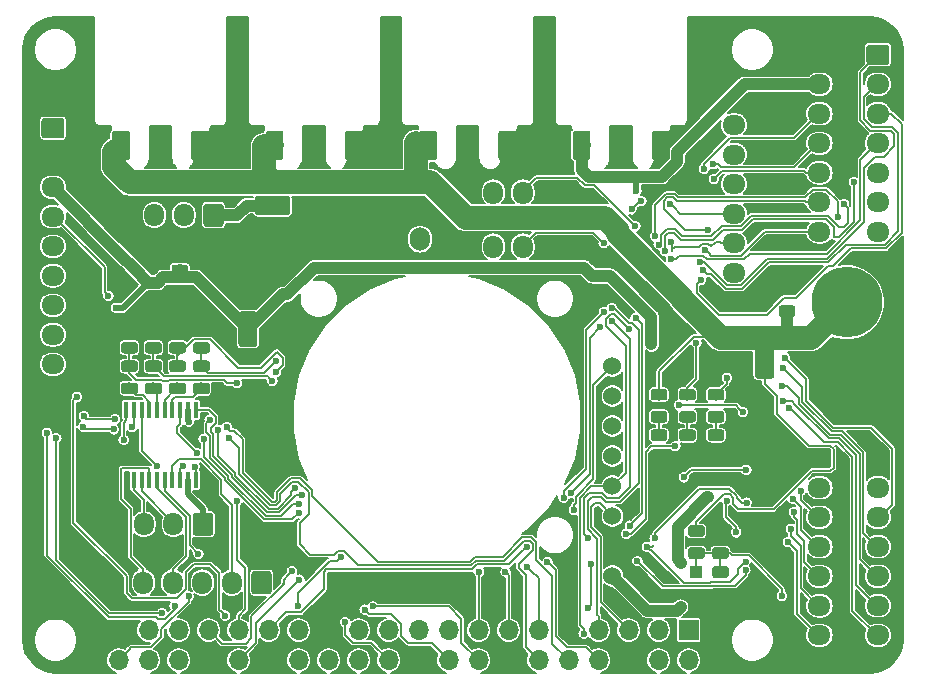
<source format=gbr>
G04 #@! TF.GenerationSoftware,KiCad,Pcbnew,(5.1.4)-1*
G04 #@! TF.CreationDate,2021-11-01T15:57:40-05:00*
G04 #@! TF.ProjectId,RascalHat,52617363-616c-4486-9174-2e6b69636164,rev?*
G04 #@! TF.SameCoordinates,Original*
G04 #@! TF.FileFunction,Copper,L1,Top*
G04 #@! TF.FilePolarity,Positive*
%FSLAX46Y46*%
G04 Gerber Fmt 4.6, Leading zero omitted, Abs format (unit mm)*
G04 Created by KiCad (PCBNEW (5.1.4)-1) date 2021-11-01 15:57:40*
%MOMM*%
%LPD*%
G04 APERTURE LIST*
%ADD10C,0.100000*%
%ADD11C,1.500000*%
%ADD12C,0.975000*%
%ADD13C,1.600000*%
%ADD14O,1.700000X1.700000*%
%ADD15R,1.700000X1.700000*%
%ADD16O,1.950000X1.700000*%
%ADD17C,1.700000*%
%ADD18C,1.524000*%
%ADD19R,0.450000X1.450000*%
%ADD20O,1.700000X1.950000*%
%ADD21O,1.700000X2.000000*%
%ADD22C,6.000000*%
%ADD23R,1.000000X1.000000*%
%ADD24C,0.600000*%
%ADD25C,0.150000*%
%ADD26C,1.000000*%
%ADD27C,0.500000*%
%ADD28C,2.000000*%
G04 APERTURE END LIST*
D10*
G36*
X22074053Y-9851206D02*
G01*
X22098370Y-9854813D01*
X22122216Y-9860786D01*
X22145362Y-9869068D01*
X22167585Y-9879579D01*
X22188670Y-9892217D01*
X22208416Y-9906861D01*
X22226630Y-9923370D01*
X22243139Y-9941584D01*
X22257783Y-9961330D01*
X22270421Y-9982415D01*
X22280932Y-10004638D01*
X22289214Y-10027784D01*
X22295187Y-10051630D01*
X22298794Y-10075947D01*
X22300000Y-10100500D01*
X22300000Y-12099500D01*
X22298794Y-12124053D01*
X22295187Y-12148370D01*
X22289214Y-12172216D01*
X22280932Y-12195362D01*
X22270421Y-12217585D01*
X22257783Y-12238670D01*
X22243139Y-12258416D01*
X22226630Y-12276630D01*
X22208416Y-12293139D01*
X22188670Y-12307783D01*
X22167585Y-12320421D01*
X22145362Y-12330932D01*
X22122216Y-12339214D01*
X22098370Y-12345187D01*
X22074053Y-12348794D01*
X22049500Y-12350000D01*
X21050500Y-12350000D01*
X21025947Y-12348794D01*
X21001630Y-12345187D01*
X20977784Y-12339214D01*
X20954638Y-12330932D01*
X20932415Y-12320421D01*
X20911330Y-12307783D01*
X20891584Y-12293139D01*
X20873370Y-12276630D01*
X20856861Y-12258416D01*
X20842217Y-12238670D01*
X20829579Y-12217585D01*
X20819068Y-12195362D01*
X20810786Y-12172216D01*
X20804813Y-12148370D01*
X20801206Y-12124053D01*
X20800000Y-12099500D01*
X20800000Y-10100500D01*
X20801206Y-10075947D01*
X20804813Y-10051630D01*
X20810786Y-10027784D01*
X20819068Y-10004638D01*
X20829579Y-9982415D01*
X20842217Y-9961330D01*
X20856861Y-9941584D01*
X20873370Y-9923370D01*
X20891584Y-9906861D01*
X20911330Y-9892217D01*
X20932415Y-9879579D01*
X20954638Y-9869068D01*
X20977784Y-9860786D01*
X21001630Y-9854813D01*
X21025947Y-9851206D01*
X21050500Y-9850000D01*
X22049500Y-9850000D01*
X22074053Y-9851206D01*
X22074053Y-9851206D01*
G37*
D11*
X21550000Y-11100000D03*
D10*
G36*
X28774053Y-9851206D02*
G01*
X28798370Y-9854813D01*
X28822216Y-9860786D01*
X28845362Y-9869068D01*
X28867585Y-9879579D01*
X28888670Y-9892217D01*
X28908416Y-9906861D01*
X28926630Y-9923370D01*
X28943139Y-9941584D01*
X28957783Y-9961330D01*
X28970421Y-9982415D01*
X28980932Y-10004638D01*
X28989214Y-10027784D01*
X28995187Y-10051630D01*
X28998794Y-10075947D01*
X29000000Y-10100500D01*
X29000000Y-12099500D01*
X28998794Y-12124053D01*
X28995187Y-12148370D01*
X28989214Y-12172216D01*
X28980932Y-12195362D01*
X28970421Y-12217585D01*
X28957783Y-12238670D01*
X28943139Y-12258416D01*
X28926630Y-12276630D01*
X28908416Y-12293139D01*
X28888670Y-12307783D01*
X28867585Y-12320421D01*
X28845362Y-12330932D01*
X28822216Y-12339214D01*
X28798370Y-12345187D01*
X28774053Y-12348794D01*
X28749500Y-12350000D01*
X27750500Y-12350000D01*
X27725947Y-12348794D01*
X27701630Y-12345187D01*
X27677784Y-12339214D01*
X27654638Y-12330932D01*
X27632415Y-12320421D01*
X27611330Y-12307783D01*
X27591584Y-12293139D01*
X27573370Y-12276630D01*
X27556861Y-12258416D01*
X27542217Y-12238670D01*
X27529579Y-12217585D01*
X27519068Y-12195362D01*
X27510786Y-12172216D01*
X27504813Y-12148370D01*
X27501206Y-12124053D01*
X27500000Y-12099500D01*
X27500000Y-10100500D01*
X27501206Y-10075947D01*
X27504813Y-10051630D01*
X27510786Y-10027784D01*
X27519068Y-10004638D01*
X27529579Y-9982415D01*
X27542217Y-9961330D01*
X27556861Y-9941584D01*
X27573370Y-9923370D01*
X27591584Y-9906861D01*
X27611330Y-9892217D01*
X27632415Y-9879579D01*
X27654638Y-9869068D01*
X27677784Y-9860786D01*
X27701630Y-9854813D01*
X27725947Y-9851206D01*
X27750500Y-9850000D01*
X28749500Y-9850000D01*
X28774053Y-9851206D01*
X28774053Y-9851206D01*
G37*
D11*
X28250000Y-11100000D03*
D10*
G36*
X65420142Y-22766174D02*
G01*
X65443803Y-22769684D01*
X65467007Y-22775496D01*
X65489529Y-22783554D01*
X65511153Y-22793782D01*
X65531670Y-22806079D01*
X65550883Y-22820329D01*
X65568607Y-22836393D01*
X65584671Y-22854117D01*
X65598921Y-22873330D01*
X65611218Y-22893847D01*
X65621446Y-22915471D01*
X65629504Y-22937993D01*
X65635316Y-22961197D01*
X65638826Y-22984858D01*
X65640000Y-23008750D01*
X65640000Y-23496250D01*
X65638826Y-23520142D01*
X65635316Y-23543803D01*
X65629504Y-23567007D01*
X65621446Y-23589529D01*
X65611218Y-23611153D01*
X65598921Y-23631670D01*
X65584671Y-23650883D01*
X65568607Y-23668607D01*
X65550883Y-23684671D01*
X65531670Y-23698921D01*
X65511153Y-23711218D01*
X65489529Y-23721446D01*
X65467007Y-23729504D01*
X65443803Y-23735316D01*
X65420142Y-23738826D01*
X65396250Y-23740000D01*
X64483750Y-23740000D01*
X64459858Y-23738826D01*
X64436197Y-23735316D01*
X64412993Y-23729504D01*
X64390471Y-23721446D01*
X64368847Y-23711218D01*
X64348330Y-23698921D01*
X64329117Y-23684671D01*
X64311393Y-23668607D01*
X64295329Y-23650883D01*
X64281079Y-23631670D01*
X64268782Y-23611153D01*
X64258554Y-23589529D01*
X64250496Y-23567007D01*
X64244684Y-23543803D01*
X64241174Y-23520142D01*
X64240000Y-23496250D01*
X64240000Y-23008750D01*
X64241174Y-22984858D01*
X64244684Y-22961197D01*
X64250496Y-22937993D01*
X64258554Y-22915471D01*
X64268782Y-22893847D01*
X64281079Y-22873330D01*
X64295329Y-22854117D01*
X64311393Y-22836393D01*
X64329117Y-22820329D01*
X64348330Y-22806079D01*
X64368847Y-22793782D01*
X64390471Y-22783554D01*
X64412993Y-22775496D01*
X64436197Y-22769684D01*
X64459858Y-22766174D01*
X64483750Y-22765000D01*
X65396250Y-22765000D01*
X65420142Y-22766174D01*
X65420142Y-22766174D01*
G37*
D12*
X64940000Y-23252500D03*
D10*
G36*
X65420142Y-24641174D02*
G01*
X65443803Y-24644684D01*
X65467007Y-24650496D01*
X65489529Y-24658554D01*
X65511153Y-24668782D01*
X65531670Y-24681079D01*
X65550883Y-24695329D01*
X65568607Y-24711393D01*
X65584671Y-24729117D01*
X65598921Y-24748330D01*
X65611218Y-24768847D01*
X65621446Y-24790471D01*
X65629504Y-24812993D01*
X65635316Y-24836197D01*
X65638826Y-24859858D01*
X65640000Y-24883750D01*
X65640000Y-25371250D01*
X65638826Y-25395142D01*
X65635316Y-25418803D01*
X65629504Y-25442007D01*
X65621446Y-25464529D01*
X65611218Y-25486153D01*
X65598921Y-25506670D01*
X65584671Y-25525883D01*
X65568607Y-25543607D01*
X65550883Y-25559671D01*
X65531670Y-25573921D01*
X65511153Y-25586218D01*
X65489529Y-25596446D01*
X65467007Y-25604504D01*
X65443803Y-25610316D01*
X65420142Y-25613826D01*
X65396250Y-25615000D01*
X64483750Y-25615000D01*
X64459858Y-25613826D01*
X64436197Y-25610316D01*
X64412993Y-25604504D01*
X64390471Y-25596446D01*
X64368847Y-25586218D01*
X64348330Y-25573921D01*
X64329117Y-25559671D01*
X64311393Y-25543607D01*
X64295329Y-25525883D01*
X64281079Y-25506670D01*
X64268782Y-25486153D01*
X64258554Y-25464529D01*
X64250496Y-25442007D01*
X64244684Y-25418803D01*
X64241174Y-25395142D01*
X64240000Y-25371250D01*
X64240000Y-24883750D01*
X64241174Y-24859858D01*
X64244684Y-24836197D01*
X64250496Y-24812993D01*
X64258554Y-24790471D01*
X64268782Y-24768847D01*
X64281079Y-24748330D01*
X64295329Y-24729117D01*
X64311393Y-24711393D01*
X64329117Y-24695329D01*
X64348330Y-24681079D01*
X64368847Y-24668782D01*
X64390471Y-24658554D01*
X64412993Y-24650496D01*
X64436197Y-24644684D01*
X64459858Y-24641174D01*
X64483750Y-24640000D01*
X65396250Y-24640000D01*
X65420142Y-24641174D01*
X65420142Y-24641174D01*
G37*
D12*
X64940000Y-25127500D03*
D10*
G36*
X63614504Y-32261204D02*
G01*
X63638773Y-32264804D01*
X63662571Y-32270765D01*
X63685671Y-32279030D01*
X63707849Y-32289520D01*
X63728893Y-32302133D01*
X63748598Y-32316747D01*
X63766777Y-32333223D01*
X63783253Y-32351402D01*
X63797867Y-32371107D01*
X63810480Y-32392151D01*
X63820970Y-32414329D01*
X63829235Y-32437429D01*
X63835196Y-32461227D01*
X63838796Y-32485496D01*
X63840000Y-32510000D01*
X63840000Y-35010000D01*
X63838796Y-35034504D01*
X63835196Y-35058773D01*
X63829235Y-35082571D01*
X63820970Y-35105671D01*
X63810480Y-35127849D01*
X63797867Y-35148893D01*
X63783253Y-35168598D01*
X63766777Y-35186777D01*
X63748598Y-35203253D01*
X63728893Y-35217867D01*
X63707849Y-35230480D01*
X63685671Y-35240970D01*
X63662571Y-35249235D01*
X63638773Y-35255196D01*
X63614504Y-35258796D01*
X63590000Y-35260000D01*
X62490000Y-35260000D01*
X62465496Y-35258796D01*
X62441227Y-35255196D01*
X62417429Y-35249235D01*
X62394329Y-35240970D01*
X62372151Y-35230480D01*
X62351107Y-35217867D01*
X62331402Y-35203253D01*
X62313223Y-35186777D01*
X62296747Y-35168598D01*
X62282133Y-35148893D01*
X62269520Y-35127849D01*
X62259030Y-35105671D01*
X62250765Y-35082571D01*
X62244804Y-35058773D01*
X62241204Y-35034504D01*
X62240000Y-35010000D01*
X62240000Y-32510000D01*
X62241204Y-32485496D01*
X62244804Y-32461227D01*
X62250765Y-32437429D01*
X62259030Y-32414329D01*
X62269520Y-32392151D01*
X62282133Y-32371107D01*
X62296747Y-32351402D01*
X62313223Y-32333223D01*
X62331402Y-32316747D01*
X62351107Y-32302133D01*
X62372151Y-32289520D01*
X62394329Y-32279030D01*
X62417429Y-32270765D01*
X62441227Y-32264804D01*
X62465496Y-32261204D01*
X62490000Y-32260000D01*
X63590000Y-32260000D01*
X63614504Y-32261204D01*
X63614504Y-32261204D01*
G37*
D13*
X63040000Y-33760000D03*
D10*
G36*
X63614504Y-27861204D02*
G01*
X63638773Y-27864804D01*
X63662571Y-27870765D01*
X63685671Y-27879030D01*
X63707849Y-27889520D01*
X63728893Y-27902133D01*
X63748598Y-27916747D01*
X63766777Y-27933223D01*
X63783253Y-27951402D01*
X63797867Y-27971107D01*
X63810480Y-27992151D01*
X63820970Y-28014329D01*
X63829235Y-28037429D01*
X63835196Y-28061227D01*
X63838796Y-28085496D01*
X63840000Y-28110000D01*
X63840000Y-30610000D01*
X63838796Y-30634504D01*
X63835196Y-30658773D01*
X63829235Y-30682571D01*
X63820970Y-30705671D01*
X63810480Y-30727849D01*
X63797867Y-30748893D01*
X63783253Y-30768598D01*
X63766777Y-30786777D01*
X63748598Y-30803253D01*
X63728893Y-30817867D01*
X63707849Y-30830480D01*
X63685671Y-30840970D01*
X63662571Y-30849235D01*
X63638773Y-30855196D01*
X63614504Y-30858796D01*
X63590000Y-30860000D01*
X62490000Y-30860000D01*
X62465496Y-30858796D01*
X62441227Y-30855196D01*
X62417429Y-30849235D01*
X62394329Y-30840970D01*
X62372151Y-30830480D01*
X62351107Y-30817867D01*
X62331402Y-30803253D01*
X62313223Y-30786777D01*
X62296747Y-30768598D01*
X62282133Y-30748893D01*
X62269520Y-30727849D01*
X62259030Y-30705671D01*
X62250765Y-30682571D01*
X62244804Y-30658773D01*
X62241204Y-30634504D01*
X62240000Y-30610000D01*
X62240000Y-28110000D01*
X62241204Y-28085496D01*
X62244804Y-28061227D01*
X62250765Y-28037429D01*
X62259030Y-28014329D01*
X62269520Y-27992151D01*
X62282133Y-27971107D01*
X62296747Y-27951402D01*
X62313223Y-27933223D01*
X62331402Y-27916747D01*
X62351107Y-27902133D01*
X62372151Y-27889520D01*
X62394329Y-27879030D01*
X62417429Y-27870765D01*
X62441227Y-27864804D01*
X62465496Y-27861204D01*
X62490000Y-27860000D01*
X63590000Y-27860000D01*
X63614504Y-27861204D01*
X63614504Y-27861204D01*
G37*
D13*
X63040000Y-29360000D03*
D10*
G36*
X14010142Y-23071174D02*
G01*
X14033803Y-23074684D01*
X14057007Y-23080496D01*
X14079529Y-23088554D01*
X14101153Y-23098782D01*
X14121670Y-23111079D01*
X14140883Y-23125329D01*
X14158607Y-23141393D01*
X14174671Y-23159117D01*
X14188921Y-23178330D01*
X14201218Y-23198847D01*
X14211446Y-23220471D01*
X14219504Y-23242993D01*
X14225316Y-23266197D01*
X14228826Y-23289858D01*
X14230000Y-23313750D01*
X14230000Y-23801250D01*
X14228826Y-23825142D01*
X14225316Y-23848803D01*
X14219504Y-23872007D01*
X14211446Y-23894529D01*
X14201218Y-23916153D01*
X14188921Y-23936670D01*
X14174671Y-23955883D01*
X14158607Y-23973607D01*
X14140883Y-23989671D01*
X14121670Y-24003921D01*
X14101153Y-24016218D01*
X14079529Y-24026446D01*
X14057007Y-24034504D01*
X14033803Y-24040316D01*
X14010142Y-24043826D01*
X13986250Y-24045000D01*
X13073750Y-24045000D01*
X13049858Y-24043826D01*
X13026197Y-24040316D01*
X13002993Y-24034504D01*
X12980471Y-24026446D01*
X12958847Y-24016218D01*
X12938330Y-24003921D01*
X12919117Y-23989671D01*
X12901393Y-23973607D01*
X12885329Y-23955883D01*
X12871079Y-23936670D01*
X12858782Y-23916153D01*
X12848554Y-23894529D01*
X12840496Y-23872007D01*
X12834684Y-23848803D01*
X12831174Y-23825142D01*
X12830000Y-23801250D01*
X12830000Y-23313750D01*
X12831174Y-23289858D01*
X12834684Y-23266197D01*
X12840496Y-23242993D01*
X12848554Y-23220471D01*
X12858782Y-23198847D01*
X12871079Y-23178330D01*
X12885329Y-23159117D01*
X12901393Y-23141393D01*
X12919117Y-23125329D01*
X12938330Y-23111079D01*
X12958847Y-23098782D01*
X12980471Y-23088554D01*
X13002993Y-23080496D01*
X13026197Y-23074684D01*
X13049858Y-23071174D01*
X13073750Y-23070000D01*
X13986250Y-23070000D01*
X14010142Y-23071174D01*
X14010142Y-23071174D01*
G37*
D12*
X13530000Y-23557500D03*
D10*
G36*
X14010142Y-21196174D02*
G01*
X14033803Y-21199684D01*
X14057007Y-21205496D01*
X14079529Y-21213554D01*
X14101153Y-21223782D01*
X14121670Y-21236079D01*
X14140883Y-21250329D01*
X14158607Y-21266393D01*
X14174671Y-21284117D01*
X14188921Y-21303330D01*
X14201218Y-21323847D01*
X14211446Y-21345471D01*
X14219504Y-21367993D01*
X14225316Y-21391197D01*
X14228826Y-21414858D01*
X14230000Y-21438750D01*
X14230000Y-21926250D01*
X14228826Y-21950142D01*
X14225316Y-21973803D01*
X14219504Y-21997007D01*
X14211446Y-22019529D01*
X14201218Y-22041153D01*
X14188921Y-22061670D01*
X14174671Y-22080883D01*
X14158607Y-22098607D01*
X14140883Y-22114671D01*
X14121670Y-22128921D01*
X14101153Y-22141218D01*
X14079529Y-22151446D01*
X14057007Y-22159504D01*
X14033803Y-22165316D01*
X14010142Y-22168826D01*
X13986250Y-22170000D01*
X13073750Y-22170000D01*
X13049858Y-22168826D01*
X13026197Y-22165316D01*
X13002993Y-22159504D01*
X12980471Y-22151446D01*
X12958847Y-22141218D01*
X12938330Y-22128921D01*
X12919117Y-22114671D01*
X12901393Y-22098607D01*
X12885329Y-22080883D01*
X12871079Y-22061670D01*
X12858782Y-22041153D01*
X12848554Y-22019529D01*
X12840496Y-21997007D01*
X12834684Y-21973803D01*
X12831174Y-21950142D01*
X12830000Y-21926250D01*
X12830000Y-21438750D01*
X12831174Y-21414858D01*
X12834684Y-21391197D01*
X12840496Y-21367993D01*
X12848554Y-21345471D01*
X12858782Y-21323847D01*
X12871079Y-21303330D01*
X12885329Y-21284117D01*
X12901393Y-21266393D01*
X12919117Y-21250329D01*
X12938330Y-21236079D01*
X12958847Y-21223782D01*
X12980471Y-21213554D01*
X13002993Y-21205496D01*
X13026197Y-21199684D01*
X13049858Y-21196174D01*
X13073750Y-21195000D01*
X13986250Y-21195000D01*
X14010142Y-21196174D01*
X14010142Y-21196174D01*
G37*
D12*
X13530000Y-21682500D03*
D10*
G36*
X27064504Y-15401204D02*
G01*
X27088773Y-15404804D01*
X27112571Y-15410765D01*
X27135671Y-15419030D01*
X27157849Y-15429520D01*
X27178893Y-15442133D01*
X27198598Y-15456747D01*
X27216777Y-15473223D01*
X27233253Y-15491402D01*
X27247867Y-15511107D01*
X27260480Y-15532151D01*
X27270970Y-15554329D01*
X27279235Y-15577429D01*
X27285196Y-15601227D01*
X27288796Y-15625496D01*
X27290000Y-15650000D01*
X27290000Y-16750000D01*
X27288796Y-16774504D01*
X27285196Y-16798773D01*
X27279235Y-16822571D01*
X27270970Y-16845671D01*
X27260480Y-16867849D01*
X27247867Y-16888893D01*
X27233253Y-16908598D01*
X27216777Y-16926777D01*
X27198598Y-16943253D01*
X27178893Y-16957867D01*
X27157849Y-16970480D01*
X27135671Y-16980970D01*
X27112571Y-16989235D01*
X27088773Y-16995196D01*
X27064504Y-16998796D01*
X27040000Y-17000000D01*
X24540000Y-17000000D01*
X24515496Y-16998796D01*
X24491227Y-16995196D01*
X24467429Y-16989235D01*
X24444329Y-16980970D01*
X24422151Y-16970480D01*
X24401107Y-16957867D01*
X24381402Y-16943253D01*
X24363223Y-16926777D01*
X24346747Y-16908598D01*
X24332133Y-16888893D01*
X24319520Y-16867849D01*
X24309030Y-16845671D01*
X24300765Y-16822571D01*
X24294804Y-16798773D01*
X24291204Y-16774504D01*
X24290000Y-16750000D01*
X24290000Y-15650000D01*
X24291204Y-15625496D01*
X24294804Y-15601227D01*
X24300765Y-15577429D01*
X24309030Y-15554329D01*
X24319520Y-15532151D01*
X24332133Y-15511107D01*
X24346747Y-15491402D01*
X24363223Y-15473223D01*
X24381402Y-15456747D01*
X24401107Y-15442133D01*
X24422151Y-15429520D01*
X24444329Y-15419030D01*
X24467429Y-15410765D01*
X24491227Y-15404804D01*
X24515496Y-15401204D01*
X24540000Y-15400000D01*
X27040000Y-15400000D01*
X27064504Y-15401204D01*
X27064504Y-15401204D01*
G37*
D13*
X25790000Y-16200000D03*
D10*
G36*
X22664504Y-15401204D02*
G01*
X22688773Y-15404804D01*
X22712571Y-15410765D01*
X22735671Y-15419030D01*
X22757849Y-15429520D01*
X22778893Y-15442133D01*
X22798598Y-15456747D01*
X22816777Y-15473223D01*
X22833253Y-15491402D01*
X22847867Y-15511107D01*
X22860480Y-15532151D01*
X22870970Y-15554329D01*
X22879235Y-15577429D01*
X22885196Y-15601227D01*
X22888796Y-15625496D01*
X22890000Y-15650000D01*
X22890000Y-16750000D01*
X22888796Y-16774504D01*
X22885196Y-16798773D01*
X22879235Y-16822571D01*
X22870970Y-16845671D01*
X22860480Y-16867849D01*
X22847867Y-16888893D01*
X22833253Y-16908598D01*
X22816777Y-16926777D01*
X22798598Y-16943253D01*
X22778893Y-16957867D01*
X22757849Y-16970480D01*
X22735671Y-16980970D01*
X22712571Y-16989235D01*
X22688773Y-16995196D01*
X22664504Y-16998796D01*
X22640000Y-17000000D01*
X20140000Y-17000000D01*
X20115496Y-16998796D01*
X20091227Y-16995196D01*
X20067429Y-16989235D01*
X20044329Y-16980970D01*
X20022151Y-16970480D01*
X20001107Y-16957867D01*
X19981402Y-16943253D01*
X19963223Y-16926777D01*
X19946747Y-16908598D01*
X19932133Y-16888893D01*
X19919520Y-16867849D01*
X19909030Y-16845671D01*
X19900765Y-16822571D01*
X19894804Y-16798773D01*
X19891204Y-16774504D01*
X19890000Y-16750000D01*
X19890000Y-15650000D01*
X19891204Y-15625496D01*
X19894804Y-15601227D01*
X19900765Y-15577429D01*
X19909030Y-15554329D01*
X19919520Y-15532151D01*
X19932133Y-15511107D01*
X19946747Y-15491402D01*
X19963223Y-15473223D01*
X19981402Y-15456747D01*
X20001107Y-15442133D01*
X20022151Y-15429520D01*
X20044329Y-15419030D01*
X20067429Y-15410765D01*
X20091227Y-15404804D01*
X20115496Y-15401204D01*
X20140000Y-15400000D01*
X22640000Y-15400000D01*
X22664504Y-15401204D01*
X22664504Y-15401204D01*
G37*
D13*
X21390000Y-16200000D03*
D10*
G36*
X19874504Y-20761204D02*
G01*
X19898773Y-20764804D01*
X19922571Y-20770765D01*
X19945671Y-20779030D01*
X19967849Y-20789520D01*
X19988893Y-20802133D01*
X20008598Y-20816747D01*
X20026777Y-20833223D01*
X20043253Y-20851402D01*
X20057867Y-20871107D01*
X20070480Y-20892151D01*
X20080970Y-20914329D01*
X20089235Y-20937429D01*
X20095196Y-20961227D01*
X20098796Y-20985496D01*
X20100000Y-21010000D01*
X20100000Y-23510000D01*
X20098796Y-23534504D01*
X20095196Y-23558773D01*
X20089235Y-23582571D01*
X20080970Y-23605671D01*
X20070480Y-23627849D01*
X20057867Y-23648893D01*
X20043253Y-23668598D01*
X20026777Y-23686777D01*
X20008598Y-23703253D01*
X19988893Y-23717867D01*
X19967849Y-23730480D01*
X19945671Y-23740970D01*
X19922571Y-23749235D01*
X19898773Y-23755196D01*
X19874504Y-23758796D01*
X19850000Y-23760000D01*
X18750000Y-23760000D01*
X18725496Y-23758796D01*
X18701227Y-23755196D01*
X18677429Y-23749235D01*
X18654329Y-23740970D01*
X18632151Y-23730480D01*
X18611107Y-23717867D01*
X18591402Y-23703253D01*
X18573223Y-23686777D01*
X18556747Y-23668598D01*
X18542133Y-23648893D01*
X18529520Y-23627849D01*
X18519030Y-23605671D01*
X18510765Y-23582571D01*
X18504804Y-23558773D01*
X18501204Y-23534504D01*
X18500000Y-23510000D01*
X18500000Y-21010000D01*
X18501204Y-20985496D01*
X18504804Y-20961227D01*
X18510765Y-20937429D01*
X18519030Y-20914329D01*
X18529520Y-20892151D01*
X18542133Y-20871107D01*
X18556747Y-20851402D01*
X18573223Y-20833223D01*
X18591402Y-20816747D01*
X18611107Y-20802133D01*
X18632151Y-20789520D01*
X18654329Y-20779030D01*
X18677429Y-20770765D01*
X18701227Y-20764804D01*
X18725496Y-20761204D01*
X18750000Y-20760000D01*
X19850000Y-20760000D01*
X19874504Y-20761204D01*
X19874504Y-20761204D01*
G37*
D13*
X19300000Y-22260000D03*
D10*
G36*
X19874504Y-25161204D02*
G01*
X19898773Y-25164804D01*
X19922571Y-25170765D01*
X19945671Y-25179030D01*
X19967849Y-25189520D01*
X19988893Y-25202133D01*
X20008598Y-25216747D01*
X20026777Y-25233223D01*
X20043253Y-25251402D01*
X20057867Y-25271107D01*
X20070480Y-25292151D01*
X20080970Y-25314329D01*
X20089235Y-25337429D01*
X20095196Y-25361227D01*
X20098796Y-25385496D01*
X20100000Y-25410000D01*
X20100000Y-27910000D01*
X20098796Y-27934504D01*
X20095196Y-27958773D01*
X20089235Y-27982571D01*
X20080970Y-28005671D01*
X20070480Y-28027849D01*
X20057867Y-28048893D01*
X20043253Y-28068598D01*
X20026777Y-28086777D01*
X20008598Y-28103253D01*
X19988893Y-28117867D01*
X19967849Y-28130480D01*
X19945671Y-28140970D01*
X19922571Y-28149235D01*
X19898773Y-28155196D01*
X19874504Y-28158796D01*
X19850000Y-28160000D01*
X18750000Y-28160000D01*
X18725496Y-28158796D01*
X18701227Y-28155196D01*
X18677429Y-28149235D01*
X18654329Y-28140970D01*
X18632151Y-28130480D01*
X18611107Y-28117867D01*
X18591402Y-28103253D01*
X18573223Y-28086777D01*
X18556747Y-28068598D01*
X18542133Y-28048893D01*
X18529520Y-28027849D01*
X18519030Y-28005671D01*
X18510765Y-27982571D01*
X18504804Y-27958773D01*
X18501204Y-27934504D01*
X18500000Y-27910000D01*
X18500000Y-25410000D01*
X18501204Y-25385496D01*
X18504804Y-25361227D01*
X18510765Y-25337429D01*
X18519030Y-25314329D01*
X18529520Y-25292151D01*
X18542133Y-25271107D01*
X18556747Y-25251402D01*
X18573223Y-25233223D01*
X18591402Y-25216747D01*
X18611107Y-25202133D01*
X18632151Y-25189520D01*
X18654329Y-25179030D01*
X18677429Y-25170765D01*
X18701227Y-25164804D01*
X18725496Y-25161204D01*
X18750000Y-25160000D01*
X19850000Y-25160000D01*
X19874504Y-25161204D01*
X19874504Y-25161204D01*
G37*
D13*
X19300000Y-26660000D03*
D14*
X8350000Y-54690000D03*
X8350000Y-52150000D03*
X10890000Y-54690000D03*
X10890000Y-52150000D03*
X13430000Y-54690000D03*
X13430000Y-52150000D03*
X15970000Y-54690000D03*
X15970000Y-52150000D03*
X18510000Y-54690000D03*
X18510000Y-52150000D03*
X21050000Y-54690000D03*
X21050000Y-52150000D03*
X23590000Y-54690000D03*
X23590000Y-52150000D03*
X26130000Y-54690000D03*
X26130000Y-52150000D03*
X28670000Y-54690000D03*
X28670000Y-52150000D03*
X31210000Y-54690000D03*
X31210000Y-52150000D03*
X33750000Y-54690000D03*
X33750000Y-52150000D03*
X36290000Y-54690000D03*
X36290000Y-52150000D03*
X38830000Y-54690000D03*
X38830000Y-52150000D03*
X41370000Y-54690000D03*
X41370000Y-52150000D03*
X43910000Y-54690000D03*
X43910000Y-52150000D03*
X46450000Y-54690000D03*
X46450000Y-52150000D03*
X48990000Y-54690000D03*
X48990000Y-52150000D03*
X51530000Y-54690000D03*
X51530000Y-52150000D03*
X54070000Y-54690000D03*
X54070000Y-52150000D03*
X56610000Y-54690000D03*
D15*
X56610000Y-52150000D03*
D10*
G36*
X9074053Y-9851206D02*
G01*
X9098370Y-9854813D01*
X9122216Y-9860786D01*
X9145362Y-9869068D01*
X9167585Y-9879579D01*
X9188670Y-9892217D01*
X9208416Y-9906861D01*
X9226630Y-9923370D01*
X9243139Y-9941584D01*
X9257783Y-9961330D01*
X9270421Y-9982415D01*
X9280932Y-10004638D01*
X9289214Y-10027784D01*
X9295187Y-10051630D01*
X9298794Y-10075947D01*
X9300000Y-10100500D01*
X9300000Y-12099500D01*
X9298794Y-12124053D01*
X9295187Y-12148370D01*
X9289214Y-12172216D01*
X9280932Y-12195362D01*
X9270421Y-12217585D01*
X9257783Y-12238670D01*
X9243139Y-12258416D01*
X9226630Y-12276630D01*
X9208416Y-12293139D01*
X9188670Y-12307783D01*
X9167585Y-12320421D01*
X9145362Y-12330932D01*
X9122216Y-12339214D01*
X9098370Y-12345187D01*
X9074053Y-12348794D01*
X9049500Y-12350000D01*
X8050500Y-12350000D01*
X8025947Y-12348794D01*
X8001630Y-12345187D01*
X7977784Y-12339214D01*
X7954638Y-12330932D01*
X7932415Y-12320421D01*
X7911330Y-12307783D01*
X7891584Y-12293139D01*
X7873370Y-12276630D01*
X7856861Y-12258416D01*
X7842217Y-12238670D01*
X7829579Y-12217585D01*
X7819068Y-12195362D01*
X7810786Y-12172216D01*
X7804813Y-12148370D01*
X7801206Y-12124053D01*
X7800000Y-12099500D01*
X7800000Y-10100500D01*
X7801206Y-10075947D01*
X7804813Y-10051630D01*
X7810786Y-10027784D01*
X7819068Y-10004638D01*
X7829579Y-9982415D01*
X7842217Y-9961330D01*
X7856861Y-9941584D01*
X7873370Y-9923370D01*
X7891584Y-9906861D01*
X7911330Y-9892217D01*
X7932415Y-9879579D01*
X7954638Y-9869068D01*
X7977784Y-9860786D01*
X8001630Y-9854813D01*
X8025947Y-9851206D01*
X8050500Y-9850000D01*
X9049500Y-9850000D01*
X9074053Y-9851206D01*
X9074053Y-9851206D01*
G37*
D11*
X8550000Y-11100000D03*
D10*
G36*
X15774053Y-9851206D02*
G01*
X15798370Y-9854813D01*
X15822216Y-9860786D01*
X15845362Y-9869068D01*
X15867585Y-9879579D01*
X15888670Y-9892217D01*
X15908416Y-9906861D01*
X15926630Y-9923370D01*
X15943139Y-9941584D01*
X15957783Y-9961330D01*
X15970421Y-9982415D01*
X15980932Y-10004638D01*
X15989214Y-10027784D01*
X15995187Y-10051630D01*
X15998794Y-10075947D01*
X16000000Y-10100500D01*
X16000000Y-12099500D01*
X15998794Y-12124053D01*
X15995187Y-12148370D01*
X15989214Y-12172216D01*
X15980932Y-12195362D01*
X15970421Y-12217585D01*
X15957783Y-12238670D01*
X15943139Y-12258416D01*
X15926630Y-12276630D01*
X15908416Y-12293139D01*
X15888670Y-12307783D01*
X15867585Y-12320421D01*
X15845362Y-12330932D01*
X15822216Y-12339214D01*
X15798370Y-12345187D01*
X15774053Y-12348794D01*
X15749500Y-12350000D01*
X14750500Y-12350000D01*
X14725947Y-12348794D01*
X14701630Y-12345187D01*
X14677784Y-12339214D01*
X14654638Y-12330932D01*
X14632415Y-12320421D01*
X14611330Y-12307783D01*
X14591584Y-12293139D01*
X14573370Y-12276630D01*
X14556861Y-12258416D01*
X14542217Y-12238670D01*
X14529579Y-12217585D01*
X14519068Y-12195362D01*
X14510786Y-12172216D01*
X14504813Y-12148370D01*
X14501206Y-12124053D01*
X14500000Y-12099500D01*
X14500000Y-10100500D01*
X14501206Y-10075947D01*
X14504813Y-10051630D01*
X14510786Y-10027784D01*
X14519068Y-10004638D01*
X14529579Y-9982415D01*
X14542217Y-9961330D01*
X14556861Y-9941584D01*
X14573370Y-9923370D01*
X14591584Y-9906861D01*
X14611330Y-9892217D01*
X14632415Y-9879579D01*
X14654638Y-9869068D01*
X14677784Y-9860786D01*
X14701630Y-9854813D01*
X14725947Y-9851206D01*
X14750500Y-9850000D01*
X15749500Y-9850000D01*
X15774053Y-9851206D01*
X15774053Y-9851206D01*
G37*
D11*
X15250000Y-11100000D03*
D16*
X2794000Y-29652000D03*
X2794000Y-27152000D03*
X2794000Y-24652000D03*
X2794000Y-22152000D03*
X2794000Y-19652000D03*
X2794000Y-17152000D03*
X2794000Y-14652000D03*
X2794000Y-12152000D03*
D10*
G36*
X3543504Y-8803204D02*
G01*
X3567773Y-8806804D01*
X3591571Y-8812765D01*
X3614671Y-8821030D01*
X3636849Y-8831520D01*
X3657893Y-8844133D01*
X3677598Y-8858747D01*
X3695777Y-8875223D01*
X3712253Y-8893402D01*
X3726867Y-8913107D01*
X3739480Y-8934151D01*
X3749970Y-8956329D01*
X3758235Y-8979429D01*
X3764196Y-9003227D01*
X3767796Y-9027496D01*
X3769000Y-9052000D01*
X3769000Y-10252000D01*
X3767796Y-10276504D01*
X3764196Y-10300773D01*
X3758235Y-10324571D01*
X3749970Y-10347671D01*
X3739480Y-10369849D01*
X3726867Y-10390893D01*
X3712253Y-10410598D01*
X3695777Y-10428777D01*
X3677598Y-10445253D01*
X3657893Y-10459867D01*
X3636849Y-10472480D01*
X3614671Y-10482970D01*
X3591571Y-10491235D01*
X3567773Y-10497196D01*
X3543504Y-10500796D01*
X3519000Y-10502000D01*
X2069000Y-10502000D01*
X2044496Y-10500796D01*
X2020227Y-10497196D01*
X1996429Y-10491235D01*
X1973329Y-10482970D01*
X1951151Y-10472480D01*
X1930107Y-10459867D01*
X1910402Y-10445253D01*
X1892223Y-10428777D01*
X1875747Y-10410598D01*
X1861133Y-10390893D01*
X1848520Y-10369849D01*
X1838030Y-10347671D01*
X1829765Y-10324571D01*
X1823804Y-10300773D01*
X1820204Y-10276504D01*
X1819000Y-10252000D01*
X1819000Y-9052000D01*
X1820204Y-9027496D01*
X1823804Y-9003227D01*
X1829765Y-8979429D01*
X1838030Y-8956329D01*
X1848520Y-8934151D01*
X1861133Y-8913107D01*
X1875747Y-8893402D01*
X1892223Y-8875223D01*
X1910402Y-8858747D01*
X1930107Y-8844133D01*
X1951151Y-8831520D01*
X1973329Y-8821030D01*
X1996429Y-8812765D01*
X2020227Y-8806804D01*
X2044496Y-8803204D01*
X2069000Y-8802000D01*
X3519000Y-8802000D01*
X3543504Y-8803204D01*
X3543504Y-8803204D01*
G37*
D17*
X2794000Y-9652000D03*
D18*
X50165000Y-29795000D03*
X50165000Y-32335000D03*
X50165000Y-34875000D03*
X50165000Y-37415000D03*
X50165000Y-39955000D03*
X50165000Y-42495000D03*
X50165000Y-45035000D03*
X50165000Y-47575000D03*
D19*
X14863000Y-39399000D03*
X14213000Y-39399000D03*
X13563000Y-39399000D03*
X12913000Y-39399000D03*
X12263000Y-39399000D03*
X11613000Y-39399000D03*
X10963000Y-39399000D03*
X10313000Y-39399000D03*
X9663000Y-39399000D03*
X9013000Y-39399000D03*
X9013000Y-33499000D03*
X9663000Y-33499000D03*
X10313000Y-33499000D03*
X10963000Y-33499000D03*
X11613000Y-33499000D03*
X12263000Y-33499000D03*
X12913000Y-33499000D03*
X13563000Y-33499000D03*
X14213000Y-33499000D03*
X14863000Y-33499000D03*
D10*
G36*
X54582142Y-31723174D02*
G01*
X54605803Y-31726684D01*
X54629007Y-31732496D01*
X54651529Y-31740554D01*
X54673153Y-31750782D01*
X54693670Y-31763079D01*
X54712883Y-31777329D01*
X54730607Y-31793393D01*
X54746671Y-31811117D01*
X54760921Y-31830330D01*
X54773218Y-31850847D01*
X54783446Y-31872471D01*
X54791504Y-31894993D01*
X54797316Y-31918197D01*
X54800826Y-31941858D01*
X54802000Y-31965750D01*
X54802000Y-32453250D01*
X54800826Y-32477142D01*
X54797316Y-32500803D01*
X54791504Y-32524007D01*
X54783446Y-32546529D01*
X54773218Y-32568153D01*
X54760921Y-32588670D01*
X54746671Y-32607883D01*
X54730607Y-32625607D01*
X54712883Y-32641671D01*
X54693670Y-32655921D01*
X54673153Y-32668218D01*
X54651529Y-32678446D01*
X54629007Y-32686504D01*
X54605803Y-32692316D01*
X54582142Y-32695826D01*
X54558250Y-32697000D01*
X53645750Y-32697000D01*
X53621858Y-32695826D01*
X53598197Y-32692316D01*
X53574993Y-32686504D01*
X53552471Y-32678446D01*
X53530847Y-32668218D01*
X53510330Y-32655921D01*
X53491117Y-32641671D01*
X53473393Y-32625607D01*
X53457329Y-32607883D01*
X53443079Y-32588670D01*
X53430782Y-32568153D01*
X53420554Y-32546529D01*
X53412496Y-32524007D01*
X53406684Y-32500803D01*
X53403174Y-32477142D01*
X53402000Y-32453250D01*
X53402000Y-31965750D01*
X53403174Y-31941858D01*
X53406684Y-31918197D01*
X53412496Y-31894993D01*
X53420554Y-31872471D01*
X53430782Y-31850847D01*
X53443079Y-31830330D01*
X53457329Y-31811117D01*
X53473393Y-31793393D01*
X53491117Y-31777329D01*
X53510330Y-31763079D01*
X53530847Y-31750782D01*
X53552471Y-31740554D01*
X53574993Y-31732496D01*
X53598197Y-31726684D01*
X53621858Y-31723174D01*
X53645750Y-31722000D01*
X54558250Y-31722000D01*
X54582142Y-31723174D01*
X54582142Y-31723174D01*
G37*
D12*
X54102000Y-32209500D03*
D10*
G36*
X54582142Y-33598174D02*
G01*
X54605803Y-33601684D01*
X54629007Y-33607496D01*
X54651529Y-33615554D01*
X54673153Y-33625782D01*
X54693670Y-33638079D01*
X54712883Y-33652329D01*
X54730607Y-33668393D01*
X54746671Y-33686117D01*
X54760921Y-33705330D01*
X54773218Y-33725847D01*
X54783446Y-33747471D01*
X54791504Y-33769993D01*
X54797316Y-33793197D01*
X54800826Y-33816858D01*
X54802000Y-33840750D01*
X54802000Y-34328250D01*
X54800826Y-34352142D01*
X54797316Y-34375803D01*
X54791504Y-34399007D01*
X54783446Y-34421529D01*
X54773218Y-34443153D01*
X54760921Y-34463670D01*
X54746671Y-34482883D01*
X54730607Y-34500607D01*
X54712883Y-34516671D01*
X54693670Y-34530921D01*
X54673153Y-34543218D01*
X54651529Y-34553446D01*
X54629007Y-34561504D01*
X54605803Y-34567316D01*
X54582142Y-34570826D01*
X54558250Y-34572000D01*
X53645750Y-34572000D01*
X53621858Y-34570826D01*
X53598197Y-34567316D01*
X53574993Y-34561504D01*
X53552471Y-34553446D01*
X53530847Y-34543218D01*
X53510330Y-34530921D01*
X53491117Y-34516671D01*
X53473393Y-34500607D01*
X53457329Y-34482883D01*
X53443079Y-34463670D01*
X53430782Y-34443153D01*
X53420554Y-34421529D01*
X53412496Y-34399007D01*
X53406684Y-34375803D01*
X53403174Y-34352142D01*
X53402000Y-34328250D01*
X53402000Y-33840750D01*
X53403174Y-33816858D01*
X53406684Y-33793197D01*
X53412496Y-33769993D01*
X53420554Y-33747471D01*
X53430782Y-33725847D01*
X53443079Y-33705330D01*
X53457329Y-33686117D01*
X53473393Y-33668393D01*
X53491117Y-33652329D01*
X53510330Y-33638079D01*
X53530847Y-33625782D01*
X53552471Y-33615554D01*
X53574993Y-33607496D01*
X53598197Y-33601684D01*
X53621858Y-33598174D01*
X53645750Y-33597000D01*
X54558250Y-33597000D01*
X54582142Y-33598174D01*
X54582142Y-33598174D01*
G37*
D12*
X54102000Y-34084500D03*
D10*
G36*
X56995142Y-31723174D02*
G01*
X57018803Y-31726684D01*
X57042007Y-31732496D01*
X57064529Y-31740554D01*
X57086153Y-31750782D01*
X57106670Y-31763079D01*
X57125883Y-31777329D01*
X57143607Y-31793393D01*
X57159671Y-31811117D01*
X57173921Y-31830330D01*
X57186218Y-31850847D01*
X57196446Y-31872471D01*
X57204504Y-31894993D01*
X57210316Y-31918197D01*
X57213826Y-31941858D01*
X57215000Y-31965750D01*
X57215000Y-32453250D01*
X57213826Y-32477142D01*
X57210316Y-32500803D01*
X57204504Y-32524007D01*
X57196446Y-32546529D01*
X57186218Y-32568153D01*
X57173921Y-32588670D01*
X57159671Y-32607883D01*
X57143607Y-32625607D01*
X57125883Y-32641671D01*
X57106670Y-32655921D01*
X57086153Y-32668218D01*
X57064529Y-32678446D01*
X57042007Y-32686504D01*
X57018803Y-32692316D01*
X56995142Y-32695826D01*
X56971250Y-32697000D01*
X56058750Y-32697000D01*
X56034858Y-32695826D01*
X56011197Y-32692316D01*
X55987993Y-32686504D01*
X55965471Y-32678446D01*
X55943847Y-32668218D01*
X55923330Y-32655921D01*
X55904117Y-32641671D01*
X55886393Y-32625607D01*
X55870329Y-32607883D01*
X55856079Y-32588670D01*
X55843782Y-32568153D01*
X55833554Y-32546529D01*
X55825496Y-32524007D01*
X55819684Y-32500803D01*
X55816174Y-32477142D01*
X55815000Y-32453250D01*
X55815000Y-31965750D01*
X55816174Y-31941858D01*
X55819684Y-31918197D01*
X55825496Y-31894993D01*
X55833554Y-31872471D01*
X55843782Y-31850847D01*
X55856079Y-31830330D01*
X55870329Y-31811117D01*
X55886393Y-31793393D01*
X55904117Y-31777329D01*
X55923330Y-31763079D01*
X55943847Y-31750782D01*
X55965471Y-31740554D01*
X55987993Y-31732496D01*
X56011197Y-31726684D01*
X56034858Y-31723174D01*
X56058750Y-31722000D01*
X56971250Y-31722000D01*
X56995142Y-31723174D01*
X56995142Y-31723174D01*
G37*
D12*
X56515000Y-32209500D03*
D10*
G36*
X56995142Y-33598174D02*
G01*
X57018803Y-33601684D01*
X57042007Y-33607496D01*
X57064529Y-33615554D01*
X57086153Y-33625782D01*
X57106670Y-33638079D01*
X57125883Y-33652329D01*
X57143607Y-33668393D01*
X57159671Y-33686117D01*
X57173921Y-33705330D01*
X57186218Y-33725847D01*
X57196446Y-33747471D01*
X57204504Y-33769993D01*
X57210316Y-33793197D01*
X57213826Y-33816858D01*
X57215000Y-33840750D01*
X57215000Y-34328250D01*
X57213826Y-34352142D01*
X57210316Y-34375803D01*
X57204504Y-34399007D01*
X57196446Y-34421529D01*
X57186218Y-34443153D01*
X57173921Y-34463670D01*
X57159671Y-34482883D01*
X57143607Y-34500607D01*
X57125883Y-34516671D01*
X57106670Y-34530921D01*
X57086153Y-34543218D01*
X57064529Y-34553446D01*
X57042007Y-34561504D01*
X57018803Y-34567316D01*
X56995142Y-34570826D01*
X56971250Y-34572000D01*
X56058750Y-34572000D01*
X56034858Y-34570826D01*
X56011197Y-34567316D01*
X55987993Y-34561504D01*
X55965471Y-34553446D01*
X55943847Y-34543218D01*
X55923330Y-34530921D01*
X55904117Y-34516671D01*
X55886393Y-34500607D01*
X55870329Y-34482883D01*
X55856079Y-34463670D01*
X55843782Y-34443153D01*
X55833554Y-34421529D01*
X55825496Y-34399007D01*
X55819684Y-34375803D01*
X55816174Y-34352142D01*
X55815000Y-34328250D01*
X55815000Y-33840750D01*
X55816174Y-33816858D01*
X55819684Y-33793197D01*
X55825496Y-33769993D01*
X55833554Y-33747471D01*
X55843782Y-33725847D01*
X55856079Y-33705330D01*
X55870329Y-33686117D01*
X55886393Y-33668393D01*
X55904117Y-33652329D01*
X55923330Y-33638079D01*
X55943847Y-33625782D01*
X55965471Y-33615554D01*
X55987993Y-33607496D01*
X56011197Y-33601684D01*
X56034858Y-33598174D01*
X56058750Y-33597000D01*
X56971250Y-33597000D01*
X56995142Y-33598174D01*
X56995142Y-33598174D01*
G37*
D12*
X56515000Y-34084500D03*
D10*
G36*
X59408142Y-31723174D02*
G01*
X59431803Y-31726684D01*
X59455007Y-31732496D01*
X59477529Y-31740554D01*
X59499153Y-31750782D01*
X59519670Y-31763079D01*
X59538883Y-31777329D01*
X59556607Y-31793393D01*
X59572671Y-31811117D01*
X59586921Y-31830330D01*
X59599218Y-31850847D01*
X59609446Y-31872471D01*
X59617504Y-31894993D01*
X59623316Y-31918197D01*
X59626826Y-31941858D01*
X59628000Y-31965750D01*
X59628000Y-32453250D01*
X59626826Y-32477142D01*
X59623316Y-32500803D01*
X59617504Y-32524007D01*
X59609446Y-32546529D01*
X59599218Y-32568153D01*
X59586921Y-32588670D01*
X59572671Y-32607883D01*
X59556607Y-32625607D01*
X59538883Y-32641671D01*
X59519670Y-32655921D01*
X59499153Y-32668218D01*
X59477529Y-32678446D01*
X59455007Y-32686504D01*
X59431803Y-32692316D01*
X59408142Y-32695826D01*
X59384250Y-32697000D01*
X58471750Y-32697000D01*
X58447858Y-32695826D01*
X58424197Y-32692316D01*
X58400993Y-32686504D01*
X58378471Y-32678446D01*
X58356847Y-32668218D01*
X58336330Y-32655921D01*
X58317117Y-32641671D01*
X58299393Y-32625607D01*
X58283329Y-32607883D01*
X58269079Y-32588670D01*
X58256782Y-32568153D01*
X58246554Y-32546529D01*
X58238496Y-32524007D01*
X58232684Y-32500803D01*
X58229174Y-32477142D01*
X58228000Y-32453250D01*
X58228000Y-31965750D01*
X58229174Y-31941858D01*
X58232684Y-31918197D01*
X58238496Y-31894993D01*
X58246554Y-31872471D01*
X58256782Y-31850847D01*
X58269079Y-31830330D01*
X58283329Y-31811117D01*
X58299393Y-31793393D01*
X58317117Y-31777329D01*
X58336330Y-31763079D01*
X58356847Y-31750782D01*
X58378471Y-31740554D01*
X58400993Y-31732496D01*
X58424197Y-31726684D01*
X58447858Y-31723174D01*
X58471750Y-31722000D01*
X59384250Y-31722000D01*
X59408142Y-31723174D01*
X59408142Y-31723174D01*
G37*
D12*
X58928000Y-32209500D03*
D10*
G36*
X59408142Y-33598174D02*
G01*
X59431803Y-33601684D01*
X59455007Y-33607496D01*
X59477529Y-33615554D01*
X59499153Y-33625782D01*
X59519670Y-33638079D01*
X59538883Y-33652329D01*
X59556607Y-33668393D01*
X59572671Y-33686117D01*
X59586921Y-33705330D01*
X59599218Y-33725847D01*
X59609446Y-33747471D01*
X59617504Y-33769993D01*
X59623316Y-33793197D01*
X59626826Y-33816858D01*
X59628000Y-33840750D01*
X59628000Y-34328250D01*
X59626826Y-34352142D01*
X59623316Y-34375803D01*
X59617504Y-34399007D01*
X59609446Y-34421529D01*
X59599218Y-34443153D01*
X59586921Y-34463670D01*
X59572671Y-34482883D01*
X59556607Y-34500607D01*
X59538883Y-34516671D01*
X59519670Y-34530921D01*
X59499153Y-34543218D01*
X59477529Y-34553446D01*
X59455007Y-34561504D01*
X59431803Y-34567316D01*
X59408142Y-34570826D01*
X59384250Y-34572000D01*
X58471750Y-34572000D01*
X58447858Y-34570826D01*
X58424197Y-34567316D01*
X58400993Y-34561504D01*
X58378471Y-34553446D01*
X58356847Y-34543218D01*
X58336330Y-34530921D01*
X58317117Y-34516671D01*
X58299393Y-34500607D01*
X58283329Y-34482883D01*
X58269079Y-34463670D01*
X58256782Y-34443153D01*
X58246554Y-34421529D01*
X58238496Y-34399007D01*
X58232684Y-34375803D01*
X58229174Y-34352142D01*
X58228000Y-34328250D01*
X58228000Y-33840750D01*
X58229174Y-33816858D01*
X58232684Y-33793197D01*
X58238496Y-33769993D01*
X58246554Y-33747471D01*
X58256782Y-33725847D01*
X58269079Y-33705330D01*
X58283329Y-33686117D01*
X58299393Y-33668393D01*
X58317117Y-33652329D01*
X58336330Y-33638079D01*
X58356847Y-33625782D01*
X58378471Y-33615554D01*
X58400993Y-33607496D01*
X58424197Y-33601684D01*
X58447858Y-33598174D01*
X58471750Y-33597000D01*
X59384250Y-33597000D01*
X59408142Y-33598174D01*
X59408142Y-33598174D01*
G37*
D12*
X58928000Y-34084500D03*
D10*
G36*
X54774053Y-9851206D02*
G01*
X54798370Y-9854813D01*
X54822216Y-9860786D01*
X54845362Y-9869068D01*
X54867585Y-9879579D01*
X54888670Y-9892217D01*
X54908416Y-9906861D01*
X54926630Y-9923370D01*
X54943139Y-9941584D01*
X54957783Y-9961330D01*
X54970421Y-9982415D01*
X54980932Y-10004638D01*
X54989214Y-10027784D01*
X54995187Y-10051630D01*
X54998794Y-10075947D01*
X55000000Y-10100500D01*
X55000000Y-12099500D01*
X54998794Y-12124053D01*
X54995187Y-12148370D01*
X54989214Y-12172216D01*
X54980932Y-12195362D01*
X54970421Y-12217585D01*
X54957783Y-12238670D01*
X54943139Y-12258416D01*
X54926630Y-12276630D01*
X54908416Y-12293139D01*
X54888670Y-12307783D01*
X54867585Y-12320421D01*
X54845362Y-12330932D01*
X54822216Y-12339214D01*
X54798370Y-12345187D01*
X54774053Y-12348794D01*
X54749500Y-12350000D01*
X53750500Y-12350000D01*
X53725947Y-12348794D01*
X53701630Y-12345187D01*
X53677784Y-12339214D01*
X53654638Y-12330932D01*
X53632415Y-12320421D01*
X53611330Y-12307783D01*
X53591584Y-12293139D01*
X53573370Y-12276630D01*
X53556861Y-12258416D01*
X53542217Y-12238670D01*
X53529579Y-12217585D01*
X53519068Y-12195362D01*
X53510786Y-12172216D01*
X53504813Y-12148370D01*
X53501206Y-12124053D01*
X53500000Y-12099500D01*
X53500000Y-10100500D01*
X53501206Y-10075947D01*
X53504813Y-10051630D01*
X53510786Y-10027784D01*
X53519068Y-10004638D01*
X53529579Y-9982415D01*
X53542217Y-9961330D01*
X53556861Y-9941584D01*
X53573370Y-9923370D01*
X53591584Y-9906861D01*
X53611330Y-9892217D01*
X53632415Y-9879579D01*
X53654638Y-9869068D01*
X53677784Y-9860786D01*
X53701630Y-9854813D01*
X53725947Y-9851206D01*
X53750500Y-9850000D01*
X54749500Y-9850000D01*
X54774053Y-9851206D01*
X54774053Y-9851206D01*
G37*
D11*
X54250000Y-11100000D03*
D10*
G36*
X48074053Y-9851206D02*
G01*
X48098370Y-9854813D01*
X48122216Y-9860786D01*
X48145362Y-9869068D01*
X48167585Y-9879579D01*
X48188670Y-9892217D01*
X48208416Y-9906861D01*
X48226630Y-9923370D01*
X48243139Y-9941584D01*
X48257783Y-9961330D01*
X48270421Y-9982415D01*
X48280932Y-10004638D01*
X48289214Y-10027784D01*
X48295187Y-10051630D01*
X48298794Y-10075947D01*
X48300000Y-10100500D01*
X48300000Y-12099500D01*
X48298794Y-12124053D01*
X48295187Y-12148370D01*
X48289214Y-12172216D01*
X48280932Y-12195362D01*
X48270421Y-12217585D01*
X48257783Y-12238670D01*
X48243139Y-12258416D01*
X48226630Y-12276630D01*
X48208416Y-12293139D01*
X48188670Y-12307783D01*
X48167585Y-12320421D01*
X48145362Y-12330932D01*
X48122216Y-12339214D01*
X48098370Y-12345187D01*
X48074053Y-12348794D01*
X48049500Y-12350000D01*
X47050500Y-12350000D01*
X47025947Y-12348794D01*
X47001630Y-12345187D01*
X46977784Y-12339214D01*
X46954638Y-12330932D01*
X46932415Y-12320421D01*
X46911330Y-12307783D01*
X46891584Y-12293139D01*
X46873370Y-12276630D01*
X46856861Y-12258416D01*
X46842217Y-12238670D01*
X46829579Y-12217585D01*
X46819068Y-12195362D01*
X46810786Y-12172216D01*
X46804813Y-12148370D01*
X46801206Y-12124053D01*
X46800000Y-12099500D01*
X46800000Y-10100500D01*
X46801206Y-10075947D01*
X46804813Y-10051630D01*
X46810786Y-10027784D01*
X46819068Y-10004638D01*
X46829579Y-9982415D01*
X46842217Y-9961330D01*
X46856861Y-9941584D01*
X46873370Y-9923370D01*
X46891584Y-9906861D01*
X46911330Y-9892217D01*
X46932415Y-9879579D01*
X46954638Y-9869068D01*
X46977784Y-9860786D01*
X47001630Y-9854813D01*
X47025947Y-9851206D01*
X47050500Y-9850000D01*
X48049500Y-9850000D01*
X48074053Y-9851206D01*
X48074053Y-9851206D01*
G37*
D11*
X47550000Y-11100000D03*
D10*
G36*
X35074053Y-9851206D02*
G01*
X35098370Y-9854813D01*
X35122216Y-9860786D01*
X35145362Y-9869068D01*
X35167585Y-9879579D01*
X35188670Y-9892217D01*
X35208416Y-9906861D01*
X35226630Y-9923370D01*
X35243139Y-9941584D01*
X35257783Y-9961330D01*
X35270421Y-9982415D01*
X35280932Y-10004638D01*
X35289214Y-10027784D01*
X35295187Y-10051630D01*
X35298794Y-10075947D01*
X35300000Y-10100500D01*
X35300000Y-12099500D01*
X35298794Y-12124053D01*
X35295187Y-12148370D01*
X35289214Y-12172216D01*
X35280932Y-12195362D01*
X35270421Y-12217585D01*
X35257783Y-12238670D01*
X35243139Y-12258416D01*
X35226630Y-12276630D01*
X35208416Y-12293139D01*
X35188670Y-12307783D01*
X35167585Y-12320421D01*
X35145362Y-12330932D01*
X35122216Y-12339214D01*
X35098370Y-12345187D01*
X35074053Y-12348794D01*
X35049500Y-12350000D01*
X34050500Y-12350000D01*
X34025947Y-12348794D01*
X34001630Y-12345187D01*
X33977784Y-12339214D01*
X33954638Y-12330932D01*
X33932415Y-12320421D01*
X33911330Y-12307783D01*
X33891584Y-12293139D01*
X33873370Y-12276630D01*
X33856861Y-12258416D01*
X33842217Y-12238670D01*
X33829579Y-12217585D01*
X33819068Y-12195362D01*
X33810786Y-12172216D01*
X33804813Y-12148370D01*
X33801206Y-12124053D01*
X33800000Y-12099500D01*
X33800000Y-10100500D01*
X33801206Y-10075947D01*
X33804813Y-10051630D01*
X33810786Y-10027784D01*
X33819068Y-10004638D01*
X33829579Y-9982415D01*
X33842217Y-9961330D01*
X33856861Y-9941584D01*
X33873370Y-9923370D01*
X33891584Y-9906861D01*
X33911330Y-9892217D01*
X33932415Y-9879579D01*
X33954638Y-9869068D01*
X33977784Y-9860786D01*
X34001630Y-9854813D01*
X34025947Y-9851206D01*
X34050500Y-9850000D01*
X35049500Y-9850000D01*
X35074053Y-9851206D01*
X35074053Y-9851206D01*
G37*
D11*
X34550000Y-11100000D03*
D10*
G36*
X41774053Y-9851206D02*
G01*
X41798370Y-9854813D01*
X41822216Y-9860786D01*
X41845362Y-9869068D01*
X41867585Y-9879579D01*
X41888670Y-9892217D01*
X41908416Y-9906861D01*
X41926630Y-9923370D01*
X41943139Y-9941584D01*
X41957783Y-9961330D01*
X41970421Y-9982415D01*
X41980932Y-10004638D01*
X41989214Y-10027784D01*
X41995187Y-10051630D01*
X41998794Y-10075947D01*
X42000000Y-10100500D01*
X42000000Y-12099500D01*
X41998794Y-12124053D01*
X41995187Y-12148370D01*
X41989214Y-12172216D01*
X41980932Y-12195362D01*
X41970421Y-12217585D01*
X41957783Y-12238670D01*
X41943139Y-12258416D01*
X41926630Y-12276630D01*
X41908416Y-12293139D01*
X41888670Y-12307783D01*
X41867585Y-12320421D01*
X41845362Y-12330932D01*
X41822216Y-12339214D01*
X41798370Y-12345187D01*
X41774053Y-12348794D01*
X41749500Y-12350000D01*
X40750500Y-12350000D01*
X40725947Y-12348794D01*
X40701630Y-12345187D01*
X40677784Y-12339214D01*
X40654638Y-12330932D01*
X40632415Y-12320421D01*
X40611330Y-12307783D01*
X40591584Y-12293139D01*
X40573370Y-12276630D01*
X40556861Y-12258416D01*
X40542217Y-12238670D01*
X40529579Y-12217585D01*
X40519068Y-12195362D01*
X40510786Y-12172216D01*
X40504813Y-12148370D01*
X40501206Y-12124053D01*
X40500000Y-12099500D01*
X40500000Y-10100500D01*
X40501206Y-10075947D01*
X40504813Y-10051630D01*
X40510786Y-10027784D01*
X40519068Y-10004638D01*
X40529579Y-9982415D01*
X40542217Y-9961330D01*
X40556861Y-9941584D01*
X40573370Y-9923370D01*
X40591584Y-9906861D01*
X40611330Y-9892217D01*
X40632415Y-9879579D01*
X40654638Y-9869068D01*
X40677784Y-9860786D01*
X40701630Y-9854813D01*
X40725947Y-9851206D01*
X40750500Y-9850000D01*
X41749500Y-9850000D01*
X41774053Y-9851206D01*
X41774053Y-9851206D01*
G37*
D11*
X41250000Y-11100000D03*
D10*
G36*
X68440504Y-2580204D02*
G01*
X68464773Y-2583804D01*
X68488571Y-2589765D01*
X68511671Y-2598030D01*
X68533849Y-2608520D01*
X68554893Y-2621133D01*
X68574598Y-2635747D01*
X68592777Y-2652223D01*
X68609253Y-2670402D01*
X68623867Y-2690107D01*
X68636480Y-2711151D01*
X68646970Y-2733329D01*
X68655235Y-2756429D01*
X68661196Y-2780227D01*
X68664796Y-2804496D01*
X68666000Y-2829000D01*
X68666000Y-4029000D01*
X68664796Y-4053504D01*
X68661196Y-4077773D01*
X68655235Y-4101571D01*
X68646970Y-4124671D01*
X68636480Y-4146849D01*
X68623867Y-4167893D01*
X68609253Y-4187598D01*
X68592777Y-4205777D01*
X68574598Y-4222253D01*
X68554893Y-4236867D01*
X68533849Y-4249480D01*
X68511671Y-4259970D01*
X68488571Y-4268235D01*
X68464773Y-4274196D01*
X68440504Y-4277796D01*
X68416000Y-4279000D01*
X66966000Y-4279000D01*
X66941496Y-4277796D01*
X66917227Y-4274196D01*
X66893429Y-4268235D01*
X66870329Y-4259970D01*
X66848151Y-4249480D01*
X66827107Y-4236867D01*
X66807402Y-4222253D01*
X66789223Y-4205777D01*
X66772747Y-4187598D01*
X66758133Y-4167893D01*
X66745520Y-4146849D01*
X66735030Y-4124671D01*
X66726765Y-4101571D01*
X66720804Y-4077773D01*
X66717204Y-4053504D01*
X66716000Y-4029000D01*
X66716000Y-2829000D01*
X66717204Y-2804496D01*
X66720804Y-2780227D01*
X66726765Y-2756429D01*
X66735030Y-2733329D01*
X66745520Y-2711151D01*
X66758133Y-2690107D01*
X66772747Y-2670402D01*
X66789223Y-2652223D01*
X66807402Y-2635747D01*
X66827107Y-2621133D01*
X66848151Y-2608520D01*
X66870329Y-2598030D01*
X66893429Y-2589765D01*
X66917227Y-2583804D01*
X66941496Y-2580204D01*
X66966000Y-2579000D01*
X68416000Y-2579000D01*
X68440504Y-2580204D01*
X68440504Y-2580204D01*
G37*
D17*
X67691000Y-3429000D03*
D16*
X67691000Y-5929000D03*
X67691000Y-8429000D03*
X67691000Y-10929000D03*
X67691000Y-13429000D03*
X67691000Y-15929000D03*
X67691000Y-18429000D03*
D10*
G36*
X16118504Y-42206204D02*
G01*
X16142773Y-42209804D01*
X16166571Y-42215765D01*
X16189671Y-42224030D01*
X16211849Y-42234520D01*
X16232893Y-42247133D01*
X16252598Y-42261747D01*
X16270777Y-42278223D01*
X16287253Y-42296402D01*
X16301867Y-42316107D01*
X16314480Y-42337151D01*
X16324970Y-42359329D01*
X16333235Y-42382429D01*
X16339196Y-42406227D01*
X16342796Y-42430496D01*
X16344000Y-42455000D01*
X16344000Y-43905000D01*
X16342796Y-43929504D01*
X16339196Y-43953773D01*
X16333235Y-43977571D01*
X16324970Y-44000671D01*
X16314480Y-44022849D01*
X16301867Y-44043893D01*
X16287253Y-44063598D01*
X16270777Y-44081777D01*
X16252598Y-44098253D01*
X16232893Y-44112867D01*
X16211849Y-44125480D01*
X16189671Y-44135970D01*
X16166571Y-44144235D01*
X16142773Y-44150196D01*
X16118504Y-44153796D01*
X16094000Y-44155000D01*
X14894000Y-44155000D01*
X14869496Y-44153796D01*
X14845227Y-44150196D01*
X14821429Y-44144235D01*
X14798329Y-44135970D01*
X14776151Y-44125480D01*
X14755107Y-44112867D01*
X14735402Y-44098253D01*
X14717223Y-44081777D01*
X14700747Y-44063598D01*
X14686133Y-44043893D01*
X14673520Y-44022849D01*
X14663030Y-44000671D01*
X14654765Y-43977571D01*
X14648804Y-43953773D01*
X14645204Y-43929504D01*
X14644000Y-43905000D01*
X14644000Y-42455000D01*
X14645204Y-42430496D01*
X14648804Y-42406227D01*
X14654765Y-42382429D01*
X14663030Y-42359329D01*
X14673520Y-42337151D01*
X14686133Y-42316107D01*
X14700747Y-42296402D01*
X14717223Y-42278223D01*
X14735402Y-42261747D01*
X14755107Y-42247133D01*
X14776151Y-42234520D01*
X14798329Y-42224030D01*
X14821429Y-42215765D01*
X14845227Y-42209804D01*
X14869496Y-42206204D01*
X14894000Y-42205000D01*
X16094000Y-42205000D01*
X16118504Y-42206204D01*
X16118504Y-42206204D01*
G37*
D17*
X15494000Y-43180000D03*
D20*
X12994000Y-43180000D03*
X10494000Y-43180000D03*
X7994000Y-43180000D03*
D10*
G36*
X54582142Y-37027174D02*
G01*
X54605803Y-37030684D01*
X54629007Y-37036496D01*
X54651529Y-37044554D01*
X54673153Y-37054782D01*
X54693670Y-37067079D01*
X54712883Y-37081329D01*
X54730607Y-37097393D01*
X54746671Y-37115117D01*
X54760921Y-37134330D01*
X54773218Y-37154847D01*
X54783446Y-37176471D01*
X54791504Y-37198993D01*
X54797316Y-37222197D01*
X54800826Y-37245858D01*
X54802000Y-37269750D01*
X54802000Y-37757250D01*
X54800826Y-37781142D01*
X54797316Y-37804803D01*
X54791504Y-37828007D01*
X54783446Y-37850529D01*
X54773218Y-37872153D01*
X54760921Y-37892670D01*
X54746671Y-37911883D01*
X54730607Y-37929607D01*
X54712883Y-37945671D01*
X54693670Y-37959921D01*
X54673153Y-37972218D01*
X54651529Y-37982446D01*
X54629007Y-37990504D01*
X54605803Y-37996316D01*
X54582142Y-37999826D01*
X54558250Y-38001000D01*
X53645750Y-38001000D01*
X53621858Y-37999826D01*
X53598197Y-37996316D01*
X53574993Y-37990504D01*
X53552471Y-37982446D01*
X53530847Y-37972218D01*
X53510330Y-37959921D01*
X53491117Y-37945671D01*
X53473393Y-37929607D01*
X53457329Y-37911883D01*
X53443079Y-37892670D01*
X53430782Y-37872153D01*
X53420554Y-37850529D01*
X53412496Y-37828007D01*
X53406684Y-37804803D01*
X53403174Y-37781142D01*
X53402000Y-37757250D01*
X53402000Y-37269750D01*
X53403174Y-37245858D01*
X53406684Y-37222197D01*
X53412496Y-37198993D01*
X53420554Y-37176471D01*
X53430782Y-37154847D01*
X53443079Y-37134330D01*
X53457329Y-37115117D01*
X53473393Y-37097393D01*
X53491117Y-37081329D01*
X53510330Y-37067079D01*
X53530847Y-37054782D01*
X53552471Y-37044554D01*
X53574993Y-37036496D01*
X53598197Y-37030684D01*
X53621858Y-37027174D01*
X53645750Y-37026000D01*
X54558250Y-37026000D01*
X54582142Y-37027174D01*
X54582142Y-37027174D01*
G37*
D12*
X54102000Y-37513500D03*
D10*
G36*
X54582142Y-35152174D02*
G01*
X54605803Y-35155684D01*
X54629007Y-35161496D01*
X54651529Y-35169554D01*
X54673153Y-35179782D01*
X54693670Y-35192079D01*
X54712883Y-35206329D01*
X54730607Y-35222393D01*
X54746671Y-35240117D01*
X54760921Y-35259330D01*
X54773218Y-35279847D01*
X54783446Y-35301471D01*
X54791504Y-35323993D01*
X54797316Y-35347197D01*
X54800826Y-35370858D01*
X54802000Y-35394750D01*
X54802000Y-35882250D01*
X54800826Y-35906142D01*
X54797316Y-35929803D01*
X54791504Y-35953007D01*
X54783446Y-35975529D01*
X54773218Y-35997153D01*
X54760921Y-36017670D01*
X54746671Y-36036883D01*
X54730607Y-36054607D01*
X54712883Y-36070671D01*
X54693670Y-36084921D01*
X54673153Y-36097218D01*
X54651529Y-36107446D01*
X54629007Y-36115504D01*
X54605803Y-36121316D01*
X54582142Y-36124826D01*
X54558250Y-36126000D01*
X53645750Y-36126000D01*
X53621858Y-36124826D01*
X53598197Y-36121316D01*
X53574993Y-36115504D01*
X53552471Y-36107446D01*
X53530847Y-36097218D01*
X53510330Y-36084921D01*
X53491117Y-36070671D01*
X53473393Y-36054607D01*
X53457329Y-36036883D01*
X53443079Y-36017670D01*
X53430782Y-35997153D01*
X53420554Y-35975529D01*
X53412496Y-35953007D01*
X53406684Y-35929803D01*
X53403174Y-35906142D01*
X53402000Y-35882250D01*
X53402000Y-35394750D01*
X53403174Y-35370858D01*
X53406684Y-35347197D01*
X53412496Y-35323993D01*
X53420554Y-35301471D01*
X53430782Y-35279847D01*
X53443079Y-35259330D01*
X53457329Y-35240117D01*
X53473393Y-35222393D01*
X53491117Y-35206329D01*
X53510330Y-35192079D01*
X53530847Y-35179782D01*
X53552471Y-35169554D01*
X53574993Y-35161496D01*
X53598197Y-35155684D01*
X53621858Y-35152174D01*
X53645750Y-35151000D01*
X54558250Y-35151000D01*
X54582142Y-35152174D01*
X54582142Y-35152174D01*
G37*
D12*
X54102000Y-35638500D03*
D10*
G36*
X56995142Y-37027174D02*
G01*
X57018803Y-37030684D01*
X57042007Y-37036496D01*
X57064529Y-37044554D01*
X57086153Y-37054782D01*
X57106670Y-37067079D01*
X57125883Y-37081329D01*
X57143607Y-37097393D01*
X57159671Y-37115117D01*
X57173921Y-37134330D01*
X57186218Y-37154847D01*
X57196446Y-37176471D01*
X57204504Y-37198993D01*
X57210316Y-37222197D01*
X57213826Y-37245858D01*
X57215000Y-37269750D01*
X57215000Y-37757250D01*
X57213826Y-37781142D01*
X57210316Y-37804803D01*
X57204504Y-37828007D01*
X57196446Y-37850529D01*
X57186218Y-37872153D01*
X57173921Y-37892670D01*
X57159671Y-37911883D01*
X57143607Y-37929607D01*
X57125883Y-37945671D01*
X57106670Y-37959921D01*
X57086153Y-37972218D01*
X57064529Y-37982446D01*
X57042007Y-37990504D01*
X57018803Y-37996316D01*
X56995142Y-37999826D01*
X56971250Y-38001000D01*
X56058750Y-38001000D01*
X56034858Y-37999826D01*
X56011197Y-37996316D01*
X55987993Y-37990504D01*
X55965471Y-37982446D01*
X55943847Y-37972218D01*
X55923330Y-37959921D01*
X55904117Y-37945671D01*
X55886393Y-37929607D01*
X55870329Y-37911883D01*
X55856079Y-37892670D01*
X55843782Y-37872153D01*
X55833554Y-37850529D01*
X55825496Y-37828007D01*
X55819684Y-37804803D01*
X55816174Y-37781142D01*
X55815000Y-37757250D01*
X55815000Y-37269750D01*
X55816174Y-37245858D01*
X55819684Y-37222197D01*
X55825496Y-37198993D01*
X55833554Y-37176471D01*
X55843782Y-37154847D01*
X55856079Y-37134330D01*
X55870329Y-37115117D01*
X55886393Y-37097393D01*
X55904117Y-37081329D01*
X55923330Y-37067079D01*
X55943847Y-37054782D01*
X55965471Y-37044554D01*
X55987993Y-37036496D01*
X56011197Y-37030684D01*
X56034858Y-37027174D01*
X56058750Y-37026000D01*
X56971250Y-37026000D01*
X56995142Y-37027174D01*
X56995142Y-37027174D01*
G37*
D12*
X56515000Y-37513500D03*
D10*
G36*
X56995142Y-35152174D02*
G01*
X57018803Y-35155684D01*
X57042007Y-35161496D01*
X57064529Y-35169554D01*
X57086153Y-35179782D01*
X57106670Y-35192079D01*
X57125883Y-35206329D01*
X57143607Y-35222393D01*
X57159671Y-35240117D01*
X57173921Y-35259330D01*
X57186218Y-35279847D01*
X57196446Y-35301471D01*
X57204504Y-35323993D01*
X57210316Y-35347197D01*
X57213826Y-35370858D01*
X57215000Y-35394750D01*
X57215000Y-35882250D01*
X57213826Y-35906142D01*
X57210316Y-35929803D01*
X57204504Y-35953007D01*
X57196446Y-35975529D01*
X57186218Y-35997153D01*
X57173921Y-36017670D01*
X57159671Y-36036883D01*
X57143607Y-36054607D01*
X57125883Y-36070671D01*
X57106670Y-36084921D01*
X57086153Y-36097218D01*
X57064529Y-36107446D01*
X57042007Y-36115504D01*
X57018803Y-36121316D01*
X56995142Y-36124826D01*
X56971250Y-36126000D01*
X56058750Y-36126000D01*
X56034858Y-36124826D01*
X56011197Y-36121316D01*
X55987993Y-36115504D01*
X55965471Y-36107446D01*
X55943847Y-36097218D01*
X55923330Y-36084921D01*
X55904117Y-36070671D01*
X55886393Y-36054607D01*
X55870329Y-36036883D01*
X55856079Y-36017670D01*
X55843782Y-35997153D01*
X55833554Y-35975529D01*
X55825496Y-35953007D01*
X55819684Y-35929803D01*
X55816174Y-35906142D01*
X55815000Y-35882250D01*
X55815000Y-35394750D01*
X55816174Y-35370858D01*
X55819684Y-35347197D01*
X55825496Y-35323993D01*
X55833554Y-35301471D01*
X55843782Y-35279847D01*
X55856079Y-35259330D01*
X55870329Y-35240117D01*
X55886393Y-35222393D01*
X55904117Y-35206329D01*
X55923330Y-35192079D01*
X55943847Y-35179782D01*
X55965471Y-35169554D01*
X55987993Y-35161496D01*
X56011197Y-35155684D01*
X56034858Y-35152174D01*
X56058750Y-35151000D01*
X56971250Y-35151000D01*
X56995142Y-35152174D01*
X56995142Y-35152174D01*
G37*
D12*
X56515000Y-35638500D03*
D10*
G36*
X59408142Y-37027174D02*
G01*
X59431803Y-37030684D01*
X59455007Y-37036496D01*
X59477529Y-37044554D01*
X59499153Y-37054782D01*
X59519670Y-37067079D01*
X59538883Y-37081329D01*
X59556607Y-37097393D01*
X59572671Y-37115117D01*
X59586921Y-37134330D01*
X59599218Y-37154847D01*
X59609446Y-37176471D01*
X59617504Y-37198993D01*
X59623316Y-37222197D01*
X59626826Y-37245858D01*
X59628000Y-37269750D01*
X59628000Y-37757250D01*
X59626826Y-37781142D01*
X59623316Y-37804803D01*
X59617504Y-37828007D01*
X59609446Y-37850529D01*
X59599218Y-37872153D01*
X59586921Y-37892670D01*
X59572671Y-37911883D01*
X59556607Y-37929607D01*
X59538883Y-37945671D01*
X59519670Y-37959921D01*
X59499153Y-37972218D01*
X59477529Y-37982446D01*
X59455007Y-37990504D01*
X59431803Y-37996316D01*
X59408142Y-37999826D01*
X59384250Y-38001000D01*
X58471750Y-38001000D01*
X58447858Y-37999826D01*
X58424197Y-37996316D01*
X58400993Y-37990504D01*
X58378471Y-37982446D01*
X58356847Y-37972218D01*
X58336330Y-37959921D01*
X58317117Y-37945671D01*
X58299393Y-37929607D01*
X58283329Y-37911883D01*
X58269079Y-37892670D01*
X58256782Y-37872153D01*
X58246554Y-37850529D01*
X58238496Y-37828007D01*
X58232684Y-37804803D01*
X58229174Y-37781142D01*
X58228000Y-37757250D01*
X58228000Y-37269750D01*
X58229174Y-37245858D01*
X58232684Y-37222197D01*
X58238496Y-37198993D01*
X58246554Y-37176471D01*
X58256782Y-37154847D01*
X58269079Y-37134330D01*
X58283329Y-37115117D01*
X58299393Y-37097393D01*
X58317117Y-37081329D01*
X58336330Y-37067079D01*
X58356847Y-37054782D01*
X58378471Y-37044554D01*
X58400993Y-37036496D01*
X58424197Y-37030684D01*
X58447858Y-37027174D01*
X58471750Y-37026000D01*
X59384250Y-37026000D01*
X59408142Y-37027174D01*
X59408142Y-37027174D01*
G37*
D12*
X58928000Y-37513500D03*
D10*
G36*
X59408142Y-35152174D02*
G01*
X59431803Y-35155684D01*
X59455007Y-35161496D01*
X59477529Y-35169554D01*
X59499153Y-35179782D01*
X59519670Y-35192079D01*
X59538883Y-35206329D01*
X59556607Y-35222393D01*
X59572671Y-35240117D01*
X59586921Y-35259330D01*
X59599218Y-35279847D01*
X59609446Y-35301471D01*
X59617504Y-35323993D01*
X59623316Y-35347197D01*
X59626826Y-35370858D01*
X59628000Y-35394750D01*
X59628000Y-35882250D01*
X59626826Y-35906142D01*
X59623316Y-35929803D01*
X59617504Y-35953007D01*
X59609446Y-35975529D01*
X59599218Y-35997153D01*
X59586921Y-36017670D01*
X59572671Y-36036883D01*
X59556607Y-36054607D01*
X59538883Y-36070671D01*
X59519670Y-36084921D01*
X59499153Y-36097218D01*
X59477529Y-36107446D01*
X59455007Y-36115504D01*
X59431803Y-36121316D01*
X59408142Y-36124826D01*
X59384250Y-36126000D01*
X58471750Y-36126000D01*
X58447858Y-36124826D01*
X58424197Y-36121316D01*
X58400993Y-36115504D01*
X58378471Y-36107446D01*
X58356847Y-36097218D01*
X58336330Y-36084921D01*
X58317117Y-36070671D01*
X58299393Y-36054607D01*
X58283329Y-36036883D01*
X58269079Y-36017670D01*
X58256782Y-35997153D01*
X58246554Y-35975529D01*
X58238496Y-35953007D01*
X58232684Y-35929803D01*
X58229174Y-35906142D01*
X58228000Y-35882250D01*
X58228000Y-35394750D01*
X58229174Y-35370858D01*
X58232684Y-35347197D01*
X58238496Y-35323993D01*
X58246554Y-35301471D01*
X58256782Y-35279847D01*
X58269079Y-35259330D01*
X58283329Y-35240117D01*
X58299393Y-35222393D01*
X58317117Y-35206329D01*
X58336330Y-35192079D01*
X58356847Y-35179782D01*
X58378471Y-35169554D01*
X58400993Y-35161496D01*
X58424197Y-35155684D01*
X58447858Y-35152174D01*
X58471750Y-35151000D01*
X59384250Y-35151000D01*
X59408142Y-35152174D01*
X59408142Y-35152174D01*
G37*
D12*
X58928000Y-35638500D03*
D10*
G36*
X59786142Y-45148174D02*
G01*
X59809803Y-45151684D01*
X59833007Y-45157496D01*
X59855529Y-45165554D01*
X59877153Y-45175782D01*
X59897670Y-45188079D01*
X59916883Y-45202329D01*
X59934607Y-45218393D01*
X59950671Y-45236117D01*
X59964921Y-45255330D01*
X59977218Y-45275847D01*
X59987446Y-45297471D01*
X59995504Y-45319993D01*
X60001316Y-45343197D01*
X60004826Y-45366858D01*
X60006000Y-45390750D01*
X60006000Y-45878250D01*
X60004826Y-45902142D01*
X60001316Y-45925803D01*
X59995504Y-45949007D01*
X59987446Y-45971529D01*
X59977218Y-45993153D01*
X59964921Y-46013670D01*
X59950671Y-46032883D01*
X59934607Y-46050607D01*
X59916883Y-46066671D01*
X59897670Y-46080921D01*
X59877153Y-46093218D01*
X59855529Y-46103446D01*
X59833007Y-46111504D01*
X59809803Y-46117316D01*
X59786142Y-46120826D01*
X59762250Y-46122000D01*
X58849750Y-46122000D01*
X58825858Y-46120826D01*
X58802197Y-46117316D01*
X58778993Y-46111504D01*
X58756471Y-46103446D01*
X58734847Y-46093218D01*
X58714330Y-46080921D01*
X58695117Y-46066671D01*
X58677393Y-46050607D01*
X58661329Y-46032883D01*
X58647079Y-46013670D01*
X58634782Y-45993153D01*
X58624554Y-45971529D01*
X58616496Y-45949007D01*
X58610684Y-45925803D01*
X58607174Y-45902142D01*
X58606000Y-45878250D01*
X58606000Y-45390750D01*
X58607174Y-45366858D01*
X58610684Y-45343197D01*
X58616496Y-45319993D01*
X58624554Y-45297471D01*
X58634782Y-45275847D01*
X58647079Y-45255330D01*
X58661329Y-45236117D01*
X58677393Y-45218393D01*
X58695117Y-45202329D01*
X58714330Y-45188079D01*
X58734847Y-45175782D01*
X58756471Y-45165554D01*
X58778993Y-45157496D01*
X58802197Y-45151684D01*
X58825858Y-45148174D01*
X58849750Y-45147000D01*
X59762250Y-45147000D01*
X59786142Y-45148174D01*
X59786142Y-45148174D01*
G37*
D12*
X59306000Y-45634500D03*
D10*
G36*
X59786142Y-43273174D02*
G01*
X59809803Y-43276684D01*
X59833007Y-43282496D01*
X59855529Y-43290554D01*
X59877153Y-43300782D01*
X59897670Y-43313079D01*
X59916883Y-43327329D01*
X59934607Y-43343393D01*
X59950671Y-43361117D01*
X59964921Y-43380330D01*
X59977218Y-43400847D01*
X59987446Y-43422471D01*
X59995504Y-43444993D01*
X60001316Y-43468197D01*
X60004826Y-43491858D01*
X60006000Y-43515750D01*
X60006000Y-44003250D01*
X60004826Y-44027142D01*
X60001316Y-44050803D01*
X59995504Y-44074007D01*
X59987446Y-44096529D01*
X59977218Y-44118153D01*
X59964921Y-44138670D01*
X59950671Y-44157883D01*
X59934607Y-44175607D01*
X59916883Y-44191671D01*
X59897670Y-44205921D01*
X59877153Y-44218218D01*
X59855529Y-44228446D01*
X59833007Y-44236504D01*
X59809803Y-44242316D01*
X59786142Y-44245826D01*
X59762250Y-44247000D01*
X58849750Y-44247000D01*
X58825858Y-44245826D01*
X58802197Y-44242316D01*
X58778993Y-44236504D01*
X58756471Y-44228446D01*
X58734847Y-44218218D01*
X58714330Y-44205921D01*
X58695117Y-44191671D01*
X58677393Y-44175607D01*
X58661329Y-44157883D01*
X58647079Y-44138670D01*
X58634782Y-44118153D01*
X58624554Y-44096529D01*
X58616496Y-44074007D01*
X58610684Y-44050803D01*
X58607174Y-44027142D01*
X58606000Y-44003250D01*
X58606000Y-43515750D01*
X58607174Y-43491858D01*
X58610684Y-43468197D01*
X58616496Y-43444993D01*
X58624554Y-43422471D01*
X58634782Y-43400847D01*
X58647079Y-43380330D01*
X58661329Y-43361117D01*
X58677393Y-43343393D01*
X58695117Y-43327329D01*
X58714330Y-43313079D01*
X58734847Y-43300782D01*
X58756471Y-43290554D01*
X58778993Y-43282496D01*
X58802197Y-43276684D01*
X58825858Y-43273174D01*
X58849750Y-43272000D01*
X59762250Y-43272000D01*
X59786142Y-43273174D01*
X59786142Y-43273174D01*
G37*
D12*
X59306000Y-43759500D03*
D21*
X33869000Y-19050000D03*
D10*
G36*
X31993504Y-18051204D02*
G01*
X32017773Y-18054804D01*
X32041571Y-18060765D01*
X32064671Y-18069030D01*
X32086849Y-18079520D01*
X32107893Y-18092133D01*
X32127598Y-18106747D01*
X32145777Y-18123223D01*
X32162253Y-18141402D01*
X32176867Y-18161107D01*
X32189480Y-18182151D01*
X32199970Y-18204329D01*
X32208235Y-18227429D01*
X32214196Y-18251227D01*
X32217796Y-18275496D01*
X32219000Y-18300000D01*
X32219000Y-19800000D01*
X32217796Y-19824504D01*
X32214196Y-19848773D01*
X32208235Y-19872571D01*
X32199970Y-19895671D01*
X32189480Y-19917849D01*
X32176867Y-19938893D01*
X32162253Y-19958598D01*
X32145777Y-19976777D01*
X32127598Y-19993253D01*
X32107893Y-20007867D01*
X32086849Y-20020480D01*
X32064671Y-20030970D01*
X32041571Y-20039235D01*
X32017773Y-20045196D01*
X31993504Y-20048796D01*
X31969000Y-20050000D01*
X30769000Y-20050000D01*
X30744496Y-20048796D01*
X30720227Y-20045196D01*
X30696429Y-20039235D01*
X30673329Y-20030970D01*
X30651151Y-20020480D01*
X30630107Y-20007867D01*
X30610402Y-19993253D01*
X30592223Y-19976777D01*
X30575747Y-19958598D01*
X30561133Y-19938893D01*
X30548520Y-19917849D01*
X30538030Y-19895671D01*
X30529765Y-19872571D01*
X30523804Y-19848773D01*
X30520204Y-19824504D01*
X30519000Y-19800000D01*
X30519000Y-18300000D01*
X30520204Y-18275496D01*
X30523804Y-18251227D01*
X30529765Y-18227429D01*
X30538030Y-18204329D01*
X30548520Y-18182151D01*
X30561133Y-18161107D01*
X30575747Y-18141402D01*
X30592223Y-18123223D01*
X30610402Y-18106747D01*
X30630107Y-18092133D01*
X30651151Y-18079520D01*
X30673329Y-18069030D01*
X30696429Y-18060765D01*
X30720227Y-18054804D01*
X30744496Y-18051204D01*
X30769000Y-18050000D01*
X31969000Y-18050000D01*
X31993504Y-18051204D01*
X31993504Y-18051204D01*
G37*
D17*
X31369000Y-19050000D03*
D10*
G36*
X73393504Y-2580204D02*
G01*
X73417773Y-2583804D01*
X73441571Y-2589765D01*
X73464671Y-2598030D01*
X73486849Y-2608520D01*
X73507893Y-2621133D01*
X73527598Y-2635747D01*
X73545777Y-2652223D01*
X73562253Y-2670402D01*
X73576867Y-2690107D01*
X73589480Y-2711151D01*
X73599970Y-2733329D01*
X73608235Y-2756429D01*
X73614196Y-2780227D01*
X73617796Y-2804496D01*
X73619000Y-2829000D01*
X73619000Y-4029000D01*
X73617796Y-4053504D01*
X73614196Y-4077773D01*
X73608235Y-4101571D01*
X73599970Y-4124671D01*
X73589480Y-4146849D01*
X73576867Y-4167893D01*
X73562253Y-4187598D01*
X73545777Y-4205777D01*
X73527598Y-4222253D01*
X73507893Y-4236867D01*
X73486849Y-4249480D01*
X73464671Y-4259970D01*
X73441571Y-4268235D01*
X73417773Y-4274196D01*
X73393504Y-4277796D01*
X73369000Y-4279000D01*
X71919000Y-4279000D01*
X71894496Y-4277796D01*
X71870227Y-4274196D01*
X71846429Y-4268235D01*
X71823329Y-4259970D01*
X71801151Y-4249480D01*
X71780107Y-4236867D01*
X71760402Y-4222253D01*
X71742223Y-4205777D01*
X71725747Y-4187598D01*
X71711133Y-4167893D01*
X71698520Y-4146849D01*
X71688030Y-4124671D01*
X71679765Y-4101571D01*
X71673804Y-4077773D01*
X71670204Y-4053504D01*
X71669000Y-4029000D01*
X71669000Y-2829000D01*
X71670204Y-2804496D01*
X71673804Y-2780227D01*
X71679765Y-2756429D01*
X71688030Y-2733329D01*
X71698520Y-2711151D01*
X71711133Y-2690107D01*
X71725747Y-2670402D01*
X71742223Y-2652223D01*
X71760402Y-2635747D01*
X71780107Y-2621133D01*
X71801151Y-2608520D01*
X71823329Y-2598030D01*
X71846429Y-2589765D01*
X71870227Y-2583804D01*
X71894496Y-2580204D01*
X71919000Y-2579000D01*
X73369000Y-2579000D01*
X73393504Y-2580204D01*
X73393504Y-2580204D01*
G37*
D17*
X72644000Y-3429000D03*
D16*
X72644000Y-5929000D03*
X72644000Y-8429000D03*
X72644000Y-10929000D03*
X72644000Y-13429000D03*
X72644000Y-15929000D03*
X72644000Y-18429000D03*
D22*
X70000000Y-24400000D03*
X70000000Y-31600000D03*
D10*
G36*
X9751142Y-29310174D02*
G01*
X9774803Y-29313684D01*
X9798007Y-29319496D01*
X9820529Y-29327554D01*
X9842153Y-29337782D01*
X9862670Y-29350079D01*
X9881883Y-29364329D01*
X9899607Y-29380393D01*
X9915671Y-29398117D01*
X9929921Y-29417330D01*
X9942218Y-29437847D01*
X9952446Y-29459471D01*
X9960504Y-29481993D01*
X9966316Y-29505197D01*
X9969826Y-29528858D01*
X9971000Y-29552750D01*
X9971000Y-30040250D01*
X9969826Y-30064142D01*
X9966316Y-30087803D01*
X9960504Y-30111007D01*
X9952446Y-30133529D01*
X9942218Y-30155153D01*
X9929921Y-30175670D01*
X9915671Y-30194883D01*
X9899607Y-30212607D01*
X9881883Y-30228671D01*
X9862670Y-30242921D01*
X9842153Y-30255218D01*
X9820529Y-30265446D01*
X9798007Y-30273504D01*
X9774803Y-30279316D01*
X9751142Y-30282826D01*
X9727250Y-30284000D01*
X8814750Y-30284000D01*
X8790858Y-30282826D01*
X8767197Y-30279316D01*
X8743993Y-30273504D01*
X8721471Y-30265446D01*
X8699847Y-30255218D01*
X8679330Y-30242921D01*
X8660117Y-30228671D01*
X8642393Y-30212607D01*
X8626329Y-30194883D01*
X8612079Y-30175670D01*
X8599782Y-30155153D01*
X8589554Y-30133529D01*
X8581496Y-30111007D01*
X8575684Y-30087803D01*
X8572174Y-30064142D01*
X8571000Y-30040250D01*
X8571000Y-29552750D01*
X8572174Y-29528858D01*
X8575684Y-29505197D01*
X8581496Y-29481993D01*
X8589554Y-29459471D01*
X8599782Y-29437847D01*
X8612079Y-29417330D01*
X8626329Y-29398117D01*
X8642393Y-29380393D01*
X8660117Y-29364329D01*
X8679330Y-29350079D01*
X8699847Y-29337782D01*
X8721471Y-29327554D01*
X8743993Y-29319496D01*
X8767197Y-29313684D01*
X8790858Y-29310174D01*
X8814750Y-29309000D01*
X9727250Y-29309000D01*
X9751142Y-29310174D01*
X9751142Y-29310174D01*
G37*
D12*
X9271000Y-29796500D03*
D10*
G36*
X9751142Y-31185174D02*
G01*
X9774803Y-31188684D01*
X9798007Y-31194496D01*
X9820529Y-31202554D01*
X9842153Y-31212782D01*
X9862670Y-31225079D01*
X9881883Y-31239329D01*
X9899607Y-31255393D01*
X9915671Y-31273117D01*
X9929921Y-31292330D01*
X9942218Y-31312847D01*
X9952446Y-31334471D01*
X9960504Y-31356993D01*
X9966316Y-31380197D01*
X9969826Y-31403858D01*
X9971000Y-31427750D01*
X9971000Y-31915250D01*
X9969826Y-31939142D01*
X9966316Y-31962803D01*
X9960504Y-31986007D01*
X9952446Y-32008529D01*
X9942218Y-32030153D01*
X9929921Y-32050670D01*
X9915671Y-32069883D01*
X9899607Y-32087607D01*
X9881883Y-32103671D01*
X9862670Y-32117921D01*
X9842153Y-32130218D01*
X9820529Y-32140446D01*
X9798007Y-32148504D01*
X9774803Y-32154316D01*
X9751142Y-32157826D01*
X9727250Y-32159000D01*
X8814750Y-32159000D01*
X8790858Y-32157826D01*
X8767197Y-32154316D01*
X8743993Y-32148504D01*
X8721471Y-32140446D01*
X8699847Y-32130218D01*
X8679330Y-32117921D01*
X8660117Y-32103671D01*
X8642393Y-32087607D01*
X8626329Y-32069883D01*
X8612079Y-32050670D01*
X8599782Y-32030153D01*
X8589554Y-32008529D01*
X8581496Y-31986007D01*
X8575684Y-31962803D01*
X8572174Y-31939142D01*
X8571000Y-31915250D01*
X8571000Y-31427750D01*
X8572174Y-31403858D01*
X8575684Y-31380197D01*
X8581496Y-31356993D01*
X8589554Y-31334471D01*
X8599782Y-31312847D01*
X8612079Y-31292330D01*
X8626329Y-31273117D01*
X8642393Y-31255393D01*
X8660117Y-31239329D01*
X8679330Y-31225079D01*
X8699847Y-31212782D01*
X8721471Y-31202554D01*
X8743993Y-31194496D01*
X8767197Y-31188684D01*
X8790858Y-31185174D01*
X8814750Y-31184000D01*
X9727250Y-31184000D01*
X9751142Y-31185174D01*
X9751142Y-31185174D01*
G37*
D12*
X9271000Y-31671500D03*
D10*
G36*
X11783142Y-29310174D02*
G01*
X11806803Y-29313684D01*
X11830007Y-29319496D01*
X11852529Y-29327554D01*
X11874153Y-29337782D01*
X11894670Y-29350079D01*
X11913883Y-29364329D01*
X11931607Y-29380393D01*
X11947671Y-29398117D01*
X11961921Y-29417330D01*
X11974218Y-29437847D01*
X11984446Y-29459471D01*
X11992504Y-29481993D01*
X11998316Y-29505197D01*
X12001826Y-29528858D01*
X12003000Y-29552750D01*
X12003000Y-30040250D01*
X12001826Y-30064142D01*
X11998316Y-30087803D01*
X11992504Y-30111007D01*
X11984446Y-30133529D01*
X11974218Y-30155153D01*
X11961921Y-30175670D01*
X11947671Y-30194883D01*
X11931607Y-30212607D01*
X11913883Y-30228671D01*
X11894670Y-30242921D01*
X11874153Y-30255218D01*
X11852529Y-30265446D01*
X11830007Y-30273504D01*
X11806803Y-30279316D01*
X11783142Y-30282826D01*
X11759250Y-30284000D01*
X10846750Y-30284000D01*
X10822858Y-30282826D01*
X10799197Y-30279316D01*
X10775993Y-30273504D01*
X10753471Y-30265446D01*
X10731847Y-30255218D01*
X10711330Y-30242921D01*
X10692117Y-30228671D01*
X10674393Y-30212607D01*
X10658329Y-30194883D01*
X10644079Y-30175670D01*
X10631782Y-30155153D01*
X10621554Y-30133529D01*
X10613496Y-30111007D01*
X10607684Y-30087803D01*
X10604174Y-30064142D01*
X10603000Y-30040250D01*
X10603000Y-29552750D01*
X10604174Y-29528858D01*
X10607684Y-29505197D01*
X10613496Y-29481993D01*
X10621554Y-29459471D01*
X10631782Y-29437847D01*
X10644079Y-29417330D01*
X10658329Y-29398117D01*
X10674393Y-29380393D01*
X10692117Y-29364329D01*
X10711330Y-29350079D01*
X10731847Y-29337782D01*
X10753471Y-29327554D01*
X10775993Y-29319496D01*
X10799197Y-29313684D01*
X10822858Y-29310174D01*
X10846750Y-29309000D01*
X11759250Y-29309000D01*
X11783142Y-29310174D01*
X11783142Y-29310174D01*
G37*
D12*
X11303000Y-29796500D03*
D10*
G36*
X11783142Y-31185174D02*
G01*
X11806803Y-31188684D01*
X11830007Y-31194496D01*
X11852529Y-31202554D01*
X11874153Y-31212782D01*
X11894670Y-31225079D01*
X11913883Y-31239329D01*
X11931607Y-31255393D01*
X11947671Y-31273117D01*
X11961921Y-31292330D01*
X11974218Y-31312847D01*
X11984446Y-31334471D01*
X11992504Y-31356993D01*
X11998316Y-31380197D01*
X12001826Y-31403858D01*
X12003000Y-31427750D01*
X12003000Y-31915250D01*
X12001826Y-31939142D01*
X11998316Y-31962803D01*
X11992504Y-31986007D01*
X11984446Y-32008529D01*
X11974218Y-32030153D01*
X11961921Y-32050670D01*
X11947671Y-32069883D01*
X11931607Y-32087607D01*
X11913883Y-32103671D01*
X11894670Y-32117921D01*
X11874153Y-32130218D01*
X11852529Y-32140446D01*
X11830007Y-32148504D01*
X11806803Y-32154316D01*
X11783142Y-32157826D01*
X11759250Y-32159000D01*
X10846750Y-32159000D01*
X10822858Y-32157826D01*
X10799197Y-32154316D01*
X10775993Y-32148504D01*
X10753471Y-32140446D01*
X10731847Y-32130218D01*
X10711330Y-32117921D01*
X10692117Y-32103671D01*
X10674393Y-32087607D01*
X10658329Y-32069883D01*
X10644079Y-32050670D01*
X10631782Y-32030153D01*
X10621554Y-32008529D01*
X10613496Y-31986007D01*
X10607684Y-31962803D01*
X10604174Y-31939142D01*
X10603000Y-31915250D01*
X10603000Y-31427750D01*
X10604174Y-31403858D01*
X10607684Y-31380197D01*
X10613496Y-31356993D01*
X10621554Y-31334471D01*
X10631782Y-31312847D01*
X10644079Y-31292330D01*
X10658329Y-31273117D01*
X10674393Y-31255393D01*
X10692117Y-31239329D01*
X10711330Y-31225079D01*
X10731847Y-31212782D01*
X10753471Y-31202554D01*
X10775993Y-31194496D01*
X10799197Y-31188684D01*
X10822858Y-31185174D01*
X10846750Y-31184000D01*
X11759250Y-31184000D01*
X11783142Y-31185174D01*
X11783142Y-31185174D01*
G37*
D12*
X11303000Y-31671500D03*
D10*
G36*
X13815142Y-29310174D02*
G01*
X13838803Y-29313684D01*
X13862007Y-29319496D01*
X13884529Y-29327554D01*
X13906153Y-29337782D01*
X13926670Y-29350079D01*
X13945883Y-29364329D01*
X13963607Y-29380393D01*
X13979671Y-29398117D01*
X13993921Y-29417330D01*
X14006218Y-29437847D01*
X14016446Y-29459471D01*
X14024504Y-29481993D01*
X14030316Y-29505197D01*
X14033826Y-29528858D01*
X14035000Y-29552750D01*
X14035000Y-30040250D01*
X14033826Y-30064142D01*
X14030316Y-30087803D01*
X14024504Y-30111007D01*
X14016446Y-30133529D01*
X14006218Y-30155153D01*
X13993921Y-30175670D01*
X13979671Y-30194883D01*
X13963607Y-30212607D01*
X13945883Y-30228671D01*
X13926670Y-30242921D01*
X13906153Y-30255218D01*
X13884529Y-30265446D01*
X13862007Y-30273504D01*
X13838803Y-30279316D01*
X13815142Y-30282826D01*
X13791250Y-30284000D01*
X12878750Y-30284000D01*
X12854858Y-30282826D01*
X12831197Y-30279316D01*
X12807993Y-30273504D01*
X12785471Y-30265446D01*
X12763847Y-30255218D01*
X12743330Y-30242921D01*
X12724117Y-30228671D01*
X12706393Y-30212607D01*
X12690329Y-30194883D01*
X12676079Y-30175670D01*
X12663782Y-30155153D01*
X12653554Y-30133529D01*
X12645496Y-30111007D01*
X12639684Y-30087803D01*
X12636174Y-30064142D01*
X12635000Y-30040250D01*
X12635000Y-29552750D01*
X12636174Y-29528858D01*
X12639684Y-29505197D01*
X12645496Y-29481993D01*
X12653554Y-29459471D01*
X12663782Y-29437847D01*
X12676079Y-29417330D01*
X12690329Y-29398117D01*
X12706393Y-29380393D01*
X12724117Y-29364329D01*
X12743330Y-29350079D01*
X12763847Y-29337782D01*
X12785471Y-29327554D01*
X12807993Y-29319496D01*
X12831197Y-29313684D01*
X12854858Y-29310174D01*
X12878750Y-29309000D01*
X13791250Y-29309000D01*
X13815142Y-29310174D01*
X13815142Y-29310174D01*
G37*
D12*
X13335000Y-29796500D03*
D10*
G36*
X13815142Y-31185174D02*
G01*
X13838803Y-31188684D01*
X13862007Y-31194496D01*
X13884529Y-31202554D01*
X13906153Y-31212782D01*
X13926670Y-31225079D01*
X13945883Y-31239329D01*
X13963607Y-31255393D01*
X13979671Y-31273117D01*
X13993921Y-31292330D01*
X14006218Y-31312847D01*
X14016446Y-31334471D01*
X14024504Y-31356993D01*
X14030316Y-31380197D01*
X14033826Y-31403858D01*
X14035000Y-31427750D01*
X14035000Y-31915250D01*
X14033826Y-31939142D01*
X14030316Y-31962803D01*
X14024504Y-31986007D01*
X14016446Y-32008529D01*
X14006218Y-32030153D01*
X13993921Y-32050670D01*
X13979671Y-32069883D01*
X13963607Y-32087607D01*
X13945883Y-32103671D01*
X13926670Y-32117921D01*
X13906153Y-32130218D01*
X13884529Y-32140446D01*
X13862007Y-32148504D01*
X13838803Y-32154316D01*
X13815142Y-32157826D01*
X13791250Y-32159000D01*
X12878750Y-32159000D01*
X12854858Y-32157826D01*
X12831197Y-32154316D01*
X12807993Y-32148504D01*
X12785471Y-32140446D01*
X12763847Y-32130218D01*
X12743330Y-32117921D01*
X12724117Y-32103671D01*
X12706393Y-32087607D01*
X12690329Y-32069883D01*
X12676079Y-32050670D01*
X12663782Y-32030153D01*
X12653554Y-32008529D01*
X12645496Y-31986007D01*
X12639684Y-31962803D01*
X12636174Y-31939142D01*
X12635000Y-31915250D01*
X12635000Y-31427750D01*
X12636174Y-31403858D01*
X12639684Y-31380197D01*
X12645496Y-31356993D01*
X12653554Y-31334471D01*
X12663782Y-31312847D01*
X12676079Y-31292330D01*
X12690329Y-31273117D01*
X12706393Y-31255393D01*
X12724117Y-31239329D01*
X12743330Y-31225079D01*
X12763847Y-31212782D01*
X12785471Y-31202554D01*
X12807993Y-31194496D01*
X12831197Y-31188684D01*
X12854858Y-31185174D01*
X12878750Y-31184000D01*
X13791250Y-31184000D01*
X13815142Y-31185174D01*
X13815142Y-31185174D01*
G37*
D12*
X13335000Y-31671500D03*
D10*
G36*
X15847142Y-29310174D02*
G01*
X15870803Y-29313684D01*
X15894007Y-29319496D01*
X15916529Y-29327554D01*
X15938153Y-29337782D01*
X15958670Y-29350079D01*
X15977883Y-29364329D01*
X15995607Y-29380393D01*
X16011671Y-29398117D01*
X16025921Y-29417330D01*
X16038218Y-29437847D01*
X16048446Y-29459471D01*
X16056504Y-29481993D01*
X16062316Y-29505197D01*
X16065826Y-29528858D01*
X16067000Y-29552750D01*
X16067000Y-30040250D01*
X16065826Y-30064142D01*
X16062316Y-30087803D01*
X16056504Y-30111007D01*
X16048446Y-30133529D01*
X16038218Y-30155153D01*
X16025921Y-30175670D01*
X16011671Y-30194883D01*
X15995607Y-30212607D01*
X15977883Y-30228671D01*
X15958670Y-30242921D01*
X15938153Y-30255218D01*
X15916529Y-30265446D01*
X15894007Y-30273504D01*
X15870803Y-30279316D01*
X15847142Y-30282826D01*
X15823250Y-30284000D01*
X14910750Y-30284000D01*
X14886858Y-30282826D01*
X14863197Y-30279316D01*
X14839993Y-30273504D01*
X14817471Y-30265446D01*
X14795847Y-30255218D01*
X14775330Y-30242921D01*
X14756117Y-30228671D01*
X14738393Y-30212607D01*
X14722329Y-30194883D01*
X14708079Y-30175670D01*
X14695782Y-30155153D01*
X14685554Y-30133529D01*
X14677496Y-30111007D01*
X14671684Y-30087803D01*
X14668174Y-30064142D01*
X14667000Y-30040250D01*
X14667000Y-29552750D01*
X14668174Y-29528858D01*
X14671684Y-29505197D01*
X14677496Y-29481993D01*
X14685554Y-29459471D01*
X14695782Y-29437847D01*
X14708079Y-29417330D01*
X14722329Y-29398117D01*
X14738393Y-29380393D01*
X14756117Y-29364329D01*
X14775330Y-29350079D01*
X14795847Y-29337782D01*
X14817471Y-29327554D01*
X14839993Y-29319496D01*
X14863197Y-29313684D01*
X14886858Y-29310174D01*
X14910750Y-29309000D01*
X15823250Y-29309000D01*
X15847142Y-29310174D01*
X15847142Y-29310174D01*
G37*
D12*
X15367000Y-29796500D03*
D10*
G36*
X15847142Y-31185174D02*
G01*
X15870803Y-31188684D01*
X15894007Y-31194496D01*
X15916529Y-31202554D01*
X15938153Y-31212782D01*
X15958670Y-31225079D01*
X15977883Y-31239329D01*
X15995607Y-31255393D01*
X16011671Y-31273117D01*
X16025921Y-31292330D01*
X16038218Y-31312847D01*
X16048446Y-31334471D01*
X16056504Y-31356993D01*
X16062316Y-31380197D01*
X16065826Y-31403858D01*
X16067000Y-31427750D01*
X16067000Y-31915250D01*
X16065826Y-31939142D01*
X16062316Y-31962803D01*
X16056504Y-31986007D01*
X16048446Y-32008529D01*
X16038218Y-32030153D01*
X16025921Y-32050670D01*
X16011671Y-32069883D01*
X15995607Y-32087607D01*
X15977883Y-32103671D01*
X15958670Y-32117921D01*
X15938153Y-32130218D01*
X15916529Y-32140446D01*
X15894007Y-32148504D01*
X15870803Y-32154316D01*
X15847142Y-32157826D01*
X15823250Y-32159000D01*
X14910750Y-32159000D01*
X14886858Y-32157826D01*
X14863197Y-32154316D01*
X14839993Y-32148504D01*
X14817471Y-32140446D01*
X14795847Y-32130218D01*
X14775330Y-32117921D01*
X14756117Y-32103671D01*
X14738393Y-32087607D01*
X14722329Y-32069883D01*
X14708079Y-32050670D01*
X14695782Y-32030153D01*
X14685554Y-32008529D01*
X14677496Y-31986007D01*
X14671684Y-31962803D01*
X14668174Y-31939142D01*
X14667000Y-31915250D01*
X14667000Y-31427750D01*
X14668174Y-31403858D01*
X14671684Y-31380197D01*
X14677496Y-31356993D01*
X14685554Y-31334471D01*
X14695782Y-31312847D01*
X14708079Y-31292330D01*
X14722329Y-31273117D01*
X14738393Y-31255393D01*
X14756117Y-31239329D01*
X14775330Y-31225079D01*
X14795847Y-31212782D01*
X14817471Y-31202554D01*
X14839993Y-31194496D01*
X14863197Y-31188684D01*
X14886858Y-31185174D01*
X14910750Y-31184000D01*
X15823250Y-31184000D01*
X15847142Y-31185174D01*
X15847142Y-31185174D01*
G37*
D12*
X15367000Y-31671500D03*
D10*
G36*
X59786142Y-48625674D02*
G01*
X59809803Y-48629184D01*
X59833007Y-48634996D01*
X59855529Y-48643054D01*
X59877153Y-48653282D01*
X59897670Y-48665579D01*
X59916883Y-48679829D01*
X59934607Y-48695893D01*
X59950671Y-48713617D01*
X59964921Y-48732830D01*
X59977218Y-48753347D01*
X59987446Y-48774971D01*
X59995504Y-48797493D01*
X60001316Y-48820697D01*
X60004826Y-48844358D01*
X60006000Y-48868250D01*
X60006000Y-49355750D01*
X60004826Y-49379642D01*
X60001316Y-49403303D01*
X59995504Y-49426507D01*
X59987446Y-49449029D01*
X59977218Y-49470653D01*
X59964921Y-49491170D01*
X59950671Y-49510383D01*
X59934607Y-49528107D01*
X59916883Y-49544171D01*
X59897670Y-49558421D01*
X59877153Y-49570718D01*
X59855529Y-49580946D01*
X59833007Y-49589004D01*
X59809803Y-49594816D01*
X59786142Y-49598326D01*
X59762250Y-49599500D01*
X58849750Y-49599500D01*
X58825858Y-49598326D01*
X58802197Y-49594816D01*
X58778993Y-49589004D01*
X58756471Y-49580946D01*
X58734847Y-49570718D01*
X58714330Y-49558421D01*
X58695117Y-49544171D01*
X58677393Y-49528107D01*
X58661329Y-49510383D01*
X58647079Y-49491170D01*
X58634782Y-49470653D01*
X58624554Y-49449029D01*
X58616496Y-49426507D01*
X58610684Y-49403303D01*
X58607174Y-49379642D01*
X58606000Y-49355750D01*
X58606000Y-48868250D01*
X58607174Y-48844358D01*
X58610684Y-48820697D01*
X58616496Y-48797493D01*
X58624554Y-48774971D01*
X58634782Y-48753347D01*
X58647079Y-48732830D01*
X58661329Y-48713617D01*
X58677393Y-48695893D01*
X58695117Y-48679829D01*
X58714330Y-48665579D01*
X58734847Y-48653282D01*
X58756471Y-48643054D01*
X58778993Y-48634996D01*
X58802197Y-48629184D01*
X58825858Y-48625674D01*
X58849750Y-48624500D01*
X59762250Y-48624500D01*
X59786142Y-48625674D01*
X59786142Y-48625674D01*
G37*
D12*
X59306000Y-49112000D03*
D10*
G36*
X59786142Y-46750674D02*
G01*
X59809803Y-46754184D01*
X59833007Y-46759996D01*
X59855529Y-46768054D01*
X59877153Y-46778282D01*
X59897670Y-46790579D01*
X59916883Y-46804829D01*
X59934607Y-46820893D01*
X59950671Y-46838617D01*
X59964921Y-46857830D01*
X59977218Y-46878347D01*
X59987446Y-46899971D01*
X59995504Y-46922493D01*
X60001316Y-46945697D01*
X60004826Y-46969358D01*
X60006000Y-46993250D01*
X60006000Y-47480750D01*
X60004826Y-47504642D01*
X60001316Y-47528303D01*
X59995504Y-47551507D01*
X59987446Y-47574029D01*
X59977218Y-47595653D01*
X59964921Y-47616170D01*
X59950671Y-47635383D01*
X59934607Y-47653107D01*
X59916883Y-47669171D01*
X59897670Y-47683421D01*
X59877153Y-47695718D01*
X59855529Y-47705946D01*
X59833007Y-47714004D01*
X59809803Y-47719816D01*
X59786142Y-47723326D01*
X59762250Y-47724500D01*
X58849750Y-47724500D01*
X58825858Y-47723326D01*
X58802197Y-47719816D01*
X58778993Y-47714004D01*
X58756471Y-47705946D01*
X58734847Y-47695718D01*
X58714330Y-47683421D01*
X58695117Y-47669171D01*
X58677393Y-47653107D01*
X58661329Y-47635383D01*
X58647079Y-47616170D01*
X58634782Y-47595653D01*
X58624554Y-47574029D01*
X58616496Y-47551507D01*
X58610684Y-47528303D01*
X58607174Y-47504642D01*
X58606000Y-47480750D01*
X58606000Y-46993250D01*
X58607174Y-46969358D01*
X58610684Y-46945697D01*
X58616496Y-46922493D01*
X58624554Y-46899971D01*
X58634782Y-46878347D01*
X58647079Y-46857830D01*
X58661329Y-46838617D01*
X58677393Y-46820893D01*
X58695117Y-46804829D01*
X58714330Y-46790579D01*
X58734847Y-46778282D01*
X58756471Y-46768054D01*
X58778993Y-46759996D01*
X58802197Y-46754184D01*
X58825858Y-46750674D01*
X58849750Y-46749500D01*
X59762250Y-46749500D01*
X59786142Y-46750674D01*
X59786142Y-46750674D01*
G37*
D12*
X59306000Y-47237000D03*
D10*
G36*
X57754142Y-45148174D02*
G01*
X57777803Y-45151684D01*
X57801007Y-45157496D01*
X57823529Y-45165554D01*
X57845153Y-45175782D01*
X57865670Y-45188079D01*
X57884883Y-45202329D01*
X57902607Y-45218393D01*
X57918671Y-45236117D01*
X57932921Y-45255330D01*
X57945218Y-45275847D01*
X57955446Y-45297471D01*
X57963504Y-45319993D01*
X57969316Y-45343197D01*
X57972826Y-45366858D01*
X57974000Y-45390750D01*
X57974000Y-45878250D01*
X57972826Y-45902142D01*
X57969316Y-45925803D01*
X57963504Y-45949007D01*
X57955446Y-45971529D01*
X57945218Y-45993153D01*
X57932921Y-46013670D01*
X57918671Y-46032883D01*
X57902607Y-46050607D01*
X57884883Y-46066671D01*
X57865670Y-46080921D01*
X57845153Y-46093218D01*
X57823529Y-46103446D01*
X57801007Y-46111504D01*
X57777803Y-46117316D01*
X57754142Y-46120826D01*
X57730250Y-46122000D01*
X56817750Y-46122000D01*
X56793858Y-46120826D01*
X56770197Y-46117316D01*
X56746993Y-46111504D01*
X56724471Y-46103446D01*
X56702847Y-46093218D01*
X56682330Y-46080921D01*
X56663117Y-46066671D01*
X56645393Y-46050607D01*
X56629329Y-46032883D01*
X56615079Y-46013670D01*
X56602782Y-45993153D01*
X56592554Y-45971529D01*
X56584496Y-45949007D01*
X56578684Y-45925803D01*
X56575174Y-45902142D01*
X56574000Y-45878250D01*
X56574000Y-45390750D01*
X56575174Y-45366858D01*
X56578684Y-45343197D01*
X56584496Y-45319993D01*
X56592554Y-45297471D01*
X56602782Y-45275847D01*
X56615079Y-45255330D01*
X56629329Y-45236117D01*
X56645393Y-45218393D01*
X56663117Y-45202329D01*
X56682330Y-45188079D01*
X56702847Y-45175782D01*
X56724471Y-45165554D01*
X56746993Y-45157496D01*
X56770197Y-45151684D01*
X56793858Y-45148174D01*
X56817750Y-45147000D01*
X57730250Y-45147000D01*
X57754142Y-45148174D01*
X57754142Y-45148174D01*
G37*
D12*
X57274000Y-45634500D03*
D10*
G36*
X57754142Y-43273174D02*
G01*
X57777803Y-43276684D01*
X57801007Y-43282496D01*
X57823529Y-43290554D01*
X57845153Y-43300782D01*
X57865670Y-43313079D01*
X57884883Y-43327329D01*
X57902607Y-43343393D01*
X57918671Y-43361117D01*
X57932921Y-43380330D01*
X57945218Y-43400847D01*
X57955446Y-43422471D01*
X57963504Y-43444993D01*
X57969316Y-43468197D01*
X57972826Y-43491858D01*
X57974000Y-43515750D01*
X57974000Y-44003250D01*
X57972826Y-44027142D01*
X57969316Y-44050803D01*
X57963504Y-44074007D01*
X57955446Y-44096529D01*
X57945218Y-44118153D01*
X57932921Y-44138670D01*
X57918671Y-44157883D01*
X57902607Y-44175607D01*
X57884883Y-44191671D01*
X57865670Y-44205921D01*
X57845153Y-44218218D01*
X57823529Y-44228446D01*
X57801007Y-44236504D01*
X57777803Y-44242316D01*
X57754142Y-44245826D01*
X57730250Y-44247000D01*
X56817750Y-44247000D01*
X56793858Y-44245826D01*
X56770197Y-44242316D01*
X56746993Y-44236504D01*
X56724471Y-44228446D01*
X56702847Y-44218218D01*
X56682330Y-44205921D01*
X56663117Y-44191671D01*
X56645393Y-44175607D01*
X56629329Y-44157883D01*
X56615079Y-44138670D01*
X56602782Y-44118153D01*
X56592554Y-44096529D01*
X56584496Y-44074007D01*
X56578684Y-44050803D01*
X56575174Y-44027142D01*
X56574000Y-44003250D01*
X56574000Y-43515750D01*
X56575174Y-43491858D01*
X56578684Y-43468197D01*
X56584496Y-43444993D01*
X56592554Y-43422471D01*
X56602782Y-43400847D01*
X56615079Y-43380330D01*
X56629329Y-43361117D01*
X56645393Y-43343393D01*
X56663117Y-43327329D01*
X56682330Y-43313079D01*
X56702847Y-43300782D01*
X56724471Y-43290554D01*
X56746993Y-43282496D01*
X56770197Y-43276684D01*
X56793858Y-43273174D01*
X56817750Y-43272000D01*
X57730250Y-43272000D01*
X57754142Y-43273174D01*
X57754142Y-43273174D01*
G37*
D12*
X57274000Y-43759500D03*
D16*
X60452000Y-9384000D03*
X60452000Y-11884000D03*
X60452000Y-14384000D03*
X60452000Y-16884000D03*
X60452000Y-19384000D03*
X60452000Y-21884000D03*
D10*
G36*
X61201504Y-23535204D02*
G01*
X61225773Y-23538804D01*
X61249571Y-23544765D01*
X61272671Y-23553030D01*
X61294849Y-23563520D01*
X61315893Y-23576133D01*
X61335598Y-23590747D01*
X61353777Y-23607223D01*
X61370253Y-23625402D01*
X61384867Y-23645107D01*
X61397480Y-23666151D01*
X61407970Y-23688329D01*
X61416235Y-23711429D01*
X61422196Y-23735227D01*
X61425796Y-23759496D01*
X61427000Y-23784000D01*
X61427000Y-24984000D01*
X61425796Y-25008504D01*
X61422196Y-25032773D01*
X61416235Y-25056571D01*
X61407970Y-25079671D01*
X61397480Y-25101849D01*
X61384867Y-25122893D01*
X61370253Y-25142598D01*
X61353777Y-25160777D01*
X61335598Y-25177253D01*
X61315893Y-25191867D01*
X61294849Y-25204480D01*
X61272671Y-25214970D01*
X61249571Y-25223235D01*
X61225773Y-25229196D01*
X61201504Y-25232796D01*
X61177000Y-25234000D01*
X59727000Y-25234000D01*
X59702496Y-25232796D01*
X59678227Y-25229196D01*
X59654429Y-25223235D01*
X59631329Y-25214970D01*
X59609151Y-25204480D01*
X59588107Y-25191867D01*
X59568402Y-25177253D01*
X59550223Y-25160777D01*
X59533747Y-25142598D01*
X59519133Y-25122893D01*
X59506520Y-25101849D01*
X59496030Y-25079671D01*
X59487765Y-25056571D01*
X59481804Y-25032773D01*
X59478204Y-25008504D01*
X59477000Y-24984000D01*
X59477000Y-23784000D01*
X59478204Y-23759496D01*
X59481804Y-23735227D01*
X59487765Y-23711429D01*
X59496030Y-23688329D01*
X59506520Y-23666151D01*
X59519133Y-23645107D01*
X59533747Y-23625402D01*
X59550223Y-23607223D01*
X59568402Y-23590747D01*
X59588107Y-23576133D01*
X59609151Y-23563520D01*
X59631329Y-23553030D01*
X59654429Y-23544765D01*
X59678227Y-23538804D01*
X59702496Y-23535204D01*
X59727000Y-23534000D01*
X61177000Y-23534000D01*
X61201504Y-23535204D01*
X61201504Y-23535204D01*
G37*
D17*
X60452000Y-24384000D03*
D20*
X7947000Y-48133000D03*
X10447000Y-48133000D03*
X12947000Y-48133000D03*
X15447000Y-48133000D03*
X17947000Y-48133000D03*
D10*
G36*
X21071504Y-47159204D02*
G01*
X21095773Y-47162804D01*
X21119571Y-47168765D01*
X21142671Y-47177030D01*
X21164849Y-47187520D01*
X21185893Y-47200133D01*
X21205598Y-47214747D01*
X21223777Y-47231223D01*
X21240253Y-47249402D01*
X21254867Y-47269107D01*
X21267480Y-47290151D01*
X21277970Y-47312329D01*
X21286235Y-47335429D01*
X21292196Y-47359227D01*
X21295796Y-47383496D01*
X21297000Y-47408000D01*
X21297000Y-48858000D01*
X21295796Y-48882504D01*
X21292196Y-48906773D01*
X21286235Y-48930571D01*
X21277970Y-48953671D01*
X21267480Y-48975849D01*
X21254867Y-48996893D01*
X21240253Y-49016598D01*
X21223777Y-49034777D01*
X21205598Y-49051253D01*
X21185893Y-49065867D01*
X21164849Y-49078480D01*
X21142671Y-49088970D01*
X21119571Y-49097235D01*
X21095773Y-49103196D01*
X21071504Y-49106796D01*
X21047000Y-49108000D01*
X19847000Y-49108000D01*
X19822496Y-49106796D01*
X19798227Y-49103196D01*
X19774429Y-49097235D01*
X19751329Y-49088970D01*
X19729151Y-49078480D01*
X19708107Y-49065867D01*
X19688402Y-49051253D01*
X19670223Y-49034777D01*
X19653747Y-49016598D01*
X19639133Y-48996893D01*
X19626520Y-48975849D01*
X19616030Y-48953671D01*
X19607765Y-48930571D01*
X19601804Y-48906773D01*
X19598204Y-48882504D01*
X19597000Y-48858000D01*
X19597000Y-47408000D01*
X19598204Y-47383496D01*
X19601804Y-47359227D01*
X19607765Y-47335429D01*
X19616030Y-47312329D01*
X19626520Y-47290151D01*
X19639133Y-47269107D01*
X19653747Y-47249402D01*
X19670223Y-47231223D01*
X19688402Y-47214747D01*
X19708107Y-47200133D01*
X19729151Y-47187520D01*
X19751329Y-47177030D01*
X19774429Y-47168765D01*
X19798227Y-47162804D01*
X19822496Y-47159204D01*
X19847000Y-47158000D01*
X21047000Y-47158000D01*
X21071504Y-47159204D01*
X21071504Y-47159204D01*
G37*
D17*
X20447000Y-48133000D03*
D16*
X67691000Y-52592000D03*
X67691000Y-50092000D03*
X67691000Y-47592000D03*
X67691000Y-45092000D03*
X67691000Y-42592000D03*
X67691000Y-40092000D03*
D10*
G36*
X68440504Y-36743204D02*
G01*
X68464773Y-36746804D01*
X68488571Y-36752765D01*
X68511671Y-36761030D01*
X68533849Y-36771520D01*
X68554893Y-36784133D01*
X68574598Y-36798747D01*
X68592777Y-36815223D01*
X68609253Y-36833402D01*
X68623867Y-36853107D01*
X68636480Y-36874151D01*
X68646970Y-36896329D01*
X68655235Y-36919429D01*
X68661196Y-36943227D01*
X68664796Y-36967496D01*
X68666000Y-36992000D01*
X68666000Y-38192000D01*
X68664796Y-38216504D01*
X68661196Y-38240773D01*
X68655235Y-38264571D01*
X68646970Y-38287671D01*
X68636480Y-38309849D01*
X68623867Y-38330893D01*
X68609253Y-38350598D01*
X68592777Y-38368777D01*
X68574598Y-38385253D01*
X68554893Y-38399867D01*
X68533849Y-38412480D01*
X68511671Y-38422970D01*
X68488571Y-38431235D01*
X68464773Y-38437196D01*
X68440504Y-38440796D01*
X68416000Y-38442000D01*
X66966000Y-38442000D01*
X66941496Y-38440796D01*
X66917227Y-38437196D01*
X66893429Y-38431235D01*
X66870329Y-38422970D01*
X66848151Y-38412480D01*
X66827107Y-38399867D01*
X66807402Y-38385253D01*
X66789223Y-38368777D01*
X66772747Y-38350598D01*
X66758133Y-38330893D01*
X66745520Y-38309849D01*
X66735030Y-38287671D01*
X66726765Y-38264571D01*
X66720804Y-38240773D01*
X66717204Y-38216504D01*
X66716000Y-38192000D01*
X66716000Y-36992000D01*
X66717204Y-36967496D01*
X66720804Y-36943227D01*
X66726765Y-36919429D01*
X66735030Y-36896329D01*
X66745520Y-36874151D01*
X66758133Y-36853107D01*
X66772747Y-36833402D01*
X66789223Y-36815223D01*
X66807402Y-36798747D01*
X66827107Y-36784133D01*
X66848151Y-36771520D01*
X66870329Y-36761030D01*
X66893429Y-36752765D01*
X66917227Y-36746804D01*
X66941496Y-36743204D01*
X66966000Y-36742000D01*
X68416000Y-36742000D01*
X68440504Y-36743204D01*
X68440504Y-36743204D01*
G37*
D17*
X67691000Y-37592000D03*
D16*
X72644000Y-52587000D03*
X72644000Y-50087000D03*
X72644000Y-47587000D03*
X72644000Y-45087000D03*
X72644000Y-42587000D03*
X72644000Y-40087000D03*
D10*
G36*
X73393504Y-36738204D02*
G01*
X73417773Y-36741804D01*
X73441571Y-36747765D01*
X73464671Y-36756030D01*
X73486849Y-36766520D01*
X73507893Y-36779133D01*
X73527598Y-36793747D01*
X73545777Y-36810223D01*
X73562253Y-36828402D01*
X73576867Y-36848107D01*
X73589480Y-36869151D01*
X73599970Y-36891329D01*
X73608235Y-36914429D01*
X73614196Y-36938227D01*
X73617796Y-36962496D01*
X73619000Y-36987000D01*
X73619000Y-38187000D01*
X73617796Y-38211504D01*
X73614196Y-38235773D01*
X73608235Y-38259571D01*
X73599970Y-38282671D01*
X73589480Y-38304849D01*
X73576867Y-38325893D01*
X73562253Y-38345598D01*
X73545777Y-38363777D01*
X73527598Y-38380253D01*
X73507893Y-38394867D01*
X73486849Y-38407480D01*
X73464671Y-38417970D01*
X73441571Y-38426235D01*
X73417773Y-38432196D01*
X73393504Y-38435796D01*
X73369000Y-38437000D01*
X71919000Y-38437000D01*
X71894496Y-38435796D01*
X71870227Y-38432196D01*
X71846429Y-38426235D01*
X71823329Y-38417970D01*
X71801151Y-38407480D01*
X71780107Y-38394867D01*
X71760402Y-38380253D01*
X71742223Y-38363777D01*
X71725747Y-38345598D01*
X71711133Y-38325893D01*
X71698520Y-38304849D01*
X71688030Y-38282671D01*
X71679765Y-38259571D01*
X71673804Y-38235773D01*
X71670204Y-38211504D01*
X71669000Y-38187000D01*
X71669000Y-36987000D01*
X71670204Y-36962496D01*
X71673804Y-36938227D01*
X71679765Y-36914429D01*
X71688030Y-36891329D01*
X71698520Y-36869151D01*
X71711133Y-36848107D01*
X71725747Y-36828402D01*
X71742223Y-36810223D01*
X71760402Y-36793747D01*
X71780107Y-36779133D01*
X71801151Y-36766520D01*
X71823329Y-36756030D01*
X71846429Y-36747765D01*
X71870227Y-36741804D01*
X71894496Y-36738204D01*
X71919000Y-36737000D01*
X73369000Y-36737000D01*
X73393504Y-36738204D01*
X73393504Y-36738204D01*
G37*
D17*
X72644000Y-37587000D03*
D20*
X40085000Y-19685000D03*
X42585000Y-19685000D03*
D10*
G36*
X45709504Y-18711204D02*
G01*
X45733773Y-18714804D01*
X45757571Y-18720765D01*
X45780671Y-18729030D01*
X45802849Y-18739520D01*
X45823893Y-18752133D01*
X45843598Y-18766747D01*
X45861777Y-18783223D01*
X45878253Y-18801402D01*
X45892867Y-18821107D01*
X45905480Y-18842151D01*
X45915970Y-18864329D01*
X45924235Y-18887429D01*
X45930196Y-18911227D01*
X45933796Y-18935496D01*
X45935000Y-18960000D01*
X45935000Y-20410000D01*
X45933796Y-20434504D01*
X45930196Y-20458773D01*
X45924235Y-20482571D01*
X45915970Y-20505671D01*
X45905480Y-20527849D01*
X45892867Y-20548893D01*
X45878253Y-20568598D01*
X45861777Y-20586777D01*
X45843598Y-20603253D01*
X45823893Y-20617867D01*
X45802849Y-20630480D01*
X45780671Y-20640970D01*
X45757571Y-20649235D01*
X45733773Y-20655196D01*
X45709504Y-20658796D01*
X45685000Y-20660000D01*
X44485000Y-20660000D01*
X44460496Y-20658796D01*
X44436227Y-20655196D01*
X44412429Y-20649235D01*
X44389329Y-20640970D01*
X44367151Y-20630480D01*
X44346107Y-20617867D01*
X44326402Y-20603253D01*
X44308223Y-20586777D01*
X44291747Y-20568598D01*
X44277133Y-20548893D01*
X44264520Y-20527849D01*
X44254030Y-20505671D01*
X44245765Y-20482571D01*
X44239804Y-20458773D01*
X44236204Y-20434504D01*
X44235000Y-20410000D01*
X44235000Y-18960000D01*
X44236204Y-18935496D01*
X44239804Y-18911227D01*
X44245765Y-18887429D01*
X44254030Y-18864329D01*
X44264520Y-18842151D01*
X44277133Y-18821107D01*
X44291747Y-18801402D01*
X44308223Y-18783223D01*
X44326402Y-18766747D01*
X44346107Y-18752133D01*
X44367151Y-18739520D01*
X44389329Y-18729030D01*
X44412429Y-18720765D01*
X44436227Y-18714804D01*
X44460496Y-18711204D01*
X44485000Y-18710000D01*
X45685000Y-18710000D01*
X45709504Y-18711204D01*
X45709504Y-18711204D01*
G37*
D17*
X45085000Y-19685000D03*
D20*
X40085000Y-15113000D03*
X42585000Y-15113000D03*
D10*
G36*
X45709504Y-14139204D02*
G01*
X45733773Y-14142804D01*
X45757571Y-14148765D01*
X45780671Y-14157030D01*
X45802849Y-14167520D01*
X45823893Y-14180133D01*
X45843598Y-14194747D01*
X45861777Y-14211223D01*
X45878253Y-14229402D01*
X45892867Y-14249107D01*
X45905480Y-14270151D01*
X45915970Y-14292329D01*
X45924235Y-14315429D01*
X45930196Y-14339227D01*
X45933796Y-14363496D01*
X45935000Y-14388000D01*
X45935000Y-15838000D01*
X45933796Y-15862504D01*
X45930196Y-15886773D01*
X45924235Y-15910571D01*
X45915970Y-15933671D01*
X45905480Y-15955849D01*
X45892867Y-15976893D01*
X45878253Y-15996598D01*
X45861777Y-16014777D01*
X45843598Y-16031253D01*
X45823893Y-16045867D01*
X45802849Y-16058480D01*
X45780671Y-16068970D01*
X45757571Y-16077235D01*
X45733773Y-16083196D01*
X45709504Y-16086796D01*
X45685000Y-16088000D01*
X44485000Y-16088000D01*
X44460496Y-16086796D01*
X44436227Y-16083196D01*
X44412429Y-16077235D01*
X44389329Y-16068970D01*
X44367151Y-16058480D01*
X44346107Y-16045867D01*
X44326402Y-16031253D01*
X44308223Y-16014777D01*
X44291747Y-15996598D01*
X44277133Y-15976893D01*
X44264520Y-15955849D01*
X44254030Y-15933671D01*
X44245765Y-15910571D01*
X44239804Y-15886773D01*
X44236204Y-15862504D01*
X44235000Y-15838000D01*
X44235000Y-14388000D01*
X44236204Y-14363496D01*
X44239804Y-14339227D01*
X44245765Y-14315429D01*
X44254030Y-14292329D01*
X44264520Y-14270151D01*
X44277133Y-14249107D01*
X44291747Y-14229402D01*
X44308223Y-14211223D01*
X44326402Y-14194747D01*
X44346107Y-14180133D01*
X44367151Y-14167520D01*
X44389329Y-14157030D01*
X44412429Y-14148765D01*
X44436227Y-14142804D01*
X44460496Y-14139204D01*
X44485000Y-14138000D01*
X45685000Y-14138000D01*
X45709504Y-14139204D01*
X45709504Y-14139204D01*
G37*
D17*
X45085000Y-15113000D03*
D20*
X8883000Y-17018000D03*
X11383000Y-17018000D03*
X13883000Y-17018000D03*
D10*
G36*
X17007504Y-16044204D02*
G01*
X17031773Y-16047804D01*
X17055571Y-16053765D01*
X17078671Y-16062030D01*
X17100849Y-16072520D01*
X17121893Y-16085133D01*
X17141598Y-16099747D01*
X17159777Y-16116223D01*
X17176253Y-16134402D01*
X17190867Y-16154107D01*
X17203480Y-16175151D01*
X17213970Y-16197329D01*
X17222235Y-16220429D01*
X17228196Y-16244227D01*
X17231796Y-16268496D01*
X17233000Y-16293000D01*
X17233000Y-17743000D01*
X17231796Y-17767504D01*
X17228196Y-17791773D01*
X17222235Y-17815571D01*
X17213970Y-17838671D01*
X17203480Y-17860849D01*
X17190867Y-17881893D01*
X17176253Y-17901598D01*
X17159777Y-17919777D01*
X17141598Y-17936253D01*
X17121893Y-17950867D01*
X17100849Y-17963480D01*
X17078671Y-17973970D01*
X17055571Y-17982235D01*
X17031773Y-17988196D01*
X17007504Y-17991796D01*
X16983000Y-17993000D01*
X15783000Y-17993000D01*
X15758496Y-17991796D01*
X15734227Y-17988196D01*
X15710429Y-17982235D01*
X15687329Y-17973970D01*
X15665151Y-17963480D01*
X15644107Y-17950867D01*
X15624402Y-17936253D01*
X15606223Y-17919777D01*
X15589747Y-17901598D01*
X15575133Y-17881893D01*
X15562520Y-17860849D01*
X15552030Y-17838671D01*
X15543765Y-17815571D01*
X15537804Y-17791773D01*
X15534204Y-17767504D01*
X15533000Y-17743000D01*
X15533000Y-16293000D01*
X15534204Y-16268496D01*
X15537804Y-16244227D01*
X15543765Y-16220429D01*
X15552030Y-16197329D01*
X15562520Y-16175151D01*
X15575133Y-16154107D01*
X15589747Y-16134402D01*
X15606223Y-16116223D01*
X15624402Y-16099747D01*
X15644107Y-16085133D01*
X15665151Y-16072520D01*
X15687329Y-16062030D01*
X15710429Y-16053765D01*
X15734227Y-16047804D01*
X15758496Y-16044204D01*
X15783000Y-16043000D01*
X16983000Y-16043000D01*
X17007504Y-16044204D01*
X17007504Y-16044204D01*
G37*
D17*
X16383000Y-17018000D03*
D23*
X57274000Y-49757000D03*
X57274000Y-47257000D03*
D10*
G36*
X9751142Y-25881174D02*
G01*
X9774803Y-25884684D01*
X9798007Y-25890496D01*
X9820529Y-25898554D01*
X9842153Y-25908782D01*
X9862670Y-25921079D01*
X9881883Y-25935329D01*
X9899607Y-25951393D01*
X9915671Y-25969117D01*
X9929921Y-25988330D01*
X9942218Y-26008847D01*
X9952446Y-26030471D01*
X9960504Y-26052993D01*
X9966316Y-26076197D01*
X9969826Y-26099858D01*
X9971000Y-26123750D01*
X9971000Y-26611250D01*
X9969826Y-26635142D01*
X9966316Y-26658803D01*
X9960504Y-26682007D01*
X9952446Y-26704529D01*
X9942218Y-26726153D01*
X9929921Y-26746670D01*
X9915671Y-26765883D01*
X9899607Y-26783607D01*
X9881883Y-26799671D01*
X9862670Y-26813921D01*
X9842153Y-26826218D01*
X9820529Y-26836446D01*
X9798007Y-26844504D01*
X9774803Y-26850316D01*
X9751142Y-26853826D01*
X9727250Y-26855000D01*
X8814750Y-26855000D01*
X8790858Y-26853826D01*
X8767197Y-26850316D01*
X8743993Y-26844504D01*
X8721471Y-26836446D01*
X8699847Y-26826218D01*
X8679330Y-26813921D01*
X8660117Y-26799671D01*
X8642393Y-26783607D01*
X8626329Y-26765883D01*
X8612079Y-26746670D01*
X8599782Y-26726153D01*
X8589554Y-26704529D01*
X8581496Y-26682007D01*
X8575684Y-26658803D01*
X8572174Y-26635142D01*
X8571000Y-26611250D01*
X8571000Y-26123750D01*
X8572174Y-26099858D01*
X8575684Y-26076197D01*
X8581496Y-26052993D01*
X8589554Y-26030471D01*
X8599782Y-26008847D01*
X8612079Y-25988330D01*
X8626329Y-25969117D01*
X8642393Y-25951393D01*
X8660117Y-25935329D01*
X8679330Y-25921079D01*
X8699847Y-25908782D01*
X8721471Y-25898554D01*
X8743993Y-25890496D01*
X8767197Y-25884684D01*
X8790858Y-25881174D01*
X8814750Y-25880000D01*
X9727250Y-25880000D01*
X9751142Y-25881174D01*
X9751142Y-25881174D01*
G37*
D12*
X9271000Y-26367500D03*
D10*
G36*
X9751142Y-27756174D02*
G01*
X9774803Y-27759684D01*
X9798007Y-27765496D01*
X9820529Y-27773554D01*
X9842153Y-27783782D01*
X9862670Y-27796079D01*
X9881883Y-27810329D01*
X9899607Y-27826393D01*
X9915671Y-27844117D01*
X9929921Y-27863330D01*
X9942218Y-27883847D01*
X9952446Y-27905471D01*
X9960504Y-27927993D01*
X9966316Y-27951197D01*
X9969826Y-27974858D01*
X9971000Y-27998750D01*
X9971000Y-28486250D01*
X9969826Y-28510142D01*
X9966316Y-28533803D01*
X9960504Y-28557007D01*
X9952446Y-28579529D01*
X9942218Y-28601153D01*
X9929921Y-28621670D01*
X9915671Y-28640883D01*
X9899607Y-28658607D01*
X9881883Y-28674671D01*
X9862670Y-28688921D01*
X9842153Y-28701218D01*
X9820529Y-28711446D01*
X9798007Y-28719504D01*
X9774803Y-28725316D01*
X9751142Y-28728826D01*
X9727250Y-28730000D01*
X8814750Y-28730000D01*
X8790858Y-28728826D01*
X8767197Y-28725316D01*
X8743993Y-28719504D01*
X8721471Y-28711446D01*
X8699847Y-28701218D01*
X8679330Y-28688921D01*
X8660117Y-28674671D01*
X8642393Y-28658607D01*
X8626329Y-28640883D01*
X8612079Y-28621670D01*
X8599782Y-28601153D01*
X8589554Y-28579529D01*
X8581496Y-28557007D01*
X8575684Y-28533803D01*
X8572174Y-28510142D01*
X8571000Y-28486250D01*
X8571000Y-27998750D01*
X8572174Y-27974858D01*
X8575684Y-27951197D01*
X8581496Y-27927993D01*
X8589554Y-27905471D01*
X8599782Y-27883847D01*
X8612079Y-27863330D01*
X8626329Y-27844117D01*
X8642393Y-27826393D01*
X8660117Y-27810329D01*
X8679330Y-27796079D01*
X8699847Y-27783782D01*
X8721471Y-27773554D01*
X8743993Y-27765496D01*
X8767197Y-27759684D01*
X8790858Y-27756174D01*
X8814750Y-27755000D01*
X9727250Y-27755000D01*
X9751142Y-27756174D01*
X9751142Y-27756174D01*
G37*
D12*
X9271000Y-28242500D03*
D10*
G36*
X11783142Y-25881174D02*
G01*
X11806803Y-25884684D01*
X11830007Y-25890496D01*
X11852529Y-25898554D01*
X11874153Y-25908782D01*
X11894670Y-25921079D01*
X11913883Y-25935329D01*
X11931607Y-25951393D01*
X11947671Y-25969117D01*
X11961921Y-25988330D01*
X11974218Y-26008847D01*
X11984446Y-26030471D01*
X11992504Y-26052993D01*
X11998316Y-26076197D01*
X12001826Y-26099858D01*
X12003000Y-26123750D01*
X12003000Y-26611250D01*
X12001826Y-26635142D01*
X11998316Y-26658803D01*
X11992504Y-26682007D01*
X11984446Y-26704529D01*
X11974218Y-26726153D01*
X11961921Y-26746670D01*
X11947671Y-26765883D01*
X11931607Y-26783607D01*
X11913883Y-26799671D01*
X11894670Y-26813921D01*
X11874153Y-26826218D01*
X11852529Y-26836446D01*
X11830007Y-26844504D01*
X11806803Y-26850316D01*
X11783142Y-26853826D01*
X11759250Y-26855000D01*
X10846750Y-26855000D01*
X10822858Y-26853826D01*
X10799197Y-26850316D01*
X10775993Y-26844504D01*
X10753471Y-26836446D01*
X10731847Y-26826218D01*
X10711330Y-26813921D01*
X10692117Y-26799671D01*
X10674393Y-26783607D01*
X10658329Y-26765883D01*
X10644079Y-26746670D01*
X10631782Y-26726153D01*
X10621554Y-26704529D01*
X10613496Y-26682007D01*
X10607684Y-26658803D01*
X10604174Y-26635142D01*
X10603000Y-26611250D01*
X10603000Y-26123750D01*
X10604174Y-26099858D01*
X10607684Y-26076197D01*
X10613496Y-26052993D01*
X10621554Y-26030471D01*
X10631782Y-26008847D01*
X10644079Y-25988330D01*
X10658329Y-25969117D01*
X10674393Y-25951393D01*
X10692117Y-25935329D01*
X10711330Y-25921079D01*
X10731847Y-25908782D01*
X10753471Y-25898554D01*
X10775993Y-25890496D01*
X10799197Y-25884684D01*
X10822858Y-25881174D01*
X10846750Y-25880000D01*
X11759250Y-25880000D01*
X11783142Y-25881174D01*
X11783142Y-25881174D01*
G37*
D12*
X11303000Y-26367500D03*
D10*
G36*
X11783142Y-27756174D02*
G01*
X11806803Y-27759684D01*
X11830007Y-27765496D01*
X11852529Y-27773554D01*
X11874153Y-27783782D01*
X11894670Y-27796079D01*
X11913883Y-27810329D01*
X11931607Y-27826393D01*
X11947671Y-27844117D01*
X11961921Y-27863330D01*
X11974218Y-27883847D01*
X11984446Y-27905471D01*
X11992504Y-27927993D01*
X11998316Y-27951197D01*
X12001826Y-27974858D01*
X12003000Y-27998750D01*
X12003000Y-28486250D01*
X12001826Y-28510142D01*
X11998316Y-28533803D01*
X11992504Y-28557007D01*
X11984446Y-28579529D01*
X11974218Y-28601153D01*
X11961921Y-28621670D01*
X11947671Y-28640883D01*
X11931607Y-28658607D01*
X11913883Y-28674671D01*
X11894670Y-28688921D01*
X11874153Y-28701218D01*
X11852529Y-28711446D01*
X11830007Y-28719504D01*
X11806803Y-28725316D01*
X11783142Y-28728826D01*
X11759250Y-28730000D01*
X10846750Y-28730000D01*
X10822858Y-28728826D01*
X10799197Y-28725316D01*
X10775993Y-28719504D01*
X10753471Y-28711446D01*
X10731847Y-28701218D01*
X10711330Y-28688921D01*
X10692117Y-28674671D01*
X10674393Y-28658607D01*
X10658329Y-28640883D01*
X10644079Y-28621670D01*
X10631782Y-28601153D01*
X10621554Y-28579529D01*
X10613496Y-28557007D01*
X10607684Y-28533803D01*
X10604174Y-28510142D01*
X10603000Y-28486250D01*
X10603000Y-27998750D01*
X10604174Y-27974858D01*
X10607684Y-27951197D01*
X10613496Y-27927993D01*
X10621554Y-27905471D01*
X10631782Y-27883847D01*
X10644079Y-27863330D01*
X10658329Y-27844117D01*
X10674393Y-27826393D01*
X10692117Y-27810329D01*
X10711330Y-27796079D01*
X10731847Y-27783782D01*
X10753471Y-27773554D01*
X10775993Y-27765496D01*
X10799197Y-27759684D01*
X10822858Y-27756174D01*
X10846750Y-27755000D01*
X11759250Y-27755000D01*
X11783142Y-27756174D01*
X11783142Y-27756174D01*
G37*
D12*
X11303000Y-28242500D03*
D10*
G36*
X13815142Y-25881174D02*
G01*
X13838803Y-25884684D01*
X13862007Y-25890496D01*
X13884529Y-25898554D01*
X13906153Y-25908782D01*
X13926670Y-25921079D01*
X13945883Y-25935329D01*
X13963607Y-25951393D01*
X13979671Y-25969117D01*
X13993921Y-25988330D01*
X14006218Y-26008847D01*
X14016446Y-26030471D01*
X14024504Y-26052993D01*
X14030316Y-26076197D01*
X14033826Y-26099858D01*
X14035000Y-26123750D01*
X14035000Y-26611250D01*
X14033826Y-26635142D01*
X14030316Y-26658803D01*
X14024504Y-26682007D01*
X14016446Y-26704529D01*
X14006218Y-26726153D01*
X13993921Y-26746670D01*
X13979671Y-26765883D01*
X13963607Y-26783607D01*
X13945883Y-26799671D01*
X13926670Y-26813921D01*
X13906153Y-26826218D01*
X13884529Y-26836446D01*
X13862007Y-26844504D01*
X13838803Y-26850316D01*
X13815142Y-26853826D01*
X13791250Y-26855000D01*
X12878750Y-26855000D01*
X12854858Y-26853826D01*
X12831197Y-26850316D01*
X12807993Y-26844504D01*
X12785471Y-26836446D01*
X12763847Y-26826218D01*
X12743330Y-26813921D01*
X12724117Y-26799671D01*
X12706393Y-26783607D01*
X12690329Y-26765883D01*
X12676079Y-26746670D01*
X12663782Y-26726153D01*
X12653554Y-26704529D01*
X12645496Y-26682007D01*
X12639684Y-26658803D01*
X12636174Y-26635142D01*
X12635000Y-26611250D01*
X12635000Y-26123750D01*
X12636174Y-26099858D01*
X12639684Y-26076197D01*
X12645496Y-26052993D01*
X12653554Y-26030471D01*
X12663782Y-26008847D01*
X12676079Y-25988330D01*
X12690329Y-25969117D01*
X12706393Y-25951393D01*
X12724117Y-25935329D01*
X12743330Y-25921079D01*
X12763847Y-25908782D01*
X12785471Y-25898554D01*
X12807993Y-25890496D01*
X12831197Y-25884684D01*
X12854858Y-25881174D01*
X12878750Y-25880000D01*
X13791250Y-25880000D01*
X13815142Y-25881174D01*
X13815142Y-25881174D01*
G37*
D12*
X13335000Y-26367500D03*
D10*
G36*
X13815142Y-27756174D02*
G01*
X13838803Y-27759684D01*
X13862007Y-27765496D01*
X13884529Y-27773554D01*
X13906153Y-27783782D01*
X13926670Y-27796079D01*
X13945883Y-27810329D01*
X13963607Y-27826393D01*
X13979671Y-27844117D01*
X13993921Y-27863330D01*
X14006218Y-27883847D01*
X14016446Y-27905471D01*
X14024504Y-27927993D01*
X14030316Y-27951197D01*
X14033826Y-27974858D01*
X14035000Y-27998750D01*
X14035000Y-28486250D01*
X14033826Y-28510142D01*
X14030316Y-28533803D01*
X14024504Y-28557007D01*
X14016446Y-28579529D01*
X14006218Y-28601153D01*
X13993921Y-28621670D01*
X13979671Y-28640883D01*
X13963607Y-28658607D01*
X13945883Y-28674671D01*
X13926670Y-28688921D01*
X13906153Y-28701218D01*
X13884529Y-28711446D01*
X13862007Y-28719504D01*
X13838803Y-28725316D01*
X13815142Y-28728826D01*
X13791250Y-28730000D01*
X12878750Y-28730000D01*
X12854858Y-28728826D01*
X12831197Y-28725316D01*
X12807993Y-28719504D01*
X12785471Y-28711446D01*
X12763847Y-28701218D01*
X12743330Y-28688921D01*
X12724117Y-28674671D01*
X12706393Y-28658607D01*
X12690329Y-28640883D01*
X12676079Y-28621670D01*
X12663782Y-28601153D01*
X12653554Y-28579529D01*
X12645496Y-28557007D01*
X12639684Y-28533803D01*
X12636174Y-28510142D01*
X12635000Y-28486250D01*
X12635000Y-27998750D01*
X12636174Y-27974858D01*
X12639684Y-27951197D01*
X12645496Y-27927993D01*
X12653554Y-27905471D01*
X12663782Y-27883847D01*
X12676079Y-27863330D01*
X12690329Y-27844117D01*
X12706393Y-27826393D01*
X12724117Y-27810329D01*
X12743330Y-27796079D01*
X12763847Y-27783782D01*
X12785471Y-27773554D01*
X12807993Y-27765496D01*
X12831197Y-27759684D01*
X12854858Y-27756174D01*
X12878750Y-27755000D01*
X13791250Y-27755000D01*
X13815142Y-27756174D01*
X13815142Y-27756174D01*
G37*
D12*
X13335000Y-28242500D03*
D10*
G36*
X15847142Y-25881174D02*
G01*
X15870803Y-25884684D01*
X15894007Y-25890496D01*
X15916529Y-25898554D01*
X15938153Y-25908782D01*
X15958670Y-25921079D01*
X15977883Y-25935329D01*
X15995607Y-25951393D01*
X16011671Y-25969117D01*
X16025921Y-25988330D01*
X16038218Y-26008847D01*
X16048446Y-26030471D01*
X16056504Y-26052993D01*
X16062316Y-26076197D01*
X16065826Y-26099858D01*
X16067000Y-26123750D01*
X16067000Y-26611250D01*
X16065826Y-26635142D01*
X16062316Y-26658803D01*
X16056504Y-26682007D01*
X16048446Y-26704529D01*
X16038218Y-26726153D01*
X16025921Y-26746670D01*
X16011671Y-26765883D01*
X15995607Y-26783607D01*
X15977883Y-26799671D01*
X15958670Y-26813921D01*
X15938153Y-26826218D01*
X15916529Y-26836446D01*
X15894007Y-26844504D01*
X15870803Y-26850316D01*
X15847142Y-26853826D01*
X15823250Y-26855000D01*
X14910750Y-26855000D01*
X14886858Y-26853826D01*
X14863197Y-26850316D01*
X14839993Y-26844504D01*
X14817471Y-26836446D01*
X14795847Y-26826218D01*
X14775330Y-26813921D01*
X14756117Y-26799671D01*
X14738393Y-26783607D01*
X14722329Y-26765883D01*
X14708079Y-26746670D01*
X14695782Y-26726153D01*
X14685554Y-26704529D01*
X14677496Y-26682007D01*
X14671684Y-26658803D01*
X14668174Y-26635142D01*
X14667000Y-26611250D01*
X14667000Y-26123750D01*
X14668174Y-26099858D01*
X14671684Y-26076197D01*
X14677496Y-26052993D01*
X14685554Y-26030471D01*
X14695782Y-26008847D01*
X14708079Y-25988330D01*
X14722329Y-25969117D01*
X14738393Y-25951393D01*
X14756117Y-25935329D01*
X14775330Y-25921079D01*
X14795847Y-25908782D01*
X14817471Y-25898554D01*
X14839993Y-25890496D01*
X14863197Y-25884684D01*
X14886858Y-25881174D01*
X14910750Y-25880000D01*
X15823250Y-25880000D01*
X15847142Y-25881174D01*
X15847142Y-25881174D01*
G37*
D12*
X15367000Y-26367500D03*
D10*
G36*
X15847142Y-27756174D02*
G01*
X15870803Y-27759684D01*
X15894007Y-27765496D01*
X15916529Y-27773554D01*
X15938153Y-27783782D01*
X15958670Y-27796079D01*
X15977883Y-27810329D01*
X15995607Y-27826393D01*
X16011671Y-27844117D01*
X16025921Y-27863330D01*
X16038218Y-27883847D01*
X16048446Y-27905471D01*
X16056504Y-27927993D01*
X16062316Y-27951197D01*
X16065826Y-27974858D01*
X16067000Y-27998750D01*
X16067000Y-28486250D01*
X16065826Y-28510142D01*
X16062316Y-28533803D01*
X16056504Y-28557007D01*
X16048446Y-28579529D01*
X16038218Y-28601153D01*
X16025921Y-28621670D01*
X16011671Y-28640883D01*
X15995607Y-28658607D01*
X15977883Y-28674671D01*
X15958670Y-28688921D01*
X15938153Y-28701218D01*
X15916529Y-28711446D01*
X15894007Y-28719504D01*
X15870803Y-28725316D01*
X15847142Y-28728826D01*
X15823250Y-28730000D01*
X14910750Y-28730000D01*
X14886858Y-28728826D01*
X14863197Y-28725316D01*
X14839993Y-28719504D01*
X14817471Y-28711446D01*
X14795847Y-28701218D01*
X14775330Y-28688921D01*
X14756117Y-28674671D01*
X14738393Y-28658607D01*
X14722329Y-28640883D01*
X14708079Y-28621670D01*
X14695782Y-28601153D01*
X14685554Y-28579529D01*
X14677496Y-28557007D01*
X14671684Y-28533803D01*
X14668174Y-28510142D01*
X14667000Y-28486250D01*
X14667000Y-27998750D01*
X14668174Y-27974858D01*
X14671684Y-27951197D01*
X14677496Y-27927993D01*
X14685554Y-27905471D01*
X14695782Y-27883847D01*
X14708079Y-27863330D01*
X14722329Y-27844117D01*
X14738393Y-27826393D01*
X14756117Y-27810329D01*
X14775330Y-27796079D01*
X14795847Y-27783782D01*
X14817471Y-27773554D01*
X14839993Y-27765496D01*
X14863197Y-27759684D01*
X14886858Y-27756174D01*
X14910750Y-27755000D01*
X15823250Y-27755000D01*
X15847142Y-27756174D01*
X15847142Y-27756174D01*
G37*
D12*
X15367000Y-28242500D03*
D24*
X15250000Y-11100000D03*
X28250000Y-11100000D03*
X41250000Y-11100000D03*
X54250000Y-11100000D03*
X57817488Y-23338858D03*
X57277000Y-13716000D03*
X56896000Y-11811000D03*
X53213000Y-16510000D03*
X53213000Y-18034000D03*
X49149000Y-15748000D03*
X45593000Y-13081000D03*
X59055000Y-6096000D03*
X9110000Y-40850000D03*
X14990000Y-19560000D03*
X29390000Y-16070000D03*
X55160000Y-40810000D03*
X49220000Y-38720000D03*
X45880000Y-41830000D03*
X20750000Y-33920000D03*
X16960000Y-32230000D03*
X20430000Y-28670000D03*
X18150000Y-28770000D03*
X21510000Y-27020000D03*
X14630000Y-24040000D03*
X6060000Y-22980000D03*
X5700000Y-25360000D03*
X11020000Y-46330000D03*
X16720000Y-45400000D03*
X58770000Y-55280000D03*
X70060000Y-53850000D03*
X69560000Y-49750000D03*
X69440000Y-46370000D03*
X69330000Y-42160000D03*
X74010000Y-34640000D03*
X73120000Y-28170000D03*
X73480000Y-20750000D03*
X65690000Y-19220000D03*
X62190000Y-18060000D03*
X65740000Y-14410000D03*
X62530000Y-14410000D03*
X65620000Y-16440000D03*
X62850000Y-16430000D03*
X65520000Y-11530000D03*
X62240000Y-11620000D03*
X62240000Y-8990000D03*
X65960000Y-7200000D03*
X69890000Y-9910000D03*
X70030000Y-4970000D03*
X57460000Y-930000D03*
X56820000Y-8530000D03*
X50920000Y-12360000D03*
X37840000Y-12060000D03*
X31540000Y-11940000D03*
X25010000Y-12000000D03*
X18240000Y-11160000D03*
X11580000Y-12060000D03*
X5650000Y-10230000D03*
X1150000Y-7400000D03*
X950000Y-15650000D03*
X1230000Y-22610000D03*
X24460000Y-15940000D03*
X24030000Y-19460000D03*
X29370000Y-19050000D03*
X37300000Y-19730000D03*
X42750000Y-23190000D03*
X46410000Y-26900000D03*
X48490000Y-24920000D03*
X49130000Y-23470000D03*
X49170000Y-20810000D03*
X66800000Y-21760000D03*
X63770000Y-21800000D03*
X69450000Y-14600000D03*
X72030000Y-1160000D03*
X65480000Y-830000D03*
X64920000Y-38500000D03*
X61570000Y-32540000D03*
X59900000Y-29010000D03*
X62930000Y-49560000D03*
X65470000Y-54180000D03*
X5450000Y-38780000D03*
X5110000Y-44540000D03*
X5400000Y-32980000D03*
X5270000Y-31030000D03*
X4220000Y-28630000D03*
X62720000Y-19670000D03*
X65700000Y-17900000D03*
X61211082Y-40663977D03*
X61450000Y-36430000D03*
X58773858Y-50100337D03*
X16267455Y-49266815D03*
X49041359Y-43134378D03*
X48973955Y-42046433D03*
X6120000Y-53400000D03*
X1700000Y-48830000D03*
X1090000Y-38590000D03*
X750000Y-31910000D03*
X6600000Y-15290000D03*
X12080000Y-20720000D03*
X14960000Y-18260000D03*
X14090000Y-27140000D03*
X10430000Y-24970000D03*
X10220000Y-27300000D03*
X15535458Y-32726214D03*
X7270000Y-25500000D03*
X8190000Y-32740000D03*
X13837846Y-35213409D03*
X21250000Y-40270000D03*
X20690000Y-37040000D03*
X26290000Y-47530000D03*
X21360203Y-43750203D03*
X19464924Y-46529677D03*
X22960000Y-45170000D03*
X24360000Y-47060000D03*
X19370000Y-20441000D03*
X8090000Y-22390000D03*
X63729547Y-24232547D03*
X18103241Y-15953241D03*
X25790000Y-16200000D03*
X18410000Y-34790000D03*
X55570000Y-30200000D03*
X53640000Y-29660000D03*
X53330000Y-23620000D03*
X33890000Y-15980000D03*
X10390000Y-18650000D03*
X19370000Y-24310000D03*
X21717000Y-29337000D03*
X52279913Y-46301277D03*
X61427470Y-47090007D03*
X21690000Y-30290000D03*
X53080000Y-45090000D03*
X61430000Y-46340000D03*
X21364484Y-31065402D03*
X61522487Y-41346285D03*
X53729968Y-44380000D03*
X61495010Y-38573102D03*
X56196633Y-39211525D03*
X18390000Y-31240000D03*
X64516000Y-49276000D03*
X55118000Y-19304000D03*
X51540361Y-26648361D03*
X47716157Y-52444709D03*
X55068791Y-16042949D03*
X51776977Y-16519931D03*
X52609308Y-15832780D03*
X49136040Y-26481093D03*
X46673788Y-40506218D03*
X47550000Y-11100000D03*
X52197000Y-14986000D03*
X57277000Y-27813000D03*
X55930000Y-50190000D03*
X4826000Y-32385000D03*
X17368346Y-50915010D03*
X27526239Y-51496239D03*
X8030000Y-34290000D03*
X5400000Y-34040000D03*
X44662153Y-46355010D03*
X23280000Y-40120000D03*
X16793309Y-35184540D03*
X7940000Y-35160000D03*
X5340000Y-34920000D03*
X17512948Y-34973264D03*
X3080107Y-35908893D03*
X11997339Y-50714990D03*
X29172467Y-50409990D03*
X2286000Y-35433000D03*
X13090000Y-50090000D03*
X29873879Y-50144397D03*
X7480000Y-23840000D03*
X23640299Y-41459412D03*
X38876273Y-47247308D03*
X16060468Y-34344999D03*
X8570000Y-20441000D03*
X53467000Y-27940000D03*
X48450500Y-22161500D03*
X59856010Y-30776010D03*
X58231000Y-40894000D03*
X8122500Y-24872500D03*
X55970000Y-46450000D03*
X14272567Y-34494955D03*
X57912000Y-13081000D03*
X58646370Y-12692714D03*
X58737020Y-13970000D03*
X58287479Y-18290570D03*
X58019678Y-19956010D03*
X57543206Y-20998469D03*
X8550000Y-11100000D03*
X21550000Y-11100000D03*
X34550000Y-11100000D03*
X14789229Y-38295021D03*
X13829651Y-38225021D03*
X52098729Y-17950010D03*
X49415461Y-19374828D03*
X57826497Y-21692921D03*
X57658000Y-22479000D03*
X55143989Y-20701000D03*
X70612000Y-14224000D03*
X54610099Y-20066952D03*
X69768707Y-16093066D03*
X54067988Y-19498510D03*
X69243697Y-17169657D03*
X53767347Y-18811390D03*
X65123740Y-33301260D03*
X64590020Y-32729761D03*
X64516000Y-31496000D03*
X64643000Y-29972000D03*
X64770000Y-29083000D03*
X65024000Y-44704000D03*
X65278000Y-43561000D03*
X65532000Y-42164000D03*
X65416878Y-41032878D03*
X66115378Y-40334378D03*
X49431776Y-25229221D03*
X42900000Y-45100000D03*
X46020000Y-40940000D03*
X50165000Y-26015478D03*
X48107911Y-44372851D03*
X23650150Y-47869632D03*
X52121445Y-25714287D03*
X51627998Y-43300671D03*
X23024146Y-47170902D03*
X11569426Y-38223939D03*
X8780135Y-36033300D03*
X18371419Y-41219570D03*
X55496000Y-36576000D03*
X51315903Y-43982664D03*
X48352978Y-46578889D03*
X48103251Y-50278991D03*
X60640000Y-43870000D03*
X59880000Y-41180000D03*
X55804388Y-33110785D03*
X61214990Y-33690000D03*
X23619117Y-42209125D03*
X9517464Y-34964937D03*
X41106539Y-47215010D03*
X15552198Y-35954559D03*
X17720000Y-35910000D03*
X14979850Y-37135043D03*
X23860000Y-40720000D03*
X42962550Y-46814207D03*
X50121004Y-24874990D03*
X14290000Y-49300000D03*
X46887593Y-41987292D03*
X27164669Y-45956631D03*
X23517150Y-50119687D03*
X15113000Y-45720000D03*
D25*
X59406858Y-23338858D02*
X58241752Y-23338858D01*
X60452000Y-24384000D02*
X59406858Y-23338858D01*
X58241752Y-23338858D02*
X57817488Y-23338858D01*
X56977001Y-13416001D02*
X56977001Y-11892001D01*
X57277000Y-13716000D02*
X56977001Y-13416001D01*
X56977001Y-11892001D02*
X56896000Y-11811000D01*
X53213000Y-16510000D02*
X53213000Y-18034000D01*
X45720000Y-15748000D02*
X45085000Y-15113000D01*
X49149000Y-15748000D02*
X45720000Y-15748000D01*
X43612000Y-11100000D02*
X41250000Y-11100000D01*
X45593000Y-13081000D02*
X43612000Y-11100000D01*
X59055000Y-7145000D02*
X59055000Y-6096000D01*
X54250000Y-11100000D02*
X55100000Y-11100000D01*
X55100000Y-11100000D02*
X59055000Y-7145000D01*
X58128000Y-37513500D02*
X56515000Y-37513500D01*
X58928000Y-37513500D02*
X58128000Y-37513500D01*
X55715000Y-37513500D02*
X54102000Y-37513500D01*
X56515000Y-37513500D02*
X55715000Y-37513500D01*
X9110000Y-39496000D02*
X9013000Y-39399000D01*
X9110000Y-40850000D02*
X9110000Y-39496000D01*
X9271000Y-26367500D02*
X11303000Y-26367500D01*
X11303000Y-26367500D02*
X13335000Y-26367500D01*
X13335000Y-26367500D02*
X15367000Y-26367500D01*
X8883000Y-17143000D02*
X10390000Y-18650000D01*
X8883000Y-17018000D02*
X8883000Y-17143000D01*
X11270000Y-19530000D02*
X14960000Y-19530000D01*
X14960000Y-19530000D02*
X14990000Y-19560000D01*
X2919000Y-12152000D02*
X2794000Y-12152000D01*
X3919000Y-13152000D02*
X2919000Y-12152000D01*
X3919000Y-13277000D02*
X3919000Y-13152000D01*
X7660000Y-17018000D02*
X3919000Y-13277000D01*
X8883000Y-17018000D02*
X7660000Y-17018000D01*
X31369000Y-17950000D02*
X29489000Y-16070000D01*
X31369000Y-19050000D02*
X31369000Y-17950000D01*
X29489000Y-16070000D02*
X29390000Y-16070000D01*
X15367000Y-26367500D02*
X17812500Y-26367500D01*
X5400001Y-25659999D02*
X5700000Y-25360000D01*
X4519999Y-26540001D02*
X5400001Y-25659999D01*
X4519999Y-28330001D02*
X4519999Y-26540001D01*
X4220000Y-28630000D02*
X4519999Y-28330001D01*
X65690000Y-19220000D02*
X63170000Y-19220000D01*
X63170000Y-19220000D02*
X62720000Y-19670000D01*
X62190000Y-18060000D02*
X65540000Y-18060000D01*
X65540000Y-18060000D02*
X65700000Y-17900000D01*
X61499115Y-40367267D02*
X61211082Y-40655300D01*
X61211082Y-40655300D02*
X61211082Y-40663977D01*
X64274382Y-37592000D02*
X61499115Y-40367267D01*
X67691000Y-37592000D02*
X64274382Y-37592000D01*
X58928000Y-37513500D02*
X61212412Y-37513500D01*
X61212412Y-37513500D02*
X62020012Y-38321100D01*
X62020012Y-38321100D02*
X62020012Y-39846370D01*
X62020012Y-39846370D02*
X61499115Y-40367267D01*
X61212412Y-37091852D02*
X61212412Y-37513500D01*
X61450000Y-36854264D02*
X61212412Y-37091852D01*
X61450000Y-36430000D02*
X61450000Y-36854264D01*
X58749763Y-50076242D02*
X58773858Y-50100337D01*
X58473859Y-49800338D02*
X58773858Y-50100337D01*
X58430521Y-49757000D02*
X58473859Y-49800338D01*
X57274000Y-49757000D02*
X58430521Y-49757000D01*
X58749763Y-49668237D02*
X58749763Y-50076242D01*
X59306000Y-49112000D02*
X58749763Y-49668237D01*
X16267455Y-49407455D02*
X16267455Y-49266815D01*
X16390001Y-49530001D02*
X16267455Y-49407455D01*
X50165000Y-45035000D02*
X50165000Y-44258019D01*
X49341358Y-43434377D02*
X49041359Y-43134378D01*
X50165000Y-44258019D02*
X49341358Y-43434377D01*
X49033003Y-42016997D02*
X49100009Y-42084003D01*
X49100009Y-42084003D02*
X49100009Y-42651464D01*
X49100009Y-42651464D02*
X49070009Y-42681464D01*
X49041359Y-42710114D02*
X49041359Y-43134378D01*
X49070009Y-42681464D02*
X49041359Y-42710114D01*
X48973955Y-42525410D02*
X48973955Y-42470697D01*
X49100009Y-42651464D02*
X48973955Y-42525410D01*
X48973955Y-42470697D02*
X48973955Y-42046433D01*
X33750000Y-54690000D02*
X32350000Y-53290000D01*
X30758998Y-53290000D02*
X29860000Y-52391002D01*
X32350000Y-53290000D02*
X30758998Y-53290000D01*
X29186001Y-51074999D02*
X29060474Y-51074999D01*
X29860000Y-52391002D02*
X29860000Y-51748998D01*
X29060474Y-51074999D02*
X28647466Y-50661991D01*
X29860000Y-51748998D02*
X29186001Y-51074999D01*
X28647466Y-50661991D02*
X28647466Y-50597466D01*
X28647466Y-50597466D02*
X28560000Y-50510000D01*
X27770000Y-50510000D02*
X26130000Y-52150000D01*
X28560000Y-50510000D02*
X27770000Y-50510000D01*
X16960000Y-32230000D02*
X16463786Y-32726214D01*
X16463786Y-32726214D02*
X15535458Y-32726214D01*
X6060000Y-24290000D02*
X7270000Y-25500000D01*
X6060000Y-22980000D02*
X6060000Y-24290000D01*
X20750000Y-33920000D02*
X20750000Y-34440000D01*
X20750000Y-34440000D02*
X19140000Y-36050000D01*
X19140000Y-36050000D02*
X19140000Y-38670000D01*
X19140000Y-38670000D02*
X20740000Y-40270000D01*
X20740000Y-40270000D02*
X21250000Y-40270000D01*
X27770000Y-50510000D02*
X27770000Y-48640000D01*
X26660000Y-47530000D02*
X26290000Y-47530000D01*
X27770000Y-48640000D02*
X26660000Y-47530000D01*
X21660202Y-44050202D02*
X21360203Y-43750203D01*
X24940000Y-46400000D02*
X24010000Y-46400000D01*
X24010000Y-46400000D02*
X21660202Y-44050202D01*
X21614982Y-46888098D02*
X21256561Y-46529677D01*
X19889188Y-46529677D02*
X19464924Y-46529677D01*
X21256561Y-46529677D02*
X19889188Y-46529677D01*
D26*
X20020000Y-22280000D02*
X20020000Y-21091000D01*
X20020000Y-21091000D02*
X19370000Y-20441000D01*
X8700000Y-22867500D02*
X8567500Y-22867500D01*
X8567500Y-22867500D02*
X8090000Y-22390000D01*
D25*
X63578094Y-24384000D02*
X63729547Y-24232547D01*
X60452000Y-24384000D02*
X63578094Y-24384000D01*
X14990000Y-16414232D02*
X15750990Y-15653242D01*
X15750990Y-15653242D02*
X17803242Y-15653242D01*
X14990000Y-19560000D02*
X14990000Y-16414232D01*
X17803242Y-15653242D02*
X18103241Y-15953241D01*
X10390000Y-18650000D02*
X11270000Y-19530000D01*
X15367000Y-28242500D02*
X15367000Y-29796500D01*
X52279913Y-46301277D02*
X54428647Y-48450011D01*
X54428647Y-48450011D02*
X58524268Y-48450011D01*
X58524268Y-48450011D02*
X58574788Y-48399491D01*
X58574788Y-48399491D02*
X60542250Y-48399491D01*
X60542250Y-48399491D02*
X61427470Y-47514271D01*
X61427470Y-47514271D02*
X61427470Y-47090007D01*
X21717000Y-29337000D02*
X20701263Y-30352737D01*
X20701263Y-30352737D02*
X15923237Y-30352737D01*
X15923237Y-30352737D02*
X15367000Y-29796500D01*
X13335000Y-28830000D02*
X13335000Y-29796500D01*
X13335000Y-28242500D02*
X13335000Y-28830000D01*
X13335000Y-28911572D02*
X14716582Y-27529990D01*
X22242001Y-29084999D02*
X22242001Y-29737999D01*
X21989999Y-29990001D02*
X21690000Y-30290000D01*
X13335000Y-29796500D02*
X13335000Y-28911572D01*
X22242001Y-29737999D02*
X21989999Y-29990001D01*
X53080000Y-45090000D02*
X53504264Y-45090000D01*
X53504264Y-45090000D02*
X53672274Y-44921990D01*
X53379999Y-45389999D02*
X53419999Y-45389999D01*
X53080000Y-45090000D02*
X53379999Y-45389999D01*
X53419999Y-45389999D02*
X56180001Y-48150001D01*
X56180001Y-48150001D02*
X58400000Y-48150001D01*
X58400000Y-48150001D02*
X58450521Y-48099480D01*
X58450521Y-48099480D02*
X60090520Y-48099480D01*
X60090520Y-48099480D02*
X60810000Y-47380000D01*
X60810000Y-47380000D02*
X60810000Y-46950000D01*
X61420000Y-46340000D02*
X61430000Y-46340000D01*
X60810000Y-46950000D02*
X61420000Y-46340000D01*
X16100010Y-27529990D02*
X16100010Y-27540010D01*
X14716582Y-27529990D02*
X16100010Y-27529990D01*
X16100010Y-27540010D02*
X18480000Y-29920000D01*
X20380000Y-29920000D02*
X21728501Y-28571499D01*
X18480000Y-29920000D02*
X20380000Y-29920000D01*
X21728501Y-28571499D02*
X22242001Y-29084999D01*
X11303000Y-28242500D02*
X11303000Y-29796500D01*
X21064485Y-30765403D02*
X21364484Y-31065402D01*
X12165479Y-30658979D02*
X20958061Y-30658979D01*
X20958061Y-30658979D02*
X21064485Y-30765403D01*
X11303000Y-29796500D02*
X12165479Y-30658979D01*
X60070272Y-40168989D02*
X57516715Y-40168989D01*
X57516715Y-40168989D02*
X53729968Y-43955736D01*
X53729968Y-43955736D02*
X53729968Y-44380000D01*
X60705013Y-40953075D02*
X60705013Y-40803730D01*
X61522487Y-41346285D02*
X61098223Y-41346285D01*
X60705013Y-40803730D02*
X60070272Y-40168989D01*
X61098223Y-41346285D02*
X60705013Y-40953075D01*
X9271000Y-28242500D02*
X9271000Y-29796500D01*
X17530000Y-31240000D02*
X18390000Y-31240000D01*
X56196633Y-39211525D02*
X56835056Y-38573102D01*
X56835056Y-38573102D02*
X61070746Y-38573102D01*
X61070746Y-38573102D02*
X61495010Y-38573102D01*
X17248990Y-30958990D02*
X17530000Y-31240000D01*
X9845990Y-30958990D02*
X11953418Y-30958990D01*
X9271000Y-30384000D02*
X9845990Y-30958990D01*
X12084428Y-31090000D02*
X12553572Y-31090000D01*
X12553572Y-31090000D02*
X12684582Y-30958990D01*
X11953418Y-30958990D02*
X12084428Y-31090000D01*
X12684582Y-30958990D02*
X17248990Y-30958990D01*
X9271000Y-29796500D02*
X9271000Y-30384000D01*
X59306000Y-47237000D02*
X59306000Y-45634500D01*
X59306000Y-45634500D02*
X57274000Y-45634500D01*
X57274000Y-46222000D02*
X57274000Y-47257000D01*
X57274000Y-45634500D02*
X57274000Y-46222000D01*
X64516000Y-48648996D02*
X64516000Y-48851736D01*
X64516000Y-48851736D02*
X64516000Y-49276000D01*
X59306000Y-45634500D02*
X60106000Y-45634500D01*
X61682002Y-45814998D02*
X64516000Y-48648996D01*
X60286498Y-45814998D02*
X61682002Y-45814998D01*
X60106000Y-45634500D02*
X60286498Y-45814998D01*
X59327000Y-19384000D02*
X59247000Y-19304000D01*
X60452000Y-19384000D02*
X59327000Y-19384000D01*
X58788017Y-19415591D02*
X58689409Y-19415591D01*
X59247000Y-19304000D02*
X58899608Y-19304000D01*
X58899608Y-19304000D02*
X58788017Y-19415591D01*
X57513686Y-19685000D02*
X55416329Y-19685000D01*
X58472835Y-19632165D02*
X58271679Y-19431009D01*
X57767677Y-19431009D02*
X57513686Y-19685000D01*
X58689409Y-19415591D02*
X58472835Y-19632165D01*
X58271679Y-19431009D02*
X57767677Y-19431009D01*
X55245000Y-19856329D02*
X55245000Y-20066000D01*
X55416329Y-19685000D02*
X55245000Y-19856329D01*
X55245000Y-19431000D02*
X55118000Y-19304000D01*
X55245000Y-20066000D02*
X55245000Y-19431000D01*
X50292000Y-25400000D02*
X51540361Y-26648361D01*
X50038000Y-25400000D02*
X50292000Y-25400000D01*
X50165000Y-39955000D02*
X51308000Y-38812000D01*
X49639998Y-26267480D02*
X49639998Y-25798002D01*
X49657000Y-26284482D02*
X49639998Y-26267480D01*
X49639998Y-25798002D02*
X50038000Y-25400000D01*
X49657000Y-26416000D02*
X49657000Y-26284482D01*
X51308000Y-28067000D02*
X49657000Y-26416000D01*
X51308000Y-38812000D02*
X51308000Y-28067000D01*
X47449967Y-41922803D02*
X47449967Y-51754255D01*
X48372164Y-39955000D02*
X47399969Y-40927195D01*
X47399969Y-41872805D02*
X47449967Y-41922803D01*
X47716157Y-52020445D02*
X47716157Y-52444709D01*
X50165000Y-39955000D02*
X48372164Y-39955000D01*
X47449967Y-51754255D02*
X47716157Y-52020445D01*
X47399969Y-40927195D02*
X47399969Y-41872805D01*
X60452000Y-16884000D02*
X55909842Y-16884000D01*
X55909842Y-16884000D02*
X55368790Y-16342948D01*
X55368790Y-16342948D02*
X55068791Y-16042949D01*
X51776977Y-16519931D02*
X52464128Y-15832780D01*
X52464128Y-15832780D02*
X52609308Y-15832780D01*
X49136040Y-26481093D02*
X48230999Y-27386134D01*
X46973787Y-40206219D02*
X46673788Y-40506218D01*
X48230999Y-27386134D02*
X48230999Y-38949007D01*
X48230999Y-38949007D02*
X46973787Y-40206219D01*
X49070000Y-41400000D02*
X50165000Y-42495000D01*
X51530000Y-52150000D02*
X49177999Y-49797999D01*
X49177999Y-44257999D02*
X48350000Y-43430000D01*
X49177999Y-49797999D02*
X49177999Y-44257999D01*
X48370000Y-41740000D02*
X48710000Y-41400000D01*
X48350000Y-41740000D02*
X48370000Y-41740000D01*
X48710000Y-41400000D02*
X49070000Y-41400000D01*
X48350000Y-43430000D02*
X48350000Y-41740000D01*
D26*
X47550000Y-12450000D02*
X47550000Y-11100000D01*
X47550000Y-13165661D02*
X47550000Y-12450000D01*
X48141567Y-13757228D02*
X47550000Y-13165661D01*
D27*
X15494000Y-42105000D02*
X15494000Y-43180000D01*
X15494000Y-41905000D02*
X15494000Y-42105000D01*
X14213000Y-40624000D02*
X15494000Y-41905000D01*
X14213000Y-39399000D02*
X14213000Y-40624000D01*
X52197000Y-13925456D02*
X52365228Y-13757228D01*
X52197000Y-14986000D02*
X52197000Y-13925456D01*
D26*
X52365228Y-13757228D02*
X48141567Y-13757228D01*
X55650010Y-12472506D02*
X54365288Y-13757228D01*
X54365288Y-13757228D02*
X52365228Y-13757228D01*
X55650010Y-11650986D02*
X55650010Y-12472506D01*
X61371996Y-5929000D02*
X55650010Y-11650986D01*
X67691000Y-5929000D02*
X61371996Y-5929000D01*
D25*
X56515000Y-31622000D02*
X57277000Y-30860000D01*
X56515000Y-32209500D02*
X56515000Y-31622000D01*
X57277000Y-30860000D02*
X57277000Y-27813000D01*
D26*
X53079999Y-50489999D02*
X50926999Y-48336999D01*
X50926999Y-48336999D02*
X50165000Y-47575000D01*
X55630001Y-50489999D02*
X53079999Y-50489999D01*
X55930000Y-50190000D02*
X55630001Y-50489999D01*
X21390000Y-16200000D02*
X19200000Y-16200000D01*
X18382000Y-17018000D02*
X16383000Y-17018000D01*
X19200000Y-16200000D02*
X18382000Y-17018000D01*
D25*
X14029989Y-47265732D02*
X14735733Y-46559989D01*
X16870009Y-47315731D02*
X16870009Y-50416673D01*
X9022010Y-47562717D02*
X9022010Y-48980895D01*
X16870009Y-50416673D02*
X17068347Y-50615011D01*
X9022010Y-48980895D02*
X9479093Y-49437978D01*
X16114268Y-46559989D02*
X16870009Y-47315731D01*
X13287315Y-49437978D02*
X14029989Y-48695304D01*
X9479093Y-49437978D02*
X13287315Y-49437978D01*
X4526001Y-32684999D02*
X4526001Y-43066708D01*
X4526001Y-43066708D02*
X9022010Y-47562717D01*
X4826000Y-32385000D02*
X4526001Y-32684999D01*
X14029989Y-48695304D02*
X14029989Y-47265732D01*
X14735733Y-46559989D02*
X16114268Y-46559989D01*
X17068347Y-50615011D02*
X17368346Y-50915010D01*
X31210000Y-54690000D02*
X29745001Y-53225001D01*
X28153999Y-53225001D02*
X27526239Y-52597241D01*
X27526239Y-52597241D02*
X27526239Y-51920503D01*
X27526239Y-51920503D02*
X27526239Y-51496239D01*
X29745001Y-53225001D02*
X28153999Y-53225001D01*
X8030000Y-34290000D02*
X5570000Y-34290000D01*
X5570000Y-34290000D02*
X5400000Y-34120000D01*
X5400000Y-34120000D02*
X5400000Y-34040000D01*
X45370011Y-47062868D02*
X44962152Y-46655009D01*
X44962152Y-46655009D02*
X44662153Y-46355010D01*
X45370011Y-52661013D02*
X45370011Y-47062868D01*
X47914999Y-53614999D02*
X46323997Y-53614999D01*
X46323997Y-53614999D02*
X45370011Y-52661013D01*
X48990000Y-54690000D02*
X47914999Y-53614999D01*
X16793309Y-37436145D02*
X16793309Y-35608804D01*
X23280000Y-40120000D02*
X22980001Y-40419999D01*
X22980001Y-40419999D02*
X22980001Y-40722835D01*
X22980001Y-40722835D02*
X21822805Y-41880031D01*
X21047194Y-41880031D02*
X18239967Y-39072804D01*
X18239967Y-39072804D02*
X18239967Y-38882803D01*
X18239967Y-38882803D02*
X16793309Y-37436145D01*
X16793309Y-35608804D02*
X16793309Y-35184540D01*
X21822805Y-41880031D02*
X21047194Y-41880031D01*
X5580000Y-35160000D02*
X5340000Y-34920000D01*
X7940000Y-35160000D02*
X5580000Y-35160000D01*
X46450000Y-54690000D02*
X45070001Y-53310001D01*
X18839989Y-38824268D02*
X18839989Y-35996991D01*
X45070001Y-53310001D02*
X45070001Y-47538518D01*
X43725013Y-44723730D02*
X43276270Y-44274987D01*
X45070001Y-47538518D02*
X43725013Y-46193530D01*
X21750009Y-40474269D02*
X21750009Y-41104269D01*
X43725013Y-46193530D02*
X43725013Y-44723730D01*
X22944269Y-39280009D02*
X21750009Y-40474269D01*
X21750009Y-41104269D02*
X21574269Y-41280009D01*
X42523730Y-44274987D02*
X40868737Y-45929980D01*
X21295730Y-41280009D02*
X18839989Y-38824268D01*
X38531462Y-45929980D02*
X38101453Y-46359989D01*
X18839989Y-35996991D02*
X18116261Y-35273263D01*
X17812947Y-35273263D02*
X17512948Y-34973264D01*
X18116261Y-35273263D02*
X17812947Y-35273263D01*
X24730011Y-40305732D02*
X23704288Y-39280009D01*
X24730011Y-40820011D02*
X24730011Y-40305732D01*
X38101453Y-46359989D02*
X30269989Y-46359989D01*
X30269989Y-46359989D02*
X24730011Y-40820011D01*
X43276270Y-44274987D02*
X42523730Y-44274987D01*
X40868737Y-45929980D02*
X38531462Y-45929980D01*
X21574269Y-41280009D02*
X21295730Y-41280009D01*
X23704288Y-39280009D02*
X22944269Y-39280009D01*
X11573075Y-50714990D02*
X11997339Y-50714990D01*
X7575432Y-50714990D02*
X11573075Y-50714990D01*
X3080107Y-46219665D02*
X7575432Y-50714990D01*
X3080107Y-35908893D02*
X3080107Y-46219665D01*
X34849991Y-53249991D02*
X32868991Y-53249991D01*
X29562466Y-50799989D02*
X29472466Y-50709989D01*
X29472466Y-50709989D02*
X29172467Y-50409990D01*
X31450991Y-50799989D02*
X29562466Y-50799989D01*
X32285001Y-52666001D02*
X32285001Y-51633999D01*
X32285001Y-51633999D02*
X31450991Y-50799989D01*
X32868991Y-53249991D02*
X32285001Y-52666001D01*
X36290000Y-54690000D02*
X34849991Y-53249991D01*
X2286000Y-35433000D02*
X2286000Y-45849837D01*
X2286000Y-45849837D02*
X7501196Y-51065033D01*
X7501196Y-51065033D02*
X11495033Y-51065033D01*
X11495033Y-51065033D02*
X11670000Y-51240000D01*
X11670000Y-51240000D02*
X12250000Y-51240000D01*
X12250000Y-51240000D02*
X13090000Y-50400000D01*
X13090000Y-50400000D02*
X13090000Y-50090000D01*
X37365001Y-53225001D02*
X37365001Y-51215001D01*
X36294397Y-50144397D02*
X30298143Y-50144397D01*
X30298143Y-50144397D02*
X29873879Y-50144397D01*
X37365001Y-51215001D02*
X36294397Y-50144397D01*
X38830000Y-54690000D02*
X37365001Y-53225001D01*
X2919000Y-17152000D02*
X2794000Y-17152000D01*
X7180001Y-21413001D02*
X2919000Y-17152000D01*
X7180001Y-23540001D02*
X7180001Y-21413001D01*
X7480000Y-23840000D02*
X7180001Y-23540001D01*
X38830000Y-52150000D02*
X38830000Y-47293581D01*
X38830000Y-47293581D02*
X38876273Y-47247308D01*
X16077200Y-37568594D02*
X16077200Y-35671192D01*
X17639945Y-39321340D02*
X17639945Y-39131339D01*
X15760469Y-34644998D02*
X16060468Y-34344999D01*
X16077200Y-35671192D02*
X15760469Y-35354461D01*
X17639945Y-39131339D02*
X16077200Y-37568594D01*
X23091982Y-41459412D02*
X22071341Y-42480053D01*
X15760469Y-35354461D02*
X15760469Y-34644998D01*
X20798658Y-42480053D02*
X17639945Y-39321340D01*
X22071341Y-42480053D02*
X20798658Y-42480053D01*
X23640299Y-41459412D02*
X23091982Y-41459412D01*
D26*
X11662000Y-22733000D02*
X10862000Y-22733000D01*
X2794000Y-14665000D02*
X8570000Y-20441000D01*
X2794000Y-14652000D02*
X2794000Y-14665000D01*
X53467000Y-27940000D02*
X53467000Y-25653838D01*
X49974662Y-22161500D02*
X48874764Y-22161500D01*
X48874764Y-22161500D02*
X48450500Y-22161500D01*
X53467000Y-25653838D02*
X49974662Y-22161500D01*
D25*
X58928000Y-32209500D02*
X59856010Y-31281490D01*
X59856010Y-31281490D02*
X59856010Y-30776010D01*
D27*
X8722500Y-24872500D02*
X10862000Y-22733000D01*
X8122500Y-24872500D02*
X8722500Y-24872500D01*
D26*
X58175530Y-40894000D02*
X58231000Y-40894000D01*
X55670001Y-43399529D02*
X58175530Y-40894000D01*
X55670001Y-46150001D02*
X55670001Y-43399529D01*
X55970000Y-46450000D02*
X55670001Y-46150001D01*
D27*
X14213000Y-34435388D02*
X14272567Y-34494955D01*
X14213000Y-33499000D02*
X14213000Y-34435388D01*
D26*
X11662000Y-22733000D02*
X12115000Y-22280000D01*
D27*
X8700000Y-20571000D02*
X8570000Y-20441000D01*
X8700000Y-20992500D02*
X8700000Y-20571000D01*
D26*
X10862000Y-22733000D02*
X9634500Y-21505500D01*
X9634500Y-21505500D02*
X8570000Y-20441000D01*
X14920000Y-22280000D02*
X14780000Y-22280000D01*
X19300000Y-26660000D02*
X14920000Y-22280000D01*
X47738999Y-21449999D02*
X48450500Y-22161500D01*
X24915999Y-21449999D02*
X47738999Y-21449999D01*
X22635988Y-23730010D02*
X24915999Y-21449999D01*
X19300000Y-26660000D02*
X22229990Y-23730010D01*
X22229990Y-23730010D02*
X22635988Y-23730010D01*
X13520000Y-22280000D02*
X13470000Y-22280000D01*
X13530000Y-22270000D02*
X13520000Y-22280000D01*
X13530000Y-21682500D02*
X13530000Y-22270000D01*
X12115000Y-22280000D02*
X13470000Y-22280000D01*
X13470000Y-22280000D02*
X14780000Y-22280000D01*
D25*
X10313000Y-40274000D02*
X10313000Y-39399000D01*
X10313000Y-40374000D02*
X10313000Y-40274000D01*
X12994000Y-43055000D02*
X10313000Y-40374000D01*
X12994000Y-43180000D02*
X12994000Y-43055000D01*
X9663000Y-40274000D02*
X9663000Y-39399000D01*
X10494000Y-41105000D02*
X9663000Y-40274000D01*
X10494000Y-43180000D02*
X10494000Y-41105000D01*
X67566000Y-8429000D02*
X67691000Y-8429000D01*
X65535990Y-10459010D02*
X67566000Y-8429000D01*
X60109726Y-10459010D02*
X65535990Y-10459010D01*
X57912000Y-12656736D02*
X60109726Y-10459010D01*
X57912000Y-13081000D02*
X57912000Y-12656736D01*
X65535990Y-12959010D02*
X59336930Y-12959010D01*
X67566000Y-10929000D02*
X65535990Y-12959010D01*
X67691000Y-10929000D02*
X67566000Y-10929000D01*
X59070634Y-12692714D02*
X58646370Y-12692714D01*
X59336930Y-12959010D02*
X59070634Y-12692714D01*
X67691000Y-13429000D02*
X66566000Y-13429000D01*
X66566000Y-13429000D02*
X66396021Y-13259021D01*
X59447999Y-13259021D02*
X59037019Y-13670001D01*
X59037019Y-13670001D02*
X58737020Y-13970000D01*
X66396021Y-13259021D02*
X59447999Y-13259021D01*
X54488139Y-15846599D02*
X54488139Y-16490992D01*
X54816790Y-15517948D02*
X54488139Y-15846599D01*
X55593792Y-15790948D02*
X55320792Y-15517948D01*
X57863215Y-18290570D02*
X58287479Y-18290570D01*
X67691000Y-15929000D02*
X66566000Y-15929000D01*
X56287717Y-18290570D02*
X57863215Y-18290570D01*
X54488139Y-16490992D02*
X56287717Y-18290570D01*
X55320792Y-15517948D02*
X54816790Y-15517948D01*
X66566000Y-15929000D02*
X66427948Y-15790948D01*
X66427948Y-15790948D02*
X55593792Y-15790948D01*
X67691000Y-18429000D02*
X63052293Y-18429000D01*
X61022283Y-20459010D02*
X58522678Y-20459010D01*
X58319677Y-20256009D02*
X58019678Y-19956010D01*
X63052293Y-18429000D02*
X61022283Y-20459010D01*
X58522678Y-20459010D02*
X58319677Y-20256009D01*
X68326000Y-20701000D02*
X63280293Y-20701000D01*
X63280293Y-20701000D02*
X61022283Y-22959010D01*
X61022283Y-22959010D02*
X59881717Y-22959010D01*
X57921176Y-20998469D02*
X57543206Y-20998469D01*
X72362707Y-12065000D02*
X71443990Y-12983717D01*
X72644000Y-3429000D02*
X71143980Y-4929020D01*
X59881717Y-22959010D02*
X57921176Y-20998469D01*
X71143980Y-8998551D02*
X71999417Y-9853988D01*
X71443990Y-17583011D02*
X68326000Y-20701000D01*
X71443990Y-12983717D02*
X71443990Y-17583011D01*
X73153293Y-12065000D02*
X72362707Y-12065000D01*
X74041000Y-10160000D02*
X74041000Y-11177293D01*
X73734990Y-9853990D02*
X74041000Y-10160000D01*
X71143980Y-4929020D02*
X71143980Y-8998551D01*
X74041000Y-11177293D02*
X73153293Y-12065000D01*
X71999417Y-9853988D02*
X73734990Y-9853990D01*
D28*
X9275350Y-14224000D02*
X8001000Y-12949650D01*
X8001000Y-11649000D02*
X8089990Y-11560010D01*
X8001000Y-12949650D02*
X8001000Y-11649000D01*
X34163000Y-14224000D02*
X21463000Y-14224000D01*
X21463000Y-14224000D02*
X9275350Y-14224000D01*
X21463000Y-14224000D02*
X20701000Y-13462000D01*
X20701000Y-13462000D02*
X20701000Y-11176000D01*
X34163000Y-14224000D02*
X33528000Y-13589000D01*
X33528000Y-13589000D02*
X33528000Y-10922000D01*
X34163000Y-14224000D02*
X34711132Y-14224000D01*
X56067476Y-24030958D02*
X56067476Y-24098275D01*
X67000001Y-27399999D02*
X70000000Y-24400000D01*
X49570636Y-17238010D02*
X50648727Y-18316101D01*
X56067476Y-24098275D02*
X59369200Y-27399999D01*
X50648727Y-18612209D02*
X56067476Y-24030958D01*
X34711132Y-14224000D02*
X37725142Y-17238010D01*
X37725142Y-17238010D02*
X49570636Y-17238010D01*
X50648727Y-18316101D02*
X50648727Y-18612209D01*
X59369200Y-27399999D02*
X60611001Y-27399999D01*
D25*
X57024998Y-27287998D02*
X59257199Y-27287998D01*
X54102000Y-32209500D02*
X54102000Y-30210996D01*
X59257199Y-27287998D02*
X59369200Y-27399999D01*
X54102000Y-30210996D02*
X57024998Y-27287998D01*
X33528000Y-10928000D02*
X33528000Y-10922000D01*
X33700000Y-11100000D02*
X33528000Y-10928000D01*
X34550000Y-11100000D02*
X33700000Y-11100000D01*
X68891010Y-38388758D02*
X68891010Y-36795242D01*
X68891010Y-36795242D02*
X68612758Y-36516990D01*
X68612758Y-36516990D02*
X66769242Y-36516990D01*
X68612758Y-38667010D02*
X68891010Y-38388758D01*
X60405002Y-41510724D02*
X60794269Y-41899991D01*
X63807287Y-41899991D02*
X67040268Y-38667010D01*
X60405002Y-40927998D02*
X60405002Y-41510724D01*
X60132002Y-40654998D02*
X60405002Y-40927998D01*
X59577998Y-40654998D02*
X60132002Y-40654998D01*
X57274000Y-42958996D02*
X59577998Y-40654998D01*
X67040268Y-38667010D02*
X68612758Y-38667010D01*
X57274000Y-43759500D02*
X57274000Y-42958996D01*
X60794269Y-41899991D02*
X63807287Y-41899991D01*
D27*
X64360001Y-27399999D02*
X64429999Y-27399999D01*
X63870000Y-27890000D02*
X64360001Y-27399999D01*
X62970000Y-27890000D02*
X63870000Y-27890000D01*
D28*
X64429999Y-27399999D02*
X67000001Y-27399999D01*
D26*
X64940000Y-26889998D02*
X64429999Y-27399999D01*
X64940000Y-25127500D02*
X64940000Y-26889998D01*
X63009999Y-27729999D02*
X63009999Y-27399999D01*
X63040000Y-27760000D02*
X63009999Y-27729999D01*
X63040000Y-29360000D02*
X63040000Y-27760000D01*
D28*
X60611001Y-27399999D02*
X63009999Y-27399999D01*
X63009999Y-27399999D02*
X64429999Y-27399999D01*
D25*
X66769242Y-36516990D02*
X66146126Y-35893874D01*
X63040000Y-31288232D02*
X63040000Y-29360000D01*
X64065010Y-32313242D02*
X63040000Y-31288232D01*
X66146126Y-35893874D02*
X64065010Y-33812758D01*
X64065010Y-33812758D02*
X64065010Y-32313242D01*
X14863000Y-38368792D02*
X14789229Y-38295021D01*
X14863000Y-39399000D02*
X14863000Y-38368792D01*
X13563000Y-39399000D02*
X13563000Y-38491672D01*
X13563000Y-38491672D02*
X13829651Y-38225021D01*
X42585000Y-15113000D02*
X42585000Y-14988000D01*
X48630957Y-14482238D02*
X51798730Y-17650011D01*
X43730000Y-13843000D02*
X47202021Y-13843000D01*
X51798730Y-17650011D02*
X52098729Y-17950010D01*
X47202021Y-13843000D02*
X47841259Y-14482238D01*
X42585000Y-14988000D02*
X43730000Y-13843000D01*
X47841259Y-14482238D02*
X48630957Y-14482238D01*
X42585000Y-19685000D02*
X42585000Y-19560000D01*
X43660010Y-18484990D02*
X48525623Y-18484990D01*
X48525623Y-18484990D02*
X49115462Y-19074829D01*
X42585000Y-19560000D02*
X43660010Y-18484990D01*
X49115462Y-19074829D02*
X49415461Y-19374828D01*
X69947269Y-19504010D02*
X68450268Y-21001011D01*
X72644000Y-5929000D02*
X72519000Y-5929000D01*
X72519000Y-5929000D02*
X71443991Y-7004009D01*
X71443991Y-7004009D02*
X71443991Y-8874284D01*
X72123685Y-9553978D02*
X73859258Y-9553979D01*
X73859258Y-9553979D02*
X74341011Y-10035732D01*
X74341011Y-10035732D02*
X74341011Y-18377282D01*
X73214283Y-19504010D02*
X69947269Y-19504010D01*
X63404561Y-21001011D02*
X61146551Y-23259021D01*
X59757449Y-23259021D02*
X58491348Y-21992920D01*
X61146551Y-23259021D02*
X59757449Y-23259021D01*
X68450268Y-21001011D02*
X63404561Y-21001011D01*
X71443991Y-8874284D02*
X72123685Y-9553978D01*
X58491348Y-21992920D02*
X58126496Y-21992920D01*
X58126496Y-21992920D02*
X57826497Y-21692921D01*
X74341011Y-18377282D02*
X73214283Y-19504010D01*
X73769000Y-8429000D02*
X72644000Y-8429000D01*
X74641022Y-9301022D02*
X73769000Y-8429000D01*
X74641022Y-18501550D02*
X74641022Y-9301022D01*
X73338551Y-19804021D02*
X74641022Y-18501550D01*
X68447537Y-21301022D02*
X68828536Y-21301022D01*
X57658000Y-22479000D02*
X57292487Y-22844513D01*
X68828536Y-21301022D02*
X70325537Y-19804021D01*
X57292487Y-23590859D02*
X59160638Y-25459010D01*
X70325537Y-19804021D02*
X73338551Y-19804021D01*
X59160638Y-25459010D02*
X63245562Y-25459010D01*
X63245562Y-25459010D02*
X64695293Y-24009279D01*
X57292487Y-22844513D02*
X57292487Y-23590859D01*
X64695293Y-24009279D02*
X65739279Y-24009279D01*
X65739279Y-24009279D02*
X68447537Y-21301022D01*
X71143979Y-17458743D02*
X68328731Y-20273991D01*
X57843977Y-20460426D02*
X55808827Y-20460426D01*
X72644000Y-10929000D02*
X72519000Y-10929000D01*
X68328731Y-20273991D02*
X61813710Y-20273991D01*
X55568253Y-20701000D02*
X55143989Y-20701000D01*
X55808827Y-20460426D02*
X55568253Y-20701000D01*
X61328680Y-20759021D02*
X58142572Y-20759021D01*
X58142572Y-20759021D02*
X57843977Y-20460426D01*
X71143979Y-12304021D02*
X71143979Y-17458743D01*
X72519000Y-10929000D02*
X71143979Y-12304021D01*
X61813710Y-20273991D02*
X61328680Y-20759021D01*
X59520309Y-18259021D02*
X58663748Y-19115582D01*
X62051582Y-17353990D02*
X61146551Y-18259021D01*
X69304160Y-18874283D02*
X68891010Y-18874283D01*
X55960586Y-19115582D02*
X55370002Y-18524998D01*
X70612000Y-14224000D02*
X70612000Y-17566443D01*
X54865998Y-18524998D02*
X54592998Y-18797998D01*
X68891010Y-18874283D02*
X68891010Y-17983717D01*
X54592998Y-18797998D02*
X54592998Y-20049851D01*
X58663748Y-19115582D02*
X55960586Y-19115582D01*
X61146551Y-18259021D02*
X59520309Y-18259021D01*
X68261283Y-17353990D02*
X62051582Y-17353990D01*
X70612000Y-17566443D02*
X69304160Y-18874283D01*
X68891010Y-17983717D02*
X68261283Y-17353990D01*
X55370002Y-18524998D02*
X54865998Y-18524998D01*
X54592998Y-20049851D02*
X54610099Y-20066952D01*
X54292987Y-19273511D02*
X54067988Y-19498510D01*
X70068706Y-17685459D02*
X69768707Y-17985458D01*
X55494270Y-18224987D02*
X54741730Y-18224987D01*
X70068706Y-16393065D02*
X70068706Y-17685459D01*
X61927314Y-17053979D02*
X61022283Y-17959010D01*
X58539480Y-18815571D02*
X56084854Y-18815571D01*
X54741730Y-18224987D02*
X54292987Y-18673730D01*
X54292987Y-18673730D02*
X54292987Y-19273511D01*
X56084854Y-18815571D02*
X55494270Y-18224987D01*
X61022283Y-17959010D02*
X59396041Y-17959010D01*
X59396041Y-17959010D02*
X58539480Y-18815571D01*
X68385551Y-17053979D02*
X61927314Y-17053979D01*
X69317030Y-17985458D02*
X68385551Y-17053979D01*
X69768707Y-17985458D02*
X69317030Y-17985458D01*
X69768707Y-16093066D02*
X70068706Y-16393065D01*
X69243697Y-15836404D02*
X68261283Y-14853990D01*
X55710839Y-15483717D02*
X55445060Y-15217937D01*
X67120717Y-14853990D02*
X66490990Y-15483717D01*
X66490990Y-15483717D02*
X55710839Y-15483717D01*
X55445060Y-15217937D02*
X54692522Y-15217937D01*
X54692522Y-15217937D02*
X53767347Y-16143112D01*
X53767347Y-18387126D02*
X53767347Y-18811390D01*
X53767347Y-16143112D02*
X53767347Y-18387126D01*
X68261283Y-14853990D02*
X67120717Y-14853990D01*
X69243697Y-17169657D02*
X69243697Y-15836404D01*
X69236979Y-36216979D02*
X68039459Y-36216979D01*
X70485000Y-37465000D02*
X69236979Y-36216979D01*
X68039459Y-36216979D02*
X65423739Y-33601259D01*
X65423739Y-33601259D02*
X65123740Y-33301260D01*
X70485000Y-50553000D02*
X70485000Y-37465000D01*
X72644000Y-52587000D02*
X72519000Y-52587000D01*
X72519000Y-52587000D02*
X70485000Y-50553000D01*
X70785011Y-48353011D02*
X70785011Y-37340732D01*
X65648742Y-33049258D02*
X65329245Y-32729761D01*
X72519000Y-50087000D02*
X70785011Y-48353011D01*
X65329245Y-32729761D02*
X65014284Y-32729761D01*
X65014284Y-32729761D02*
X64590020Y-32729761D01*
X69361247Y-35916968D02*
X68472247Y-35916968D01*
X70785011Y-37340732D02*
X69361247Y-35916968D01*
X72644000Y-50087000D02*
X72519000Y-50087000D01*
X68472247Y-35916968D02*
X65648742Y-33093463D01*
X65648742Y-33093463D02*
X65648742Y-33049258D01*
X64516000Y-31496000D02*
X64940264Y-31496000D01*
X64940264Y-31496000D02*
X65948753Y-32504489D01*
X68596515Y-35616957D02*
X69485515Y-35616957D01*
X65948753Y-32504489D02*
X65948753Y-32969195D01*
X72519000Y-47587000D02*
X72644000Y-47587000D01*
X71085022Y-37216464D02*
X71085022Y-46153022D01*
X69485515Y-35616957D02*
X71085022Y-37216464D01*
X65948753Y-32969195D02*
X68596515Y-35616957D01*
X71085022Y-46153022D02*
X72519000Y-47587000D01*
X71385033Y-37092196D02*
X71385033Y-43953033D01*
X64643000Y-29972000D02*
X66248764Y-31577764D01*
X66248764Y-31577764D02*
X66248764Y-32844927D01*
X69609783Y-35316946D02*
X71385033Y-37092196D01*
X72519000Y-45087000D02*
X72644000Y-45087000D01*
X68720783Y-35316946D02*
X69609783Y-35316946D01*
X66248764Y-32844927D02*
X68720783Y-35316946D01*
X71385033Y-43953033D02*
X72519000Y-45087000D01*
X66548775Y-32720659D02*
X68823072Y-34994956D01*
X73844010Y-36790242D02*
X73844010Y-41511990D01*
X68823072Y-34994956D02*
X72048724Y-34994956D01*
X64770000Y-29083000D02*
X66548775Y-30861775D01*
X72048724Y-34994956D02*
X73844010Y-36790242D01*
X73844010Y-41511990D02*
X72769000Y-42587000D01*
X66548775Y-30861775D02*
X66548775Y-32720659D01*
X72769000Y-42587000D02*
X72644000Y-42587000D01*
X65024000Y-44704000D02*
X65786000Y-45466000D01*
X67566000Y-52592000D02*
X67691000Y-52592000D01*
X65786000Y-50812000D02*
X67566000Y-52592000D01*
X65786000Y-45466000D02*
X65786000Y-50812000D01*
X66086009Y-44989007D02*
X66086009Y-48612009D01*
X65278000Y-43561000D02*
X65278000Y-44180998D01*
X65278000Y-44180998D02*
X66086009Y-44989007D01*
X66086009Y-48612009D02*
X67566000Y-50092000D01*
X67566000Y-50092000D02*
X67691000Y-50092000D01*
X66386020Y-44610739D02*
X66386020Y-46412020D01*
X67566000Y-47592000D02*
X67691000Y-47592000D01*
X65803001Y-42859265D02*
X65803001Y-44027720D01*
X65803001Y-44027720D02*
X66386020Y-44610739D01*
X66386020Y-46412020D02*
X67566000Y-47592000D01*
X65532000Y-42588264D02*
X65803001Y-42859265D01*
X65532000Y-42164000D02*
X65532000Y-42588264D01*
X67691000Y-45092000D02*
X67566000Y-45092000D01*
X67566000Y-45092000D02*
X66103012Y-43629012D01*
X66103012Y-41719012D02*
X65716877Y-41332877D01*
X65716877Y-41332877D02*
X65416878Y-41032878D01*
X66103012Y-43629012D02*
X66103012Y-41719012D01*
X66115378Y-40758642D02*
X66115378Y-40334378D01*
X66115378Y-41141378D02*
X66115378Y-40758642D01*
X67566000Y-42592000D02*
X66115378Y-41141378D01*
X67691000Y-42592000D02*
X67566000Y-42592000D01*
X47930991Y-26730006D02*
X49131777Y-25529220D01*
X46020000Y-40383074D02*
X47930991Y-38472083D01*
X47930991Y-38472083D02*
X47930991Y-26730006D01*
X49131777Y-25529220D02*
X49431776Y-25229221D01*
X46020000Y-40940000D02*
X46020000Y-40383074D01*
X21050000Y-52150000D02*
X22555311Y-50644689D01*
X22555311Y-50644689D02*
X23769152Y-50644689D01*
X23769152Y-50644689D02*
X25754998Y-48658843D01*
X25754998Y-48658843D02*
X25754998Y-47187998D01*
X38310009Y-46999991D02*
X38730000Y-46580000D01*
X25943005Y-46999991D02*
X38310009Y-46999991D01*
X42600001Y-45399999D02*
X42900000Y-45100000D01*
X25754998Y-47187998D02*
X25943005Y-46999991D01*
X38730000Y-46580000D02*
X41420000Y-46580000D01*
X41420000Y-46580000D02*
X42600001Y-45399999D01*
X50165000Y-26015478D02*
X51608011Y-27458489D01*
X51608011Y-40037711D02*
X50685744Y-40959978D01*
X47807912Y-44072852D02*
X48107911Y-44372851D01*
X48211462Y-40539981D02*
X47749978Y-41001465D01*
X51608011Y-27458489D02*
X51608011Y-40037711D01*
X47749978Y-41001465D02*
X47749978Y-44014918D01*
X49311264Y-40539981D02*
X48211462Y-40539981D01*
X49731261Y-40959978D02*
X49311264Y-40539981D01*
X50685744Y-40959978D02*
X49731261Y-40959978D01*
X47749978Y-44014918D02*
X47807912Y-44072852D01*
X19974999Y-51544783D02*
X23350151Y-48169631D01*
X23350151Y-48169631D02*
X23650150Y-47869632D01*
X19974999Y-53225001D02*
X19974999Y-51544783D01*
X18510000Y-54690000D02*
X19974999Y-53225001D01*
X52121445Y-25714287D02*
X52670020Y-26262862D01*
X52670020Y-26262862D02*
X52670020Y-42258649D01*
X51927997Y-43000672D02*
X51627998Y-43300671D01*
X52670020Y-42258649D02*
X51927997Y-43000672D01*
X22329984Y-48150016D02*
X22286911Y-48150016D01*
X19585001Y-50991767D02*
X19585001Y-52814999D01*
X22329984Y-48150016D02*
X22329984Y-48246784D01*
X22329984Y-48246784D02*
X19585001Y-50991767D01*
X19585001Y-52814999D02*
X19110000Y-53290000D01*
X17110000Y-53290000D02*
X15970000Y-52150000D01*
X19110000Y-53290000D02*
X17110000Y-53290000D01*
X22329984Y-48150016D02*
X22329984Y-47865064D01*
X22329984Y-47865064D02*
X22724147Y-47470901D01*
X22724147Y-47470901D02*
X23024146Y-47170902D01*
X10313000Y-33499000D02*
X10313000Y-36967513D01*
X10313000Y-36967513D02*
X11269427Y-37923940D01*
X11269427Y-37923940D02*
X11569426Y-38223939D01*
X9013000Y-34374000D02*
X8780135Y-34606865D01*
X9013000Y-33499000D02*
X9013000Y-34374000D01*
X8780135Y-34606865D02*
X8780135Y-36033300D01*
X19070000Y-46892104D02*
X18371419Y-46193523D01*
X18510000Y-52150000D02*
X18510000Y-50947919D01*
X19070000Y-50387919D02*
X19070000Y-46892104D01*
X18510000Y-50947919D02*
X19070000Y-50387919D01*
X18371419Y-41643834D02*
X18371419Y-41219570D01*
X18371419Y-46193523D02*
X18371419Y-41643834D01*
X52970030Y-37072970D02*
X52970030Y-42752801D01*
X55496000Y-36576000D02*
X53467000Y-36576000D01*
X52970030Y-42752801D02*
X51740167Y-43982664D01*
X53467000Y-36576000D02*
X52970030Y-37072970D01*
X51740167Y-43982664D02*
X51315903Y-43982664D01*
X48352978Y-46578889D02*
X48352978Y-50029264D01*
X48352978Y-50029264D02*
X48103251Y-50278991D01*
X60640000Y-43445736D02*
X59760000Y-42565736D01*
X60640000Y-43870000D02*
X60640000Y-43445736D01*
X59760000Y-42565736D02*
X59760000Y-41380000D01*
X59760000Y-41380000D02*
X59880000Y-41260000D01*
X59880000Y-41260000D02*
X59880000Y-41180000D01*
X60635775Y-33110785D02*
X60914991Y-33390001D01*
X60914991Y-33390001D02*
X61214990Y-33690000D01*
X55804388Y-33110785D02*
X60635775Y-33110785D01*
X9663000Y-33499000D02*
X9663000Y-34819401D01*
X9663000Y-34819401D02*
X9517464Y-34964937D01*
X41370000Y-47478471D02*
X41106539Y-47215010D01*
X41370000Y-52150000D02*
X41370000Y-47478471D01*
X20674390Y-42780064D02*
X17339934Y-39445608D01*
X17339934Y-39445608D02*
X17339934Y-39255607D01*
X15552198Y-36378823D02*
X15552198Y-35954559D01*
X23619117Y-42209125D02*
X23048178Y-42780064D01*
X17339934Y-39255607D02*
X15552198Y-37467871D01*
X15552198Y-37467871D02*
X15552198Y-36378823D01*
X23048178Y-42780064D02*
X20674390Y-42780064D01*
X13312845Y-35468038D02*
X14679851Y-36835044D01*
X13563000Y-33499000D02*
X13563000Y-34711253D01*
X13312845Y-34961408D02*
X13312845Y-35468038D01*
X13563000Y-34711253D02*
X13312845Y-34961408D01*
X14679851Y-36835044D02*
X14979850Y-37135043D01*
X42250009Y-46526995D02*
X43425002Y-45352002D01*
X43425002Y-44847998D02*
X43152002Y-44574998D01*
X42647998Y-44574998D02*
X40943007Y-46279989D01*
X43910000Y-54690000D02*
X42834999Y-53614999D01*
X23674999Y-44880001D02*
X23674999Y-43075001D01*
X28645042Y-46660000D02*
X27416671Y-45431629D01*
X21171462Y-41580020D02*
X18539978Y-38948536D01*
X22050020Y-41228537D02*
X21698537Y-41580020D01*
X42834999Y-53614999D02*
X42834999Y-47500720D01*
X42250009Y-46915730D02*
X42250009Y-46526995D01*
X23674999Y-43075001D02*
X24430000Y-42320000D01*
X27416671Y-45431629D02*
X26912667Y-45431629D01*
X40943007Y-46279989D02*
X38605732Y-46279989D01*
X24430000Y-40430000D02*
X23580020Y-39580020D01*
X18019999Y-36209999D02*
X17720000Y-35910000D01*
X23071463Y-39580020D02*
X22050020Y-40601463D01*
X38605732Y-46279989D02*
X38225721Y-46660000D01*
X43152002Y-44574998D02*
X42647998Y-44574998D01*
X24430000Y-42320000D02*
X24430000Y-40430000D01*
X26594296Y-45750000D02*
X24544998Y-45750000D01*
X42834999Y-47500720D02*
X42250009Y-46915730D01*
X18539978Y-36729978D02*
X18019999Y-36209999D01*
X18539978Y-38948536D02*
X18539978Y-36729978D01*
X26912667Y-45431629D02*
X26594296Y-45750000D01*
X43425002Y-45352002D02*
X43425002Y-44847998D01*
X38225721Y-46660000D02*
X28645042Y-46660000D01*
X21698537Y-41580020D02*
X21171462Y-41580020D01*
X24544998Y-45750000D02*
X23674999Y-44880001D01*
X22050020Y-40601463D02*
X22050020Y-41228537D01*
X23580020Y-39580020D02*
X23071463Y-39580020D01*
X43910000Y-52150000D02*
X43910000Y-47761657D01*
X43910000Y-47761657D02*
X43262549Y-47114206D01*
X43262549Y-47114206D02*
X42962550Y-46814207D01*
X17939956Y-39197072D02*
X17939956Y-39007071D01*
X17939956Y-39007071D02*
X16377211Y-37444326D01*
X16377211Y-37444326D02*
X16377211Y-35546924D01*
X16377211Y-35546924D02*
X16169176Y-35338889D01*
X16169176Y-35338889D02*
X16169176Y-35013295D01*
X16585470Y-34092997D02*
X15991473Y-33499000D01*
X23860000Y-40720000D02*
X23407115Y-40720000D01*
X16585470Y-34597001D02*
X16585470Y-34092997D01*
X16169176Y-35013295D02*
X16585470Y-34597001D01*
X21947073Y-42180042D02*
X20922926Y-42180042D01*
X15238000Y-33499000D02*
X14863000Y-33499000D01*
X20922926Y-42180042D02*
X17939956Y-39197072D01*
X15991473Y-33499000D02*
X15238000Y-33499000D01*
X23407115Y-40720000D02*
X21947073Y-42180042D01*
X48990000Y-52150000D02*
X48990000Y-50947919D01*
X48877988Y-44392267D02*
X48049989Y-43564268D01*
X49606993Y-41259989D02*
X50810011Y-41259989D01*
X49186995Y-40839991D02*
X49606993Y-41259989D01*
X52370009Y-39699991D02*
X52370009Y-26701007D01*
X52370009Y-26701007D02*
X51792362Y-26123360D01*
X51792362Y-26123360D02*
X51566639Y-26123360D01*
X48049989Y-41235732D02*
X48445731Y-40839991D01*
X50318269Y-24874990D02*
X50121004Y-24874990D01*
X50810011Y-41259989D02*
X52370009Y-39699991D01*
X48990000Y-50947919D02*
X48877988Y-50835907D01*
X51566639Y-26123360D02*
X50318269Y-24874990D01*
X48445731Y-40839991D02*
X49186995Y-40839991D01*
X48049989Y-43564268D02*
X48049989Y-41235732D01*
X48877988Y-50835907D02*
X48877988Y-44392267D01*
X14810763Y-32227737D02*
X15367000Y-31671500D01*
X14654490Y-32384010D02*
X14810763Y-32227737D01*
X13152990Y-32384010D02*
X14654490Y-32384010D01*
X12913000Y-32624000D02*
X13152990Y-32384010D01*
X12913000Y-33499000D02*
X12913000Y-32624000D01*
X13215500Y-31671500D02*
X13335000Y-31671500D01*
X12263000Y-32624000D02*
X13215500Y-31671500D01*
X12263000Y-33499000D02*
X12263000Y-32624000D01*
X11613000Y-31981500D02*
X11303000Y-31671500D01*
X11613000Y-33499000D02*
X11613000Y-31981500D01*
X9827237Y-32227737D02*
X9271000Y-31671500D01*
X10396739Y-32227737D02*
X9827237Y-32227737D01*
X10963000Y-32793998D02*
X10396739Y-32227737D01*
X10963000Y-33499000D02*
X10963000Y-32793998D01*
X58928000Y-34084500D02*
X58928000Y-35638500D01*
X56515000Y-34084500D02*
X56515000Y-35638500D01*
X54102000Y-34084500D02*
X54102000Y-35638500D01*
X9425001Y-53614999D02*
X9199999Y-53840001D01*
X11965001Y-52049263D02*
X11965001Y-52714999D01*
X9199999Y-53840001D02*
X8350000Y-54690000D01*
X14290000Y-49300000D02*
X14290000Y-49724264D01*
X11965001Y-52714999D02*
X11065001Y-53614999D01*
X14290000Y-49724264D02*
X11965001Y-52049263D01*
X11065001Y-53614999D02*
X9425001Y-53614999D01*
X47099958Y-41350663D02*
X46887593Y-41563028D01*
X46887593Y-41563028D02*
X46887593Y-41987292D01*
X47119958Y-40782927D02*
X47119958Y-40792927D01*
X48531010Y-39371875D02*
X47119958Y-40782927D01*
X50165000Y-29795000D02*
X48531010Y-31428990D01*
X47099958Y-40812927D02*
X47099958Y-41350663D01*
X48531010Y-31428990D02*
X48531010Y-39371875D01*
X47119958Y-40792927D02*
X47099958Y-40812927D01*
X27164669Y-45956631D02*
X26846290Y-46275010D01*
X26846290Y-46275010D02*
X26243707Y-46275010D01*
X26243707Y-46275010D02*
X23517150Y-49001567D01*
X23517150Y-49001567D02*
X23517150Y-49695423D01*
X23517150Y-49695423D02*
X23517150Y-50119687D01*
X10447000Y-47008000D02*
X9362990Y-45923990D01*
X10447000Y-48133000D02*
X10447000Y-47008000D01*
X9362990Y-45923990D02*
X9362990Y-41879992D01*
X10887999Y-38448999D02*
X10963000Y-38524000D01*
X10963000Y-38524000D02*
X10963000Y-39399000D01*
X8607999Y-38448999D02*
X10887999Y-38448999D01*
X8562999Y-38493999D02*
X8607999Y-38448999D01*
X8562999Y-41080001D02*
X8562999Y-38493999D01*
X9362990Y-41879992D02*
X8562999Y-41080001D01*
X11613000Y-39399000D02*
X11613000Y-40153707D01*
X11613000Y-40153707D02*
X14069010Y-42609717D01*
X14069010Y-42609717D02*
X14069010Y-45885990D01*
X14069010Y-45885990D02*
X12947000Y-47008000D01*
X12947000Y-47008000D02*
X12947000Y-48133000D01*
X12263000Y-40274000D02*
X12263000Y-39399000D01*
X12263000Y-40379429D02*
X12263000Y-40274000D01*
X14369019Y-42485448D02*
X12263000Y-40379429D01*
X14369019Y-44976019D02*
X14369019Y-44595019D01*
X15113000Y-45720000D02*
X14369019Y-44976019D01*
X14369019Y-44595019D02*
X14369019Y-42485448D01*
X12913000Y-38262743D02*
X12913000Y-38524000D01*
X12913000Y-38524000D02*
X12913000Y-39399000D01*
X13475732Y-37700011D02*
X12913000Y-38262743D01*
X15334970Y-37700011D02*
X13475732Y-37700011D01*
X17947000Y-48133000D02*
X17947000Y-41562153D01*
X17947000Y-41562153D02*
X17039923Y-40655076D01*
X17039923Y-40655076D02*
X17039923Y-39404964D01*
X17039923Y-39404964D02*
X15334970Y-37700011D01*
G36*
X41950009Y-46512262D02*
G01*
X41950009Y-46512272D01*
X41948559Y-46526995D01*
X41950009Y-46541715D01*
X41950009Y-46901007D01*
X41948559Y-46915730D01*
X41950009Y-46930453D01*
X41950009Y-46930462D01*
X41954350Y-46974539D01*
X41971505Y-47031089D01*
X41980616Y-47048135D01*
X41999362Y-47083207D01*
X42015256Y-47102573D01*
X42036851Y-47128888D01*
X42048299Y-47138283D01*
X42535000Y-47624985D01*
X42534999Y-53600276D01*
X42533549Y-53614999D01*
X42534999Y-53629722D01*
X42534999Y-53629731D01*
X42539340Y-53673808D01*
X42556495Y-53730358D01*
X42562029Y-53740711D01*
X42584352Y-53782476D01*
X42592042Y-53791846D01*
X42621841Y-53828157D01*
X42633289Y-53837552D01*
X42967874Y-54172137D01*
X42912024Y-54276625D01*
X42850555Y-54479263D01*
X42829799Y-54690000D01*
X42850555Y-54900737D01*
X42912024Y-55103375D01*
X43011846Y-55290128D01*
X43146183Y-55453817D01*
X43309872Y-55588154D01*
X43496625Y-55687976D01*
X43699263Y-55749445D01*
X43704898Y-55750000D01*
X39035102Y-55750000D01*
X39040737Y-55749445D01*
X39243375Y-55687976D01*
X39430128Y-55588154D01*
X39593817Y-55453817D01*
X39728154Y-55290128D01*
X39827976Y-55103375D01*
X39889445Y-54900737D01*
X39910201Y-54690000D01*
X39889445Y-54479263D01*
X39827976Y-54276625D01*
X39728154Y-54089872D01*
X39593817Y-53926183D01*
X39430128Y-53791846D01*
X39243375Y-53692024D01*
X39040737Y-53630555D01*
X38882806Y-53615000D01*
X38777194Y-53615000D01*
X38619263Y-53630555D01*
X38416625Y-53692024D01*
X38312137Y-53747874D01*
X37665001Y-53100738D01*
X37665001Y-51229731D01*
X37666452Y-51215001D01*
X37664461Y-51194788D01*
X37660660Y-51156191D01*
X37645776Y-51107127D01*
X37643505Y-51099640D01*
X37615648Y-51047523D01*
X37587551Y-51013286D01*
X37587545Y-51013280D01*
X37578159Y-51001843D01*
X37566722Y-50992457D01*
X36516950Y-49942687D01*
X36507555Y-49931239D01*
X36461874Y-49893750D01*
X36409757Y-49865893D01*
X36353207Y-49848738D01*
X36309130Y-49844397D01*
X36309120Y-49844397D01*
X36294397Y-49842947D01*
X36279674Y-49844397D01*
X30304838Y-49844397D01*
X30281673Y-49809729D01*
X30208547Y-49736603D01*
X30122560Y-49679148D01*
X30027016Y-49639573D01*
X29925587Y-49619397D01*
X29822171Y-49619397D01*
X29720742Y-49639573D01*
X29625198Y-49679148D01*
X29539211Y-49736603D01*
X29466085Y-49809729D01*
X29408630Y-49895716D01*
X29393130Y-49933136D01*
X29325604Y-49905166D01*
X29224175Y-49884990D01*
X29120759Y-49884990D01*
X29019330Y-49905166D01*
X28923786Y-49944741D01*
X28837799Y-50002196D01*
X28764673Y-50075322D01*
X28707218Y-50161309D01*
X28667643Y-50256853D01*
X28647467Y-50358282D01*
X28647467Y-50461698D01*
X28667643Y-50563127D01*
X28707218Y-50658671D01*
X28764673Y-50744658D01*
X28837799Y-50817784D01*
X28923786Y-50875239D01*
X29019330Y-50914814D01*
X29120759Y-50934990D01*
X29224175Y-50934990D01*
X29265069Y-50926856D01*
X29270752Y-50932539D01*
X29270758Y-50932544D01*
X29339913Y-51001699D01*
X29349308Y-51013147D01*
X29394989Y-51050636D01*
X29447106Y-51078493D01*
X29503656Y-51095648D01*
X29547733Y-51099989D01*
X29547742Y-51099989D01*
X29562465Y-51101439D01*
X29577188Y-51099989D01*
X30968163Y-51099989D01*
X30796625Y-51152024D01*
X30609872Y-51251846D01*
X30446183Y-51386183D01*
X30311846Y-51549872D01*
X30212024Y-51736625D01*
X30150555Y-51939263D01*
X30129799Y-52150000D01*
X30150555Y-52360737D01*
X30212024Y-52563375D01*
X30311846Y-52750128D01*
X30446183Y-52913817D01*
X30609872Y-53048154D01*
X30796625Y-53147976D01*
X30999263Y-53209445D01*
X31157194Y-53225000D01*
X31262806Y-53225000D01*
X31420737Y-53209445D01*
X31623375Y-53147976D01*
X31810128Y-53048154D01*
X31973817Y-52913817D01*
X32037052Y-52836765D01*
X32041879Y-52842647D01*
X32071843Y-52879159D01*
X32083291Y-52888554D01*
X32646441Y-53451705D01*
X32655833Y-53463149D01*
X32667276Y-53472540D01*
X32667277Y-53472541D01*
X32701513Y-53500638D01*
X32743648Y-53523159D01*
X32753631Y-53528495D01*
X32810181Y-53545650D01*
X32854258Y-53549991D01*
X32854261Y-53549991D01*
X32868991Y-53551442D01*
X32883721Y-53549991D01*
X34725728Y-53549991D01*
X35347874Y-54172137D01*
X35292024Y-54276625D01*
X35230555Y-54479263D01*
X35209799Y-54690000D01*
X35230555Y-54900737D01*
X35292024Y-55103375D01*
X35391846Y-55290128D01*
X35526183Y-55453817D01*
X35689872Y-55588154D01*
X35876625Y-55687976D01*
X36079263Y-55749445D01*
X36084898Y-55750000D01*
X31415102Y-55750000D01*
X31420737Y-55749445D01*
X31623375Y-55687976D01*
X31810128Y-55588154D01*
X31973817Y-55453817D01*
X32108154Y-55290128D01*
X32207976Y-55103375D01*
X32269445Y-54900737D01*
X32290201Y-54690000D01*
X32269445Y-54479263D01*
X32207976Y-54276625D01*
X32108154Y-54089872D01*
X31973817Y-53926183D01*
X31810128Y-53791846D01*
X31623375Y-53692024D01*
X31420737Y-53630555D01*
X31262806Y-53615000D01*
X31157194Y-53615000D01*
X30999263Y-53630555D01*
X30796625Y-53692024D01*
X30692137Y-53747874D01*
X29967554Y-53023291D01*
X29958159Y-53011843D01*
X29912478Y-52974354D01*
X29860361Y-52946497D01*
X29803811Y-52929342D01*
X29759734Y-52925001D01*
X29759724Y-52925001D01*
X29745001Y-52923551D01*
X29730278Y-52925001D01*
X29420189Y-52925001D01*
X29433817Y-52913817D01*
X29568154Y-52750128D01*
X29667976Y-52563375D01*
X29729445Y-52360737D01*
X29750201Y-52150000D01*
X29729445Y-51939263D01*
X29667976Y-51736625D01*
X29568154Y-51549872D01*
X29433817Y-51386183D01*
X29270128Y-51251846D01*
X29083375Y-51152024D01*
X28880737Y-51090555D01*
X28722806Y-51075000D01*
X28617194Y-51075000D01*
X28459263Y-51090555D01*
X28256625Y-51152024D01*
X28069872Y-51251846D01*
X28012699Y-51298767D01*
X27991488Y-51247558D01*
X27934033Y-51161571D01*
X27860907Y-51088445D01*
X27774920Y-51030990D01*
X27679376Y-50991415D01*
X27577947Y-50971239D01*
X27474531Y-50971239D01*
X27373102Y-50991415D01*
X27277558Y-51030990D01*
X27191571Y-51088445D01*
X27118445Y-51161571D01*
X27060990Y-51247558D01*
X27021415Y-51343102D01*
X27001239Y-51444531D01*
X27001239Y-51547947D01*
X27021415Y-51649376D01*
X27060990Y-51744920D01*
X27118445Y-51830907D01*
X27191571Y-51904033D01*
X27226239Y-51927198D01*
X27226239Y-51935235D01*
X27226240Y-51935245D01*
X27226239Y-52582518D01*
X27224789Y-52597241D01*
X27226239Y-52611964D01*
X27226239Y-52611973D01*
X27230580Y-52656050D01*
X27247735Y-52712600D01*
X27254262Y-52724811D01*
X27275592Y-52764718D01*
X27292597Y-52785439D01*
X27313081Y-52810399D01*
X27324529Y-52819794D01*
X27931455Y-53426722D01*
X27940841Y-53438159D01*
X27952278Y-53447545D01*
X27952284Y-53447551D01*
X27986521Y-53475648D01*
X28038638Y-53503505D01*
X28051800Y-53507498D01*
X28095189Y-53520660D01*
X28139266Y-53525001D01*
X28139269Y-53525001D01*
X28153999Y-53526452D01*
X28168729Y-53525001D01*
X29620738Y-53525001D01*
X30267874Y-54172137D01*
X30212024Y-54276625D01*
X30150555Y-54479263D01*
X30129799Y-54690000D01*
X30150555Y-54900737D01*
X30212024Y-55103375D01*
X30311846Y-55290128D01*
X30446183Y-55453817D01*
X30609872Y-55588154D01*
X30796625Y-55687976D01*
X30999263Y-55749445D01*
X31004898Y-55750000D01*
X28875102Y-55750000D01*
X28880737Y-55749445D01*
X29083375Y-55687976D01*
X29270128Y-55588154D01*
X29433817Y-55453817D01*
X29568154Y-55290128D01*
X29667976Y-55103375D01*
X29729445Y-54900737D01*
X29750201Y-54690000D01*
X29729445Y-54479263D01*
X29667976Y-54276625D01*
X29568154Y-54089872D01*
X29433817Y-53926183D01*
X29270128Y-53791846D01*
X29083375Y-53692024D01*
X28880737Y-53630555D01*
X28722806Y-53615000D01*
X28617194Y-53615000D01*
X28459263Y-53630555D01*
X28256625Y-53692024D01*
X28069872Y-53791846D01*
X27906183Y-53926183D01*
X27771846Y-54089872D01*
X27672024Y-54276625D01*
X27610555Y-54479263D01*
X27589799Y-54690000D01*
X27610555Y-54900737D01*
X27672024Y-55103375D01*
X27771846Y-55290128D01*
X27906183Y-55453817D01*
X28069872Y-55588154D01*
X28256625Y-55687976D01*
X28459263Y-55749445D01*
X28464898Y-55750000D01*
X26335102Y-55750000D01*
X26340737Y-55749445D01*
X26543375Y-55687976D01*
X26730128Y-55588154D01*
X26893817Y-55453817D01*
X27028154Y-55290128D01*
X27127976Y-55103375D01*
X27189445Y-54900737D01*
X27210201Y-54690000D01*
X27189445Y-54479263D01*
X27127976Y-54276625D01*
X27028154Y-54089872D01*
X26893817Y-53926183D01*
X26730128Y-53791846D01*
X26543375Y-53692024D01*
X26340737Y-53630555D01*
X26182806Y-53615000D01*
X26077194Y-53615000D01*
X25919263Y-53630555D01*
X25716625Y-53692024D01*
X25529872Y-53791846D01*
X25366183Y-53926183D01*
X25231846Y-54089872D01*
X25132024Y-54276625D01*
X25070555Y-54479263D01*
X25049799Y-54690000D01*
X25070555Y-54900737D01*
X25132024Y-55103375D01*
X25231846Y-55290128D01*
X25366183Y-55453817D01*
X25529872Y-55588154D01*
X25716625Y-55687976D01*
X25919263Y-55749445D01*
X25924898Y-55750000D01*
X23795102Y-55750000D01*
X23800737Y-55749445D01*
X24003375Y-55687976D01*
X24190128Y-55588154D01*
X24353817Y-55453817D01*
X24488154Y-55290128D01*
X24587976Y-55103375D01*
X24649445Y-54900737D01*
X24670201Y-54690000D01*
X24649445Y-54479263D01*
X24587976Y-54276625D01*
X24488154Y-54089872D01*
X24353817Y-53926183D01*
X24190128Y-53791846D01*
X24003375Y-53692024D01*
X23800737Y-53630555D01*
X23642806Y-53615000D01*
X23537194Y-53615000D01*
X23379263Y-53630555D01*
X23176625Y-53692024D01*
X22989872Y-53791846D01*
X22826183Y-53926183D01*
X22691846Y-54089872D01*
X22592024Y-54276625D01*
X22530555Y-54479263D01*
X22509799Y-54690000D01*
X22530555Y-54900737D01*
X22592024Y-55103375D01*
X22691846Y-55290128D01*
X22826183Y-55453817D01*
X22989872Y-55588154D01*
X23176625Y-55687976D01*
X23379263Y-55749445D01*
X23384898Y-55750000D01*
X18715102Y-55750000D01*
X18720737Y-55749445D01*
X18923375Y-55687976D01*
X19110128Y-55588154D01*
X19273817Y-55453817D01*
X19408154Y-55290128D01*
X19507976Y-55103375D01*
X19569445Y-54900737D01*
X19590201Y-54690000D01*
X19569445Y-54479263D01*
X19507976Y-54276625D01*
X19452126Y-54172137D01*
X20176716Y-53447548D01*
X20188157Y-53438159D01*
X20199206Y-53424696D01*
X20225646Y-53392479D01*
X20242390Y-53361152D01*
X20253503Y-53340361D01*
X20270658Y-53283811D01*
X20274999Y-53239734D01*
X20274999Y-53239722D01*
X20276449Y-53225002D01*
X20274999Y-53210282D01*
X20274999Y-52900189D01*
X20286183Y-52913817D01*
X20449872Y-53048154D01*
X20636625Y-53147976D01*
X20839263Y-53209445D01*
X20997194Y-53225000D01*
X21102806Y-53225000D01*
X21260737Y-53209445D01*
X21463375Y-53147976D01*
X21650128Y-53048154D01*
X21813817Y-52913817D01*
X21948154Y-52750128D01*
X22047976Y-52563375D01*
X22109445Y-52360737D01*
X22130201Y-52150000D01*
X22509799Y-52150000D01*
X22530555Y-52360737D01*
X22592024Y-52563375D01*
X22691846Y-52750128D01*
X22826183Y-52913817D01*
X22989872Y-53048154D01*
X23176625Y-53147976D01*
X23379263Y-53209445D01*
X23537194Y-53225000D01*
X23642806Y-53225000D01*
X23800737Y-53209445D01*
X24003375Y-53147976D01*
X24190128Y-53048154D01*
X24353817Y-52913817D01*
X24488154Y-52750128D01*
X24587976Y-52563375D01*
X24649445Y-52360737D01*
X24670201Y-52150000D01*
X24649445Y-51939263D01*
X24587976Y-51736625D01*
X24488154Y-51549872D01*
X24353817Y-51386183D01*
X24190128Y-51251846D01*
X24003375Y-51152024D01*
X23800737Y-51090555D01*
X23642806Y-51075000D01*
X23537194Y-51075000D01*
X23379263Y-51090555D01*
X23176625Y-51152024D01*
X22989872Y-51251846D01*
X22826183Y-51386183D01*
X22691846Y-51549872D01*
X22592024Y-51736625D01*
X22530555Y-51939263D01*
X22509799Y-52150000D01*
X22130201Y-52150000D01*
X22109445Y-51939263D01*
X22047976Y-51736625D01*
X21992126Y-51632137D01*
X22679575Y-50944689D01*
X23754429Y-50944689D01*
X23769152Y-50946139D01*
X23783875Y-50944689D01*
X23783885Y-50944689D01*
X23827962Y-50940348D01*
X23884512Y-50923193D01*
X23936629Y-50895336D01*
X23982310Y-50857847D01*
X23991705Y-50846399D01*
X25956715Y-48881390D01*
X25968156Y-48872001D01*
X25984463Y-48852131D01*
X26005645Y-48826321D01*
X26033501Y-48774204D01*
X26033502Y-48774203D01*
X26050657Y-48717653D01*
X26054998Y-48673576D01*
X26054998Y-48673567D01*
X26056448Y-48658844D01*
X26054998Y-48644121D01*
X26054998Y-47312261D01*
X26067268Y-47299991D01*
X38295286Y-47299991D01*
X38310009Y-47301441D01*
X38324732Y-47299991D01*
X38324742Y-47299991D01*
X38351273Y-47297378D01*
X38351273Y-47299016D01*
X38371449Y-47400445D01*
X38411024Y-47495989D01*
X38468479Y-47581976D01*
X38530001Y-47643498D01*
X38530000Y-51117632D01*
X38416625Y-51152024D01*
X38229872Y-51251846D01*
X38066183Y-51386183D01*
X37931846Y-51549872D01*
X37832024Y-51736625D01*
X37770555Y-51939263D01*
X37749799Y-52150000D01*
X37770555Y-52360737D01*
X37832024Y-52563375D01*
X37931846Y-52750128D01*
X38066183Y-52913817D01*
X38229872Y-53048154D01*
X38416625Y-53147976D01*
X38619263Y-53209445D01*
X38777194Y-53225000D01*
X38882806Y-53225000D01*
X39040737Y-53209445D01*
X39243375Y-53147976D01*
X39430128Y-53048154D01*
X39593817Y-52913817D01*
X39728154Y-52750128D01*
X39827976Y-52563375D01*
X39889445Y-52360737D01*
X39910201Y-52150000D01*
X39889445Y-51939263D01*
X39827976Y-51736625D01*
X39728154Y-51549872D01*
X39593817Y-51386183D01*
X39430128Y-51251846D01*
X39243375Y-51152024D01*
X39130000Y-51117632D01*
X39130000Y-47709185D01*
X39210941Y-47655102D01*
X39284067Y-47581976D01*
X39341522Y-47495989D01*
X39381097Y-47400445D01*
X39401273Y-47299016D01*
X39401273Y-47195600D01*
X39381097Y-47094171D01*
X39341522Y-46998627D01*
X39284067Y-46912640D01*
X39251427Y-46880000D01*
X40699087Y-46880000D01*
X40698745Y-46880342D01*
X40641290Y-46966329D01*
X40601715Y-47061873D01*
X40581539Y-47163302D01*
X40581539Y-47266718D01*
X40601715Y-47368147D01*
X40641290Y-47463691D01*
X40698745Y-47549678D01*
X40771871Y-47622804D01*
X40857858Y-47680259D01*
X40953402Y-47719834D01*
X41054831Y-47740010D01*
X41070001Y-47740010D01*
X41070000Y-51117632D01*
X40956625Y-51152024D01*
X40769872Y-51251846D01*
X40606183Y-51386183D01*
X40471846Y-51549872D01*
X40372024Y-51736625D01*
X40310555Y-51939263D01*
X40289799Y-52150000D01*
X40310555Y-52360737D01*
X40372024Y-52563375D01*
X40471846Y-52750128D01*
X40606183Y-52913817D01*
X40769872Y-53048154D01*
X40956625Y-53147976D01*
X41159263Y-53209445D01*
X41317194Y-53225000D01*
X41422806Y-53225000D01*
X41580737Y-53209445D01*
X41783375Y-53147976D01*
X41970128Y-53048154D01*
X42133817Y-52913817D01*
X42268154Y-52750128D01*
X42367976Y-52563375D01*
X42429445Y-52360737D01*
X42450201Y-52150000D01*
X42429445Y-51939263D01*
X42367976Y-51736625D01*
X42268154Y-51549872D01*
X42133817Y-51386183D01*
X41970128Y-51251846D01*
X41783375Y-51152024D01*
X41670000Y-51117632D01*
X41670000Y-47493193D01*
X41671450Y-47478470D01*
X41670000Y-47463747D01*
X41670000Y-47463738D01*
X41665659Y-47419661D01*
X41648504Y-47363111D01*
X41627620Y-47324039D01*
X41622166Y-47313836D01*
X41631539Y-47266718D01*
X41631539Y-47163302D01*
X41611363Y-47061873D01*
X41571788Y-46966329D01*
X41514333Y-46880342D01*
X41502472Y-46868481D01*
X41535360Y-46858504D01*
X41587477Y-46830647D01*
X41633158Y-46793158D01*
X41642553Y-46781710D01*
X41954161Y-46470102D01*
X41950009Y-46512262D01*
X41950009Y-46512262D01*
G37*
X41950009Y-46512262D02*
X41950009Y-46512272D01*
X41948559Y-46526995D01*
X41950009Y-46541715D01*
X41950009Y-46901007D01*
X41948559Y-46915730D01*
X41950009Y-46930453D01*
X41950009Y-46930462D01*
X41954350Y-46974539D01*
X41971505Y-47031089D01*
X41980616Y-47048135D01*
X41999362Y-47083207D01*
X42015256Y-47102573D01*
X42036851Y-47128888D01*
X42048299Y-47138283D01*
X42535000Y-47624985D01*
X42534999Y-53600276D01*
X42533549Y-53614999D01*
X42534999Y-53629722D01*
X42534999Y-53629731D01*
X42539340Y-53673808D01*
X42556495Y-53730358D01*
X42562029Y-53740711D01*
X42584352Y-53782476D01*
X42592042Y-53791846D01*
X42621841Y-53828157D01*
X42633289Y-53837552D01*
X42967874Y-54172137D01*
X42912024Y-54276625D01*
X42850555Y-54479263D01*
X42829799Y-54690000D01*
X42850555Y-54900737D01*
X42912024Y-55103375D01*
X43011846Y-55290128D01*
X43146183Y-55453817D01*
X43309872Y-55588154D01*
X43496625Y-55687976D01*
X43699263Y-55749445D01*
X43704898Y-55750000D01*
X39035102Y-55750000D01*
X39040737Y-55749445D01*
X39243375Y-55687976D01*
X39430128Y-55588154D01*
X39593817Y-55453817D01*
X39728154Y-55290128D01*
X39827976Y-55103375D01*
X39889445Y-54900737D01*
X39910201Y-54690000D01*
X39889445Y-54479263D01*
X39827976Y-54276625D01*
X39728154Y-54089872D01*
X39593817Y-53926183D01*
X39430128Y-53791846D01*
X39243375Y-53692024D01*
X39040737Y-53630555D01*
X38882806Y-53615000D01*
X38777194Y-53615000D01*
X38619263Y-53630555D01*
X38416625Y-53692024D01*
X38312137Y-53747874D01*
X37665001Y-53100738D01*
X37665001Y-51229731D01*
X37666452Y-51215001D01*
X37664461Y-51194788D01*
X37660660Y-51156191D01*
X37645776Y-51107127D01*
X37643505Y-51099640D01*
X37615648Y-51047523D01*
X37587551Y-51013286D01*
X37587545Y-51013280D01*
X37578159Y-51001843D01*
X37566722Y-50992457D01*
X36516950Y-49942687D01*
X36507555Y-49931239D01*
X36461874Y-49893750D01*
X36409757Y-49865893D01*
X36353207Y-49848738D01*
X36309130Y-49844397D01*
X36309120Y-49844397D01*
X36294397Y-49842947D01*
X36279674Y-49844397D01*
X30304838Y-49844397D01*
X30281673Y-49809729D01*
X30208547Y-49736603D01*
X30122560Y-49679148D01*
X30027016Y-49639573D01*
X29925587Y-49619397D01*
X29822171Y-49619397D01*
X29720742Y-49639573D01*
X29625198Y-49679148D01*
X29539211Y-49736603D01*
X29466085Y-49809729D01*
X29408630Y-49895716D01*
X29393130Y-49933136D01*
X29325604Y-49905166D01*
X29224175Y-49884990D01*
X29120759Y-49884990D01*
X29019330Y-49905166D01*
X28923786Y-49944741D01*
X28837799Y-50002196D01*
X28764673Y-50075322D01*
X28707218Y-50161309D01*
X28667643Y-50256853D01*
X28647467Y-50358282D01*
X28647467Y-50461698D01*
X28667643Y-50563127D01*
X28707218Y-50658671D01*
X28764673Y-50744658D01*
X28837799Y-50817784D01*
X28923786Y-50875239D01*
X29019330Y-50914814D01*
X29120759Y-50934990D01*
X29224175Y-50934990D01*
X29265069Y-50926856D01*
X29270752Y-50932539D01*
X29270758Y-50932544D01*
X29339913Y-51001699D01*
X29349308Y-51013147D01*
X29394989Y-51050636D01*
X29447106Y-51078493D01*
X29503656Y-51095648D01*
X29547733Y-51099989D01*
X29547742Y-51099989D01*
X29562465Y-51101439D01*
X29577188Y-51099989D01*
X30968163Y-51099989D01*
X30796625Y-51152024D01*
X30609872Y-51251846D01*
X30446183Y-51386183D01*
X30311846Y-51549872D01*
X30212024Y-51736625D01*
X30150555Y-51939263D01*
X30129799Y-52150000D01*
X30150555Y-52360737D01*
X30212024Y-52563375D01*
X30311846Y-52750128D01*
X30446183Y-52913817D01*
X30609872Y-53048154D01*
X30796625Y-53147976D01*
X30999263Y-53209445D01*
X31157194Y-53225000D01*
X31262806Y-53225000D01*
X31420737Y-53209445D01*
X31623375Y-53147976D01*
X31810128Y-53048154D01*
X31973817Y-52913817D01*
X32037052Y-52836765D01*
X32041879Y-52842647D01*
X32071843Y-52879159D01*
X32083291Y-52888554D01*
X32646441Y-53451705D01*
X32655833Y-53463149D01*
X32667276Y-53472540D01*
X32667277Y-53472541D01*
X32701513Y-53500638D01*
X32743648Y-53523159D01*
X32753631Y-53528495D01*
X32810181Y-53545650D01*
X32854258Y-53549991D01*
X32854261Y-53549991D01*
X32868991Y-53551442D01*
X32883721Y-53549991D01*
X34725728Y-53549991D01*
X35347874Y-54172137D01*
X35292024Y-54276625D01*
X35230555Y-54479263D01*
X35209799Y-54690000D01*
X35230555Y-54900737D01*
X35292024Y-55103375D01*
X35391846Y-55290128D01*
X35526183Y-55453817D01*
X35689872Y-55588154D01*
X35876625Y-55687976D01*
X36079263Y-55749445D01*
X36084898Y-55750000D01*
X31415102Y-55750000D01*
X31420737Y-55749445D01*
X31623375Y-55687976D01*
X31810128Y-55588154D01*
X31973817Y-55453817D01*
X32108154Y-55290128D01*
X32207976Y-55103375D01*
X32269445Y-54900737D01*
X32290201Y-54690000D01*
X32269445Y-54479263D01*
X32207976Y-54276625D01*
X32108154Y-54089872D01*
X31973817Y-53926183D01*
X31810128Y-53791846D01*
X31623375Y-53692024D01*
X31420737Y-53630555D01*
X31262806Y-53615000D01*
X31157194Y-53615000D01*
X30999263Y-53630555D01*
X30796625Y-53692024D01*
X30692137Y-53747874D01*
X29967554Y-53023291D01*
X29958159Y-53011843D01*
X29912478Y-52974354D01*
X29860361Y-52946497D01*
X29803811Y-52929342D01*
X29759734Y-52925001D01*
X29759724Y-52925001D01*
X29745001Y-52923551D01*
X29730278Y-52925001D01*
X29420189Y-52925001D01*
X29433817Y-52913817D01*
X29568154Y-52750128D01*
X29667976Y-52563375D01*
X29729445Y-52360737D01*
X29750201Y-52150000D01*
X29729445Y-51939263D01*
X29667976Y-51736625D01*
X29568154Y-51549872D01*
X29433817Y-51386183D01*
X29270128Y-51251846D01*
X29083375Y-51152024D01*
X28880737Y-51090555D01*
X28722806Y-51075000D01*
X28617194Y-51075000D01*
X28459263Y-51090555D01*
X28256625Y-51152024D01*
X28069872Y-51251846D01*
X28012699Y-51298767D01*
X27991488Y-51247558D01*
X27934033Y-51161571D01*
X27860907Y-51088445D01*
X27774920Y-51030990D01*
X27679376Y-50991415D01*
X27577947Y-50971239D01*
X27474531Y-50971239D01*
X27373102Y-50991415D01*
X27277558Y-51030990D01*
X27191571Y-51088445D01*
X27118445Y-51161571D01*
X27060990Y-51247558D01*
X27021415Y-51343102D01*
X27001239Y-51444531D01*
X27001239Y-51547947D01*
X27021415Y-51649376D01*
X27060990Y-51744920D01*
X27118445Y-51830907D01*
X27191571Y-51904033D01*
X27226239Y-51927198D01*
X27226239Y-51935235D01*
X27226240Y-51935245D01*
X27226239Y-52582518D01*
X27224789Y-52597241D01*
X27226239Y-52611964D01*
X27226239Y-52611973D01*
X27230580Y-52656050D01*
X27247735Y-52712600D01*
X27254262Y-52724811D01*
X27275592Y-52764718D01*
X27292597Y-52785439D01*
X27313081Y-52810399D01*
X27324529Y-52819794D01*
X27931455Y-53426722D01*
X27940841Y-53438159D01*
X27952278Y-53447545D01*
X27952284Y-53447551D01*
X27986521Y-53475648D01*
X28038638Y-53503505D01*
X28051800Y-53507498D01*
X28095189Y-53520660D01*
X28139266Y-53525001D01*
X28139269Y-53525001D01*
X28153999Y-53526452D01*
X28168729Y-53525001D01*
X29620738Y-53525001D01*
X30267874Y-54172137D01*
X30212024Y-54276625D01*
X30150555Y-54479263D01*
X30129799Y-54690000D01*
X30150555Y-54900737D01*
X30212024Y-55103375D01*
X30311846Y-55290128D01*
X30446183Y-55453817D01*
X30609872Y-55588154D01*
X30796625Y-55687976D01*
X30999263Y-55749445D01*
X31004898Y-55750000D01*
X28875102Y-55750000D01*
X28880737Y-55749445D01*
X29083375Y-55687976D01*
X29270128Y-55588154D01*
X29433817Y-55453817D01*
X29568154Y-55290128D01*
X29667976Y-55103375D01*
X29729445Y-54900737D01*
X29750201Y-54690000D01*
X29729445Y-54479263D01*
X29667976Y-54276625D01*
X29568154Y-54089872D01*
X29433817Y-53926183D01*
X29270128Y-53791846D01*
X29083375Y-53692024D01*
X28880737Y-53630555D01*
X28722806Y-53615000D01*
X28617194Y-53615000D01*
X28459263Y-53630555D01*
X28256625Y-53692024D01*
X28069872Y-53791846D01*
X27906183Y-53926183D01*
X27771846Y-54089872D01*
X27672024Y-54276625D01*
X27610555Y-54479263D01*
X27589799Y-54690000D01*
X27610555Y-54900737D01*
X27672024Y-55103375D01*
X27771846Y-55290128D01*
X27906183Y-55453817D01*
X28069872Y-55588154D01*
X28256625Y-55687976D01*
X28459263Y-55749445D01*
X28464898Y-55750000D01*
X26335102Y-55750000D01*
X26340737Y-55749445D01*
X26543375Y-55687976D01*
X26730128Y-55588154D01*
X26893817Y-55453817D01*
X27028154Y-55290128D01*
X27127976Y-55103375D01*
X27189445Y-54900737D01*
X27210201Y-54690000D01*
X27189445Y-54479263D01*
X27127976Y-54276625D01*
X27028154Y-54089872D01*
X26893817Y-53926183D01*
X26730128Y-53791846D01*
X26543375Y-53692024D01*
X26340737Y-53630555D01*
X26182806Y-53615000D01*
X26077194Y-53615000D01*
X25919263Y-53630555D01*
X25716625Y-53692024D01*
X25529872Y-53791846D01*
X25366183Y-53926183D01*
X25231846Y-54089872D01*
X25132024Y-54276625D01*
X25070555Y-54479263D01*
X25049799Y-54690000D01*
X25070555Y-54900737D01*
X25132024Y-55103375D01*
X25231846Y-55290128D01*
X25366183Y-55453817D01*
X25529872Y-55588154D01*
X25716625Y-55687976D01*
X25919263Y-55749445D01*
X25924898Y-55750000D01*
X23795102Y-55750000D01*
X23800737Y-55749445D01*
X24003375Y-55687976D01*
X24190128Y-55588154D01*
X24353817Y-55453817D01*
X24488154Y-55290128D01*
X24587976Y-55103375D01*
X24649445Y-54900737D01*
X24670201Y-54690000D01*
X24649445Y-54479263D01*
X24587976Y-54276625D01*
X24488154Y-54089872D01*
X24353817Y-53926183D01*
X24190128Y-53791846D01*
X24003375Y-53692024D01*
X23800737Y-53630555D01*
X23642806Y-53615000D01*
X23537194Y-53615000D01*
X23379263Y-53630555D01*
X23176625Y-53692024D01*
X22989872Y-53791846D01*
X22826183Y-53926183D01*
X22691846Y-54089872D01*
X22592024Y-54276625D01*
X22530555Y-54479263D01*
X22509799Y-54690000D01*
X22530555Y-54900737D01*
X22592024Y-55103375D01*
X22691846Y-55290128D01*
X22826183Y-55453817D01*
X22989872Y-55588154D01*
X23176625Y-55687976D01*
X23379263Y-55749445D01*
X23384898Y-55750000D01*
X18715102Y-55750000D01*
X18720737Y-55749445D01*
X18923375Y-55687976D01*
X19110128Y-55588154D01*
X19273817Y-55453817D01*
X19408154Y-55290128D01*
X19507976Y-55103375D01*
X19569445Y-54900737D01*
X19590201Y-54690000D01*
X19569445Y-54479263D01*
X19507976Y-54276625D01*
X19452126Y-54172137D01*
X20176716Y-53447548D01*
X20188157Y-53438159D01*
X20199206Y-53424696D01*
X20225646Y-53392479D01*
X20242390Y-53361152D01*
X20253503Y-53340361D01*
X20270658Y-53283811D01*
X20274999Y-53239734D01*
X20274999Y-53239722D01*
X20276449Y-53225002D01*
X20274999Y-53210282D01*
X20274999Y-52900189D01*
X20286183Y-52913817D01*
X20449872Y-53048154D01*
X20636625Y-53147976D01*
X20839263Y-53209445D01*
X20997194Y-53225000D01*
X21102806Y-53225000D01*
X21260737Y-53209445D01*
X21463375Y-53147976D01*
X21650128Y-53048154D01*
X21813817Y-52913817D01*
X21948154Y-52750128D01*
X22047976Y-52563375D01*
X22109445Y-52360737D01*
X22130201Y-52150000D01*
X22509799Y-52150000D01*
X22530555Y-52360737D01*
X22592024Y-52563375D01*
X22691846Y-52750128D01*
X22826183Y-52913817D01*
X22989872Y-53048154D01*
X23176625Y-53147976D01*
X23379263Y-53209445D01*
X23537194Y-53225000D01*
X23642806Y-53225000D01*
X23800737Y-53209445D01*
X24003375Y-53147976D01*
X24190128Y-53048154D01*
X24353817Y-52913817D01*
X24488154Y-52750128D01*
X24587976Y-52563375D01*
X24649445Y-52360737D01*
X24670201Y-52150000D01*
X24649445Y-51939263D01*
X24587976Y-51736625D01*
X24488154Y-51549872D01*
X24353817Y-51386183D01*
X24190128Y-51251846D01*
X24003375Y-51152024D01*
X23800737Y-51090555D01*
X23642806Y-51075000D01*
X23537194Y-51075000D01*
X23379263Y-51090555D01*
X23176625Y-51152024D01*
X22989872Y-51251846D01*
X22826183Y-51386183D01*
X22691846Y-51549872D01*
X22592024Y-51736625D01*
X22530555Y-51939263D01*
X22509799Y-52150000D01*
X22130201Y-52150000D01*
X22109445Y-51939263D01*
X22047976Y-51736625D01*
X21992126Y-51632137D01*
X22679575Y-50944689D01*
X23754429Y-50944689D01*
X23769152Y-50946139D01*
X23783875Y-50944689D01*
X23783885Y-50944689D01*
X23827962Y-50940348D01*
X23884512Y-50923193D01*
X23936629Y-50895336D01*
X23982310Y-50857847D01*
X23991705Y-50846399D01*
X25956715Y-48881390D01*
X25968156Y-48872001D01*
X25984463Y-48852131D01*
X26005645Y-48826321D01*
X26033501Y-48774204D01*
X26033502Y-48774203D01*
X26050657Y-48717653D01*
X26054998Y-48673576D01*
X26054998Y-48673567D01*
X26056448Y-48658844D01*
X26054998Y-48644121D01*
X26054998Y-47312261D01*
X26067268Y-47299991D01*
X38295286Y-47299991D01*
X38310009Y-47301441D01*
X38324732Y-47299991D01*
X38324742Y-47299991D01*
X38351273Y-47297378D01*
X38351273Y-47299016D01*
X38371449Y-47400445D01*
X38411024Y-47495989D01*
X38468479Y-47581976D01*
X38530001Y-47643498D01*
X38530000Y-51117632D01*
X38416625Y-51152024D01*
X38229872Y-51251846D01*
X38066183Y-51386183D01*
X37931846Y-51549872D01*
X37832024Y-51736625D01*
X37770555Y-51939263D01*
X37749799Y-52150000D01*
X37770555Y-52360737D01*
X37832024Y-52563375D01*
X37931846Y-52750128D01*
X38066183Y-52913817D01*
X38229872Y-53048154D01*
X38416625Y-53147976D01*
X38619263Y-53209445D01*
X38777194Y-53225000D01*
X38882806Y-53225000D01*
X39040737Y-53209445D01*
X39243375Y-53147976D01*
X39430128Y-53048154D01*
X39593817Y-52913817D01*
X39728154Y-52750128D01*
X39827976Y-52563375D01*
X39889445Y-52360737D01*
X39910201Y-52150000D01*
X39889445Y-51939263D01*
X39827976Y-51736625D01*
X39728154Y-51549872D01*
X39593817Y-51386183D01*
X39430128Y-51251846D01*
X39243375Y-51152024D01*
X39130000Y-51117632D01*
X39130000Y-47709185D01*
X39210941Y-47655102D01*
X39284067Y-47581976D01*
X39341522Y-47495989D01*
X39381097Y-47400445D01*
X39401273Y-47299016D01*
X39401273Y-47195600D01*
X39381097Y-47094171D01*
X39341522Y-46998627D01*
X39284067Y-46912640D01*
X39251427Y-46880000D01*
X40699087Y-46880000D01*
X40698745Y-46880342D01*
X40641290Y-46966329D01*
X40601715Y-47061873D01*
X40581539Y-47163302D01*
X40581539Y-47266718D01*
X40601715Y-47368147D01*
X40641290Y-47463691D01*
X40698745Y-47549678D01*
X40771871Y-47622804D01*
X40857858Y-47680259D01*
X40953402Y-47719834D01*
X41054831Y-47740010D01*
X41070001Y-47740010D01*
X41070000Y-51117632D01*
X40956625Y-51152024D01*
X40769872Y-51251846D01*
X40606183Y-51386183D01*
X40471846Y-51549872D01*
X40372024Y-51736625D01*
X40310555Y-51939263D01*
X40289799Y-52150000D01*
X40310555Y-52360737D01*
X40372024Y-52563375D01*
X40471846Y-52750128D01*
X40606183Y-52913817D01*
X40769872Y-53048154D01*
X40956625Y-53147976D01*
X41159263Y-53209445D01*
X41317194Y-53225000D01*
X41422806Y-53225000D01*
X41580737Y-53209445D01*
X41783375Y-53147976D01*
X41970128Y-53048154D01*
X42133817Y-52913817D01*
X42268154Y-52750128D01*
X42367976Y-52563375D01*
X42429445Y-52360737D01*
X42450201Y-52150000D01*
X42429445Y-51939263D01*
X42367976Y-51736625D01*
X42268154Y-51549872D01*
X42133817Y-51386183D01*
X41970128Y-51251846D01*
X41783375Y-51152024D01*
X41670000Y-51117632D01*
X41670000Y-47493193D01*
X41671450Y-47478470D01*
X41670000Y-47463747D01*
X41670000Y-47463738D01*
X41665659Y-47419661D01*
X41648504Y-47363111D01*
X41627620Y-47324039D01*
X41622166Y-47313836D01*
X41631539Y-47266718D01*
X41631539Y-47163302D01*
X41611363Y-47061873D01*
X41571788Y-46966329D01*
X41514333Y-46880342D01*
X41502472Y-46868481D01*
X41535360Y-46858504D01*
X41587477Y-46830647D01*
X41633158Y-46793158D01*
X41642553Y-46781710D01*
X41954161Y-46470102D01*
X41950009Y-46512262D01*
G36*
X16570009Y-47439995D02*
G01*
X16570010Y-50401940D01*
X16568559Y-50416673D01*
X16574351Y-50475483D01*
X16591506Y-50532033D01*
X16619362Y-50584150D01*
X16647460Y-50618387D01*
X16656852Y-50629831D01*
X16668295Y-50639222D01*
X16851481Y-50822408D01*
X16843346Y-50863302D01*
X16843346Y-50966718D01*
X16863522Y-51068147D01*
X16903097Y-51163691D01*
X16960552Y-51249678D01*
X17033678Y-51322804D01*
X17119665Y-51380259D01*
X17215209Y-51419834D01*
X17316638Y-51440010D01*
X17420054Y-51440010D01*
X17521483Y-51419834D01*
X17617027Y-51380259D01*
X17703014Y-51322804D01*
X17776140Y-51249678D01*
X17833595Y-51163691D01*
X17873170Y-51068147D01*
X17893346Y-50966718D01*
X17893346Y-50863302D01*
X17873170Y-50761873D01*
X17833595Y-50666329D01*
X17776140Y-50580342D01*
X17703014Y-50507216D01*
X17617027Y-50449761D01*
X17521483Y-50410186D01*
X17420054Y-50390010D01*
X17316638Y-50390010D01*
X17275744Y-50398145D01*
X17170009Y-50292410D01*
X17170009Y-49005765D01*
X17183183Y-49
... [345800 chars truncated]
</source>
